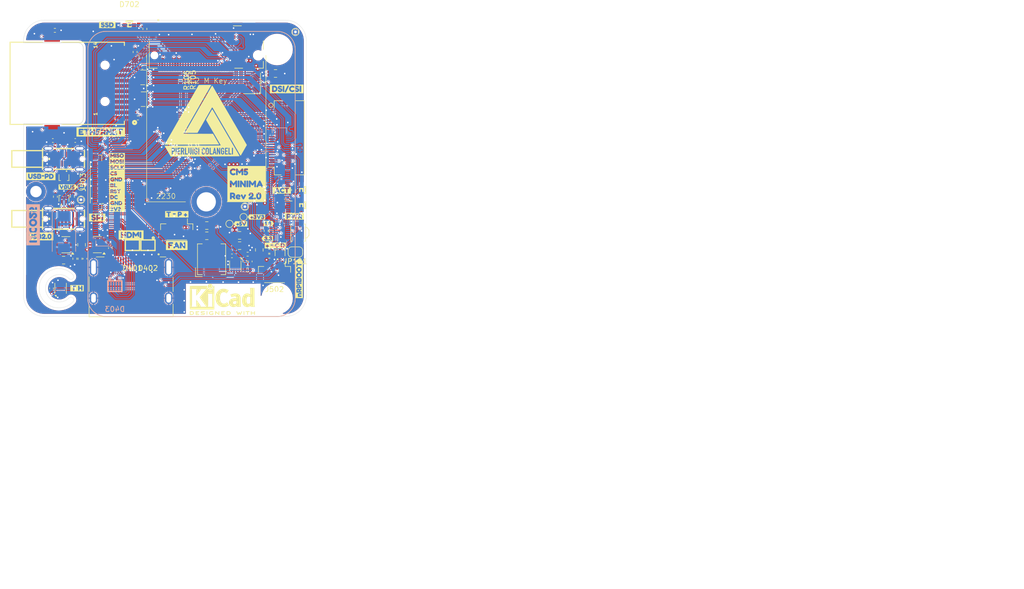
<source format=kicad_pcb>
(kicad_pcb (version 20240108) (generator "pcbnew") (generator_version "8.0")
  (title_block (title "CM5 MINIMA") (date "2025-01-04") (rev "2") (comment 1 "Pierluigi Colangeli"))
  (layers (0 "F.Cu" signal) (1 "In1.Cu" signal) (2 "In2.Cu" signal) (3 "In3.Cu" signal) (4 "In4.Cu" signal) (31 "B.Cu" signal) (34 "B.Paste" user) (35 "F.Paste" user) (36 "B.SilkS" user "B.Silkscreen") (37 "F.SilkS" user "F.Silkscreen") (38 "B.Mask" user) (39 "F.Mask" user) (44 "Edge.Cuts" user))
  (net 0 "")
  (net 1 "GND")
  (net 2 "Net-(T401-VCC)")
  (net 3 "Net-(R401-Pad2)")
  (net 4 "Net-(R402-Pad2)")
  (net 5 "Net-(T401-SHIELD1)")
  (net 6 "HDMI_+5V")
  (net 7 "/CM5/BT_nDis")
  (net 8 "/CM5/WL_nDis")
  (net 9 "Net-(D605-K)")
  (net 10 "Net-(D606-K)")
  (net 11 "/CM5/ETH_PI.TRD3_P")
  (net 12 "/CM5/ETH_PI.TRD0_P")
  (net 13 "/CM5/ETH_PI.TRD1_P")
  (net 14 "/CM5/ETH_PI.TRD2_P")
  (net 16 "/CM5/GPIO6")
  (net 17 "/CM5/nLED_ACTIVITY")
  (net 18 "/CM5/nRPIBOOT")
  (net 19 "/CM5/GPIO10")
  (net 20 "/CM5/SYNC_OUT")
  (net 21 "/CM5/GPIO12")
  (net 22 "/CM5/SD_CLK")
  (net 23 "/CM5/GPIO8")
  (net 24 "/CM5/GPIO_VREF")
  (net 25 "/CM5/GPIO26")
  (net 26 "/CM5/EEPROM_nWP")
  (net 27 "/CM5/PI_nLED_PWR")
  (net 28 "/CM5/GLOBAL_EN")
  (net 29 "/CM5/SD_DAT2")
  (net 30 "/CM5/GPIO9")
  (net 31 "/CM5/GPIO7")
  (net 32 "/CM5/SD_CMD")
  (net 33 "/CM5/GPIO13")
  (net 34 "/CM5/SD_PWR_ON")
  (net 35 "/CM5/SD_DAT1")
  (net 36 "/CM5/SD_DAT0")
  (net 37 "/CM5/nLED_SPEED_100_1000")
  (net 38 "/SCL")
  (net 39 "/CM5/SD_DAT3")
  (net 40 "/CM5/GPIO22")
  (net 41 "/CM5/GPIO23")
  (net 42 "/CM5/GPIO15")
  (net 43 "/CM5/GPIO11")
  (net 44 "/SDA")
  (net 45 "/CM5/GPIO5")
  (net 46 "/CM5/HDMI1_D2_N")
  (net 47 "/CM5/HDMI1_D1_P")
  (net 48 "/CM5/USBOTG_ID")
  (net 49 "/CM5/HDMI1_D2_P")
  (net 50 "/PCIe-M2/FB")
  (net 51 "/CM5/HDMI1_SCL")
  (net 52 "/CM5/HDMI1_SDA")
  (net 53 "/CM5/HDMI1_D0_N")
  (net 54 "+3V3_PI")
  (net 55 "Net-(D702-K)")
  (net 56 "/CM5/HDMI1_CK_N")
  (net 57 "/CM5/HDMI1_D1_N")
  (net 58 "/CM5/HDMI1_HOTPLUG")
  (net 59 "/CM5/HDMI1_CEC")
  (net 60 "/CM5/HDMI1_CK_P")
  (net 62 "/CM5/HDMI1_D0_P")
  (net 64 "/CM5/USB3-0-TX_P")
  (net 65 "Net-(R605-Pad2)")
  (net 66 "/CM5/USB3-1-RX_P")
  (net 67 "/CM5/CAM_GPIO0")
  (net 69 "/CM5/USB3-0-TX_N")
  (net 70 "/CM5/USB3-0-RX_P")
  (net 71 "/CM5/USB3-1-D_P")
  (net 72 "/CM5/USB3-1-RX_N")
  (net 75 "/CM5/PWR_BUT")
  (net 77 "/CM5/VBUS_EN")
  (net 78 "/CM5/PWM")
  (net 79 "/CM5/VBAT")
  (net 80 "/CM5/TACHO")
  (net 81 "/CM5/USB3-1-TX_N")
  (net 82 "/CM5/USB3-0-RX_N")
  (net 83 "/CM5/ID_SC")
  (net 84 "/CM5/CAM_GPIO1")
  (net 85 "/CM5/USB3-1-TX_P")
  (net 86 "/CM5/USB3-1-D_N")
  (net 87 "/CM5/ID_SD")
  (net 94 "/USB_C.D_P")
  (net 95 "/CC2")
  (net 96 "/USB_C.D_N")
  (net 98 "/CC1")
  (net 99 "+5V")
  (net 100 "VBUS_USB2.0")
  (net 101 "+1V8")
  (net 102 "/CM5/ETH_nLED_ACTIVITY")
  (net 103 "/CM5/ETH_PI.TRD0_N")
  (net 104 "/CM5/ETH_PI.TRD2_N")
  (net 105 "/CM5/ETH_PI.TRD1_N")
  (net 106 "/CM5/ETH_PI.TRD3_N")
  (net 110 "Net-(J701-SUSCLK)")
  (net 113 "Net-(J701-DAS{slash}~{DSS}{slash}~{LED1})")
  (net 132 "M2_3V3")
  (net 133 "Net-(U701-ILIM)")
  (net 134 "/USB/CC2")
  (net 135 "/USB/CC1")
  (net 139 "/CM5/USB2P.D_P")
  (net 140 "/CM5/USB2P.D_N")
  (net 146 "Net-(U702-LX)")
  (net 147 "/CM5/GPIO2")
  (net 148 "/CM5/GPIO3")
  (net 149 "/CM5/PCIE_PI.TX_N")
  (net 150 "/CM5/PCIE_PI.nWAKE")
  (net 151 "/CM5/PCIE_PI.nCLKREQ")
  (net 152 "/CM5/PCIE_PI.PWR_EN")
  (net 153 "/CM5/PCIE_PI.RX_N")
  (net 154 "/CM5/PCIE_PI.CLK_P")
  (net 155 "/CM5/PCIE_PI.RX_P")
  (net 156 "/CM5/PCIE_PI.TX_P")
  (net 157 "/CM5/PCIE_PI.CLK_N")
  (net 160 "/CM5/PCIE_PI.nRST")
  (net 161 "/CM5/DPHY0_P.D0_P")
  (net 162 "/CM5/DPHY1_P.D3_N")
  (net 163 "/CM5/DPHY1_P.D3_P")
  (net 164 "/CM5/DPHY1_P.C_N")
  (net 165 "/CM5/DPHY1_P.D2_N")
  (net 166 "/CM5/DPHY1_P.D0_P")
  (net 167 "/CM5/DPHY1_P.D0_N")
  (net 168 "/CM5/DPHY0_P.C_P")
  (net 169 "/CM5/DPHY0_P.D1_P")
  (net 170 "/CM5/DPHY0_P.D2_P")
  (net 171 "/CM5/DPHY0_P.D3_N")
  (net 172 "/CM5/DPHY0_P.D3_P")
  (net 173 "/CM5/DPHY1_P.C_P")
  (net 174 "/CM5/DPHY0_P.D0_N")
  (net 175 "/CM5/DPHY0_P.D2_N")
  (net 176 "/CM5/DPHY1_P.D1_P")
  (net 177 "/CM5/DPHY1_P.D2_P")
  (net 178 "/CM5/DPHY0_P.C_N")
  (net 179 "/CM5/DPHY1_P.D1_N")
  (net 180 "/CM5/DPHY0_P.D1_N")
  (net 181 "/CM5/HDMI_PI.CK_P")
  (net 182 "/CM5/HDMI_PI.CK_N")
  (net 183 "/CM5/HDMI_PI.D0_N")
  (net 184 "/CM5/HDMI_PI.SCL")
  (net 185 "/CM5/HDMI_PI.D2_P")
  (net 186 "/CM5/HDMI_PI.D0_P")
  (net 187 "/CM5/HDMI_PI.D1_N")
  (net 188 "/CM5/HDMI_PI.HOTPLUG")
  (net 189 "/CM5/HDMI_PI.D1_P")
  (net 190 "/CM5/HDMI_PI.D2_N")
  (net 191 "/CM5/HDMI_PI.SDA")
  (net 192 "/CM5/HDMI_PI.CEC")
  (net 194 "unconnected-(J701-NC-Pad8)")
  (net 195 "/CM5/MOSI_GPIO20")
  (net 196 "/CM5/MISO_GPIO19")
  (net 199 "/CM5/SCLK_GPIO21")
  (net 200 "/CM5/GPIO14")
  (net 201 "/CM5/BL_GPIO18")
  (net 202 "/CM5/RST_GPIO27")
  (net 203 "/CM5/GPIO17")
  (net 204 "/CM5/DC_GPI25")
  (net 205 "/CM5/GPIO4")
  (net 206 "/CM5/CS_GPIO24")
  (net 207 "/CM5/GPIO16")
  (net 208 "/PCIe-M2/TX")
  (net 209 "/PCIe-M2/RX")
  (footprint "Package_TO_SOT_SMD:SOT-23-5" (layer "F.Cu") (at 92.59 67.24 180)
    (property "Reference" "U405" (hide yes))
    (property "Value" "STMPS2151STR")
  )
  (footprint "Resistor_SMD:R_0402_1005Metric" (layer "F.Cu") (at 121.55 72.11 180)
    (property "Reference" "R704" (hide yes))
    (property "Value" "100K 1%")
  )
  (footprint "Connector_JST:JST_SH_BM04B-SRSS-TB_1x04-1MP_P1.00mm_Vertical" (layer "F.Cu") (at 126.76 72.55 180)
    (property "Reference" "J502")
    (property "Value" "I2C")
  )
  (footprint "kibuzzard-6773BA89" (layer "F.Cu") (at 128.16 56.77)
    (property "Reference" "kibuzzard-6773BA89" (hide yes))
    (property "Value" "G***" (hide yes))
  )
  (footprint "TestPoint:TestPoint_Pad_D1.0mm" (layer "F.Cu") (at 120.79 61.91)
    (property "Reference" "TP103" (hide yes))
    (property "Value" "+3V3_PI")
  )
  (footprint "kibuzzard-6772E014" (layer "F.Cu") (at 121.35 55.525)
    (property "Reference" "kibuzzard-6772E014" (hide yes))
    (property "Value" "G***" (hide yes))
  )
  (footprint "Capacitor_SMD:C_0805_2012Metric" (layer "F.Cu") (at 120.025 67.425)
    (property "Reference" "C705" (hide yes))
    (property "Value" "10u")
  )
  (footprint "Button_Switch_SMD:SW_SPST_B3U-3000P" (layer "F.Cu") (at 131.3 64.925 -90)
    (property "Reference" "SW602" (hide yes))
    (property "Value" "B3U-3000P")
  )
  (footprint "kibuzzard-6773C222" (layer "F.Cu") (at 92.56 62)
    (property "Reference" "kibuzzard-6773C222" (hide yes))
    (property "Value" "G***" (hide yes))
  )
  (footprint "Package_DFN_QFN:DFN-8-1EP_2x2mm_P0.5mm_EP1.05x1.75mm" (layer "F.Cu") (at 119.2 71.35 -90)
    (property "Reference" "U702" (hide yes))
    (property "Value" "AP3441SHE-7B")
  )
  (footprint "Resistor_SMD:R_0402_1005Metric" (layer "F.Cu") (at 130.44 56.7 -90)
    (property "Reference" "R606" (hide yes))
    (property "Value" "3k3")
  )
  (footprint "Resistor_SMD:R_0402_1005Metric" (layer "F.Cu") (at 126.09 64.57 -90)
    (property "Reference" "R103" (hide yes))
    (property "Value" "nf")
  )
  (footprint "Capacitor_SMD:C_0805_2012Metric" (layer "F.Cu") (at 113.7 63.55 180)
    (property "Reference" "C708" (hide yes))
    (property "Value" "10u")
  )
  (footprint "Capacitor_SMD:C_0402_1005Metric" (layer "F.Cu") (at 95.1 67.9 90)
    (property "Reference" "C502" (hide yes))
    (property "Value" "100n")
  )
  (footprint "EasyEDA:DFN2510A-10_L2.5-W1.0-P0.50-BL" (layer "F.Cu") (at 99.35 67.34 180)
    (property "Reference" "D401")
    (property "Value" "PUSB3F96X")
  )
  (footprint "kibuzzard-67758845" (layer "F.Cu") (at 88.67 75.63)
    (property "Reference" "kibuzzard-67758845" (hide yes))
    (property "Value" "G***" (hide yes))
  )
  (footprint "kibuzzard-675DA866" (layer "F.Cu") (at 107.9 67.37)
    (property "Reference" "kibuzzard-675DA866" (hide yes))
    (property "Value" "G***" (hide yes))
  )
  (footprint "Package_TO_SOT_SMD:SOT-23-6" (layer "F.Cu") (at 86.52 67.25 180)
    (property "Reference" "U701" (hide yes))
    (property "Value" "AP22653W6")
  )
  (footprint "Package_SON:USON-10_2.5x1.0mm_P0.5mm" (layer "F.Cu") (at 101.525 39.175 180)
    (property "Reference" "U401" (hide yes))
    (property "Value" "TPD4EUSB30")
  )
  (footprint "Resistor_SMD:R_0402_1005Metric" (layer "F.Cu") (at 89.25 69.95 -90)
    (property "Reference" "R101" (hide yes))
    (property "Value" "2.2K 1%")
  )
  (footprint "kibuzzard-6773C2D7" (layer "F.Cu") (at 86.91 56.12)
    (property "Reference" "kibuzzard-6773C2D7" (hide yes))
    (property "Value" "G***" (hide yes))
  )
  (footprint "TestPoint:TestPoint_Pad_D1.0mm" (layer "F.Cu") (at 118.07 63.22)
    (property "Reference" "TP102" (hide yes))
    (property "Value" "+5V_PI")
  )
  (footprint "kibuzzard-675EDCA4" (layer "F.Cu") (at 81.5 65.65)
    (property "Reference" "kibuzzard-675EDCA4" (hide yes))
    (property "Value" "G***" (hide yes))
  )
  (footprint "kibuzzard-6773B9B9" (layer "F.Cu") (at 120.18 63.22)
    (property "Reference" "kibuzzard-6773B9B9" (hide yes))
    (property "Value" "G***" (hide yes))
  )
  (footprint "Resistor_SMD:R_0402_1005Metric" (layer "F.Cu") (at 99.875 30.075 -90)
    (property "Reference" "R402" (hide yes))
    (property "Value" "470R")
  )
  (footprint "kibuzzard-6772DA33" (layer "F.Cu") (at 129.1 37.2)
    (property "Reference" "kibuzzard-6772DA33" (hide yes))
    (property "Value" "G***" (hide yes))
  )
  (footprint "Resistor_SMD:R_0402_1005Metric" (layer "F.Cu") (at 125.15 64.57 -90)
    (property "Reference" "R102" (hide yes))
    (property "Value" "0R")
  )
  (footprint "Resistor_SMD:R_0402_1005Metric" (layer "F.Cu") (at 100.4 42.8 180)
    (property "Reference" "R401" (hide yes))
    (property "Value" "470R")
  )
  (footprint "EasyEDA:LED-SMD_L1.7-W0.6-RD" (layer "F.Cu") (at 98.76 24.9)
    (property "Reference" "D702")
    (property "Value" "GREEN")
  )
  (footprint "Resistor_SMD:R_0402_1005Metric" (layer "F.Cu") (at 109.88 35.47 -90)
    (property "Reference" "R105")
    (property "Value" "0R")
  )
  (footprint "Resistor_SMD:R_0402_1005Metric" (layer "F.Cu") (at 108.63 35.54 -90)
    (property "Reference" "R106")
    (property "Value" "0R")
  )
  (footprint "kibuzzard-6773B9CA" (layer "F.Cu") (at 123.27 61.9)
    (property "Reference" "kibuzzard-6773B9CA" (hide yes))
    (property "Value" "G***" (hide yes))
  )
  (footprint "TestPoint:TestPoint_Pad_D1.0mm" (layer "F.Cu") (at 89.43 56.07)
    (property "Reference" "TP101" (hide yes))
    (property "Value" "VBUS")
  )
  (footprint "Resistor_SMD:R_0402_1005Metric" (layer "F.Cu") (at 84.4 25.9)
    (property "Reference" "R403" (hide yes))
    (property "Value" "0R")
  )
  (footprint "CM5IO:L_Bourns_SRP5030CC" (layer "F.Cu") (at 114.625 70.05 90)
    (property "Reference" "L701" (hide yes))
    (property "Value" "2.2uH")
  )
  (footprint "Crystal:Crystal_SMD_3225-4Pin_3.2x2.5mm" (layer "F.Cu") (at 122.4 36.125 90)
    (property "Reference" "U703" (hide yes))
    (property "Value" "ASEK-32.768KHZ-L-R-T")
  )
  (footprint "Capacitor_SMD:C_0805_2012Metric" (layer "F.Cu") (at 120.025 65.45)
    (property "Reference" "C704" (hide yes))
    (property "Value" "10u")
  )
  (footprint "Resistor_SMD:R_0402_1005Metric" (layer "F.Cu") (at 101.76 25.63 -90)
    (property "Reference" "R707" (hide yes))
    (property "Value" "1k")
  )
  (footprint "Capacitor_SMD:C_0805_2012Metric" (layer "F.Cu") (at 113.7 65.525 180)
    (property "Reference" "C709" (hide yes))
    (property "Value" "10u")
  )
  (footprint "Capacitor_SMD:C_0805_2012Metric" (layer "F.Cu") (at 89.55 67.25 90)
    (property "Reference" "C701" (hide yes))
    (property "Value" "10u")
  )
  (footprint "Resistor_SMD:R_0402_1005Metric" (layer "F.Cu") (at 121.575 69.075)
    (property "Reference" "R706" (hide yes))
    (property "Value" "2.2K 1%")
  )
  (footprint "MountingHole:MountingHole_2.2mm_M2_DIN965_Pad_TopBottom" (layer "F.Cu") (at 80.75 57)
    (property "Reference" "H101" (hide yes))
    (property "Value" "MountingHole_Pad")
  )
  (footprint "Connector_JST:JST_SH_BM04B-SRSS-TB_1x04-1MP_P1.00mm_Vertical" (layer "F.Cu") (at 107.9 64.325 180)
    (property "Reference" "J601" (hide yes))
    (property "Value" "JST_SHBM04B-SRSS-TB")
  )
  (footprint "Capacitor_SMD:C_0805_2012Metric" (layer "F.Cu") (at 86.08 70.22)
    (property "Reference" "C703" (hide yes))
    (property "Value" "10u")
  )
  (footprint "Jumper:SolderJumper-2_P1.3mm_Bridged_RoundedPad1.0x1.5mm" (layer "F.Cu") (at 130.78 68.66 180)
    (property "Reference" "JP101")
    (property "Value" "nRPIBOOT")
  )
  (footprint "Package_TO_SOT_SMD:SOT-353_SC-70-5" (layer "F.Cu") (at 129.46 59.98 180)
    (property "Reference" "U602" (hide yes))
    (property "Value" "SN74LVC1G14DBVR")
  )
  (footprint "Connector_JST:JST_SUR_BM10B-SURS-TF_1x10-1MP_P0.80mm_Vertical" (layer "F.Cu") (at 92.43 55.19 90)
    (property "Reference" "J503")
    (property "Value" "SPI")
  )
  (footprint "Capacitor_SMD:C_0402_1005Metric" (layer "F.Cu") (at 83.75 75.65 90)
    (property "Reference" "C602" (hide yes))
    (property "Value" "100n")
  )
  (footprint "Capacitor_SMD:C_0402_1005Metric" (layer "F.Cu") (at 101.275 33.025)
    (property "Reference" "C401" (hide yes))
    (property "Value" "100n")
  )
  (footprint "kibuzzard-675DA850" (layer "F.Cu") (at 99.099718 65.358528)
    (property "Reference" "kibuzzard-675DA850" (hide yes))
    (property "Value" "G***" (hide yes))
  )
  (footprint "Resistor_SMD:R_0402_1005Metric" (layer "F.Cu") (at 84.5 57.99 90)
    (property "Reference" "R702" (hide yes))
    (property "Value" "22k")
  )
  (footprint "Resistor_SMD:R_0402_1005Metric" (layer "F.Cu") (at 121.075 70.475 90)
    (property "Reference" "R705" (hide yes))
    (property "Value" "10K 1%")
  )
  (footprint "Sensor_Humidity:Sensirion_DFN-4-1EP_2x2mm_P1mm_EP0.7x1.6mm" (layer "F.Cu") (at 85.5 75.65 90)
    (property "Reference" "U601" (hide yes))
    (property "Value" "SHTC3")
  )
  (footprint "kibuzzard-67795592" (layer "F.Cu") (at 131.47 73.73 90)
    (property "Reference" "kibuzzard-67795592" (hide yes))
    (property "Value" "G***" (hide yes))
  )
  (footprint "EasyEDA:USB-C-SMD_TYPEC-305-ACP16H458" (layer "F.Cu") (at 86.15 50.7 180)
    (property "Reference" "J101" (hide yes))
    (property "Value" "USB_C_Receptacle_USB2.0")
  )
  (footprint "kibuzzard-6773C376" (layer "F.Cu") (at 94.51 24.84)
    (property "Reference" "kibuzzard-6773C376" (hide yes))
    (property "Value" "G***" (hide yes))
  )
  (footprint "Symbol:OSHW-Logo2_7.3x6mm_Copper" (layer "F.Cu") (at 81.64 69.83 -90)
    (property "Reference" "REF**" (hide yes))
    (property "Value" "OSHW-Logo2_7.3x6mm_Copper" (hide yes))
  )
  (footprint "Resistor_SMD:R_0402_1005Metric" (layer "F.Cu") (at 125.75 68.5)
    (property "Reference" "R501" (hide yes))
    (property "Value" "10k")
  )
  (footprint "CM5IO:M.2 M Key socket 2230" (layer "F.Cu") (at 113.6 30.725)
    (property "Reference" "J701" (hide yes))
    (property "Value" "Bus_M.2_Socket_M")
  )
  (footprint "Connector_Wuerth:7498111120AR" (layer "F.Cu") (at 94.07 36.12 90)
    (property "Reference" "T401" (hide yes))
    (property "Value" "7498111120AR")
    (fp_line (start -7.825 -15.7) (end -7.825 -5.199998) (stroke (width 0.1)) (layer "Edge.Cuts"))
    (fp_line (start 7.825 -5.2) (end 7.825 -15.7) (stroke (width 0.1)) (layer "Edge.Cuts"))
    (fp_line (start -6.825001 -4.2) (end 6.825 -4.2) (stroke (width 0.1)) (layer "Edge.Cuts"))
    (fp_arc (start 7.825 -5.2) (mid 7.532107 -4.492893) (end 6.825 -4.2) (stroke (width 0.1)) (layer "Edge.Cuts"))
    (fp_arc (start -6.825001 -4.2) (mid -7.532106 -4.492893) (end -7.825 -5.199998) (stroke (width 0.1)) (layer "Edge.Cuts"))
  )
  (footprint "Capacitor_SMD:C_0805_2012Metric" (layer "F.Cu") (at 101.35 30.85 90)
    (property "Reference" "C711" (hide yes))
    (property "Value" "10u")
  )
  (footprint "TestPoint:TestPoint_THTPad_D1.0mm_Drill0.5mm" (layer "F.Cu") (at 89.43 58.57)
    (property "Reference" "TP105" (hide yes))
    (property "Value" "GND")
  )
  (footprint "Package_SON:USON-10_2.5x1.0mm_P0.5mm" (layer "F.Cu") (at 101.435 34.9875 180)
    (property "Reference" "U402" (hide yes))
    (property "Value" "TPD4EUSB30")
  )
  (footprint "kibuzzard-675EDCB9" (layer "F.Cu") (at 81.7 54.05)
    (property "Reference" "kibuzzard-675EDCB9" (hide yes))
    (property "Value" "G***" (hide yes))
  )
  (footprint "Capacitor_SMD:C_0402_1005Metric" (layer "F.Cu") (at 124.6 35.88 90)
    (property "Reference" "C712" (hide yes))
    (property "Value" "100n")
  )
  (footprint "Capacitor_SMD:C_0402_1005Metric" (layer "F.Cu") (at 90.2 69.95 -90)
    (property "Reference" "C501" (hide yes))
    (property "Value" "100n")
  )
  (footprint "kibuzzard-6772D327" (layer "F.Cu") (at 107.91 61.38)
    (property "Reference" "kibuzzard-6772D327" (hide yes))
    (property "Value" "G***" (hide yes))
  )
  (footprint "CM5IO:EDAC 690-019-298-412" (layer "F.Cu") (at 99.1 71.6)
    (property "Reference" "J501" (hide yes))
    (property "Value" "690-019-298-412" (hide yes))
  )
  (footprint "kibuzzard-675DA838" (layer "F.Cu") (at 93.25 45.5)
    (property "Reference" "kibuzzard-675DA838" (hide yes))
    (property "Value" "G***" (hide yes))
  )
  (footprint "Capacitor_SMD:C_0805_2012Metric" (layer "F.Cu") (at 126.95 34.225)
    (property "Reference" "C710" (hide yes))
    (property "Value" "10u")
  )
  (footprint "EasyEDA:DFN2510A-10_L2.5-W1.0-P0.50-BL" (layer "F.Cu") (at 102.35 67.34 180)
    (property "Reference" "D402")
    (property "Value" "PUSB3F96X")
  )
  (footprint "Resistor_SMD:R_0402_1005Metric" (layer "F.Cu") (at 88.25 69.95 -90)
    (property "Reference" "R701" (hide yes))
    (property "Value" "15K 1%")
  )
  (footprint "Capacitor_SMD:C_0402_1005Metric" (layer "F.Cu") (at 118.55 69.4 180)
    (property "Reference" "C706" (hide yes))
    (property "Value" "100n")
  )
  (footprint "Package_TO_SOT_SMD:SOT-416" (layer "F.Cu") (at 86.15 54.36 -90)
    (property "Reference" "D101" (hide yes))
    (property "Value" "RCLAMP0502BA")
  )
  (footprint "Capacitor_SMD:C_0402_1005Metric" (layer "F.Cu") (at 88.33 47.15)
    (property "Reference" "C102" (hide yes))
    (property "Value" "100n")
  )
  (footprint "kibuzzard-6773CC39" (layer "F.Cu") (at 125.65 63.16)
    (property "Reference" "kibuzzard-6773CC39" (hide yes))
    (property "Value" "G***" (hide yes))
  )
  (footprint "Capacitor_SMD:C_0402_1005Metric" (layer "F.Cu") (at 84 47.15 180)
    (property "Reference" "C101" (hide yes))
    (property "Value" "100n")
  )
  (footprint "kibuzzard-6775AD68" (layer "F.Cu") (at 96.39 55.22)
    (property "Reference" "kibuzzard-6775AD68" (hide yes))
    (property "Value" "G***" (hide yes))
  )
  (footprint "EasyEDA:USB-C-SMD_TYPEC-305-ACP16H458" (layer "F.Cu") (at 86.15 62.25 180)
    (property "Reference" "USB701" (hide yes))
    (property "Value" "TYPEC-305-ACP16H458")
  )
  (footprint "Package_TO_SOT_SMD:SOT-416" (layer "F.Cu") (at 86.15 58.25 90)
    (property "Reference" "D701" (hide yes))
    (property "Value" "RCLAMP0502BA")
  )
  (footprint "Capacitor_SMD:C_0805_2012Metric" (layer "F.Cu") (at 123.825 68.25 90)
    (property "Reference" "C601" (hide yes))
    (property "Value" "4u7")
  )
  (footprint "Resistor_SMD:R_0402_1005Metric" (layer "F.Cu") (at 87.78 57.98 90)
    (property "Reference" "R703" (hide yes))
    (property "Value" "22k")
  )
  (footprint "TestPoint:TestPoint_THTPad_D1.0mm_Drill0.5mm" (layer "F.Cu") (at 130.79 26.21)
    (property "Reference" "TP104" (hide yes))
    (property "Value" "GND")
  )
  (footprint "Capacitor_SMD:C_0402_1005Metric" (layer "F.Cu") (at 122.075 70.475 90)
    (property "Reference" "C707" (hide yes))
    (property "Value" "4.7nF")
  )
  (footprint "kibuzzard-6773CC4D" (layer "F.Cu") (at 125.36 66.06)
    (property "Reference" "kibuzzard-6773CC4D" (hide yes))
    (property "Value" "G***" (hide yes))
  )
  (footprint "EasyEDA:LED-SMD_L1.7-W0.6-RD" (layer "F.Cu") (at 131.94 59.62 -90)
    (property "Reference" "D605" (hide yes))
    (property "Value" "GREEN")
  )
  (footprint "Package_TO_SOT_SMD:SOT-416" (layer "F.Cu") (at 127.825 68.75 90)
    (property "Reference" "D502" (hide yes))
    (property "Value" "RCLAMP0502BA")
  )
  (footprint "CM5IO:Hirose_FH12-22S-0.5SH_1x22-1MP_P0.50mm_Horizontal" (layer "F.Cu") (at 128 46.625 90)
    (property "Reference" "J802" (hide yes))
    (property "Value" "Conn_01x22_Female")
  )
  (footprint "kibuzzard-6773BA43" (layer "F.Cu") (at 126.91 67.4)
    (property "Reference" "kibuzzard-6773BA43" (hide yes))
    (property "Value" "G***" (hide yes))
  )
  (footprint "TestPoint:TestPoint_THTPad_D1.0mm_Drill0.5mm" (layer "F.Cu") (at 121.05 59.9)
    (property "Reference" "TP106" (hide yes))
    (property "Value" "GND")
  )
  (footprint "kibuzzard-6773B9F7" (layer "F.Cu") (at 130.58 61.78)
    (property "Reference" "kibuzzard-6773B9F7" (hide yes))
    (property "Value" "G***" (hide yes))
  )
  (footprint "Symbol:KiCad-Logo2_5mm_SilkScreen" (layer "F.Cu") (at 116.7 77.79)
    (property "Reference" "REF**" (hide yes))
    (property "Value" "KiCad-Logo2_5mm_SilkScreen" (hide yes))
  )
  (footprint "Resistor_SMD:R_0402_1005Metric" (layer "F.Cu") (at 125.75 69.45)
    (property "Reference" "R502" (hide yes))
    (property "Value" "10k")
  )
  (footprint "EasyEDA:LED-SMD_L1.7-W0.6-RD" (layer "F.Cu") (at 131.94 56.68 -90)
    (property "Reference" "D606" (hide yes))
    (property "Value" "GREEN")
  )
  (footprint "Resistor_SMD:R_0402_1005Metric" (layer "F.Cu") (at 128.79 58.09 180)
    (property "Reference" "R605" (hide yes))
    (property "Value" "3k3")
  )
  (footprint "CM5IO:Raspberry-Pi-5-Compute-Module_GPIO" (layer "B.Cu") (at 127.25 77.6 180)
    (property "Reference" "Module301" (hide yes))
    (property "Value" "ComputeModule5-CM5")
  )
  (footprint "EasyEDA:DFN2510A-10_L2.5-W1.0-P0.50-BL" (layer "B.Cu") (at 95.97 75.24)
    (property "Reference" "D403")
    (property "Value" "PUSB3F96X")
  )
  (footprint "Capacitor_Tantalum_SMD:CP_EIA-7343-31_Kemet-D" (layer "B.Cu") (at 86.15 64.9 -90)
    (property "Reference" "C702" (hide yes))
    (property "Value" "100uF")
  )
  (footprint "Resistor_SMD:R_0402_1005Metric" (layer "B.Cu") (at 131.69 48.54 90)
    (property "Reference" "R104" (hide yes))
    (property "Value" "10k")
  )
  (footprint "CM5IO:Raspberry-Pi-5-Compute-Module_HSS" (layer "B.Cu") (at 127.25 77.6 180)
    (property "Reference" "Module302" (hide yes))
    (property "Value" "ComputeModule5-CM5")
  )
  (footprint "kibuzzard-67758943" (layer "B.Cu") (at 80.2 63.4 90)
    (property "Reference" "kibuzzard-67758943" (hide yes))
    (property "Value" "G***" (hide yes))
  )
  (gr_poly (pts (xy 114.740627 36.554017) (xy 114.744054 36.55571) (xy 114.748161 36.558714) (xy 114.752892 36.562956) (xy 114.758193 36.568361) (xy 114.76401 36.574857) (xy 114.770289 36.58237) (xy 114.784013 36.600155) (xy 114.79893 36.621127) (xy 114.814604 36.644701) (xy 114.830601 36.670289) (xy 114.846485 36.697304) (xy 114.915577 36.817971) (xy 114.974923 36.920615) (xy 115.486063 37.800596) (xy 115.68546 38.146651) (xy 115.796672 38.342293) (xy 115.815412 38.375971) (xy 115.833788 38.408568) (xy 115.851332 38.439285) (xy 115.867579 38.467326) (xy 115.882061 38.491895) (xy 115.894313 38.512194) (xy 115.903868 38.527425) (xy 115.91026 38.536793) (xy 115.916015 38.544939) (xy 115.923743 38.556673) (xy 115.943771 38.588692) (xy 115.967645 38.628429) (xy 115.992663 38.671465) (xy 116.331501 39.255052) (xy 116.555202 39.641614) (xy 116.644034 39.796844) (xy 116.701352 39.898554) (xy 116.7201 39.932242) (xy 116.738516 39.964866) (xy 116.756129 39.995623) (xy 116.77247 40.023714) (xy 116.787071 40.048338) (xy 116.799461 40.068695) (xy 116.809171 40.083983) (xy 116.815731 40.093402) (xy 116.851189 40.150542) (xy 116.930427 40.283836) (xy 117.173277 40.699393) (xy 117.842873 41.851456) (xy 118.106569 42.306708) (xy 118.207582 42.482829) (xy 118.269385 42.59221) (xy 118.3065 42.658498) (xy 118.340291 42.717286) (xy 118.354773 42.741871) (xy 118.367025 42.762183) (xy 118.376581 42.777424) (xy 118.382973 42.786796) (xy 118.388727 42.794942) (xy 118.396455 42.806675) (xy 118.416484 42.838695) (xy 118.440357 42.878433) (xy 118.465377 42.921471) (xy 118.651312 43.24425) (xy 118.856339 43.596618) (xy 119.025486 43.884516) (xy 119.103782 44.013885) (xy 119.110303 44.023251) (xy 119.119976 44.038481) (xy 119.146907 44.083348) (xy 119.180826 44.142107) (xy 119.217988 44.208382) (xy 119.380803 44.493884) (xy 119.644498 44.949134) (xy 120.314179 46.101199) (xy 120.44574 46.327195) (xy 120.556986 46.5168) (xy 120.636194 46.650123) (xy 120.66012 46.689464) (xy 120.671641 46.707275) (xy 120.678184 46.716691) (xy 120.687848 46.731969) (xy 120.714672 46.776919) (xy 120.748378 46.835737) (xy 120.78523 46.902038) (xy 120.84213 47.003502) (xy 120.930429 47.158066) (xy 121.15297 47.542464) (xy 121.430577 48.018347) (xy 121.328669 48.186667) (xy 121.283183 48.262674) (xy 121.234674 48.345215) (xy 121.188953 48.424341) (xy 121.151829 48.490104) (xy 120.745904 49.203381) (xy 120.335789 49.914845) (xy 120.326716 49.929967) (xy 120.317601 49.944757) (xy 120.308503 49.959133) (xy 120.299482 49.973016) (xy 120.290598 49.986325) (xy 120.281911 49.998978) (xy 120.27348 50.010896) (xy 120.265366 50.021998) (xy 120.257629 50.032203) (xy 120.250328 50.04143) (xy 120.243523 50.049599) (xy 120.237275 50.056629) (xy 120.231642 50.06244) (xy 120.226685 50.066951) (xy 120.224479 50.068694) (xy 120.222464 50.070082) (xy 120.220648 50.071104) (xy 120.219039 50.071751) (xy 120.217201 50.071608) (xy 120.214711 50.070288) (xy 120.207847 50.064229) (xy 120.198594 50.053804) (xy 120.187102 50.039242) (xy 120.157995 49.99862) (xy 120.121716 49.944195) (xy 120.079456 49.877801) (xy 120.032405 49.80127) (xy 119.981754 49.716432) (xy 119.928693 49.625122) (xy 119.631387 49.110022) (xy 119.283349 48.511186) (xy 118.447808 47.074577) (xy 117.950364 46.217466) (xy 117.612002 45.637966) (xy 117.32615 45.148303) (xy 117.159225 44.859791) (xy 117.042208 44.657823) (xy 116.706882 44.081619) (xy 116.258146 43.310995) (xy 115.862471 42.630074) (xy 115.512345 42.027556) (xy 115.346616 41.744015) (xy 115.224781 41.533029) (xy 115.033167 41.198381) (xy 115.006963 41.152851) (xy 114.981392 41.109164) (xy 114.956555 41.06747) (xy 114.932555 41.027921) (xy 114.909494 40.990667) (xy 114.887473 40.955858) (xy 114.866596 40.923647) (xy 114.846963 40.894183) (xy 114.828676 40.867617) (xy 114.811839 40.8441) (xy 114.796552 40.823783) (xy 114.782918 40.806816) (xy 114.77104 40.793351) (xy 114.761018 40.783537) (xy 114.756735 40.780047) (xy 114.752954 40.777527) (xy 114.749689 40.775995) (xy 114.746952 40.77547) (xy 114.744604 40.775549) (xy 114.7422 40.775801) (xy 114.739747 40.776221) (xy 114.737248 40.776805) (xy 114.734709 40.777549) (xy 114.732135 40.778449) (xy 114.726902 40.780697) (xy 114.721588 40.783517) (xy 114.716232 40.786874) (xy 114.710876 40.790733) (xy 114.705559 40.795062) (xy 114.70032 40.799826) (xy 114.6952 40.804991) (xy 114.690239 40.810524) (xy 114.685476 40.816389) (xy 114.680951 40.822553) (xy 114.676704 40.828983) (xy 114.672776 40.835643) (xy 114.669205 40.842501) (xy 114.610988 40.949504) (xy 114.462624 41.21149) (xy 113.796239 42.374428) (xy 113.344691 43.16306) (xy 112.561508 44.530004) (xy 112.040735 45.43881) (xy 111.907819 45.67161) (xy 110.711653 45.675478) (xy 110.425564 45.675939) (xy 110.179888 45.675312) (xy 109.973927 45.67358) (xy 109.806979 45.670729) (xy 109.678344 45.666742) (xy 109.628175 45.664317) (xy 109.587321 45.661602) (xy 109.555696 45.658596) (xy 109.533211 45.655295) (xy 109.519779 45.651699) (xy 109.51643 45.64979) (xy 109.515312 45.647805) (xy 109.524141 45.621659) (xy 109.550555 45.566834) (xy 109.655247 45.372748) (xy 109.827612 45.068762) (xy 110.065868 44.658087) (xy 110.144619 44.522558) (xy 110.222728 44.386743) (xy 110.291171 44.266421) (xy 110.340926 44.177374) (xy 110.577869 43.758958) (xy 110.916607 43.170964) (xy 111.69856 41.804017) (xy 111.710909 41.782282) (xy 111.723307 41.760819) (xy 111.735422 41.740184) (xy 111.74692 41.72093) (xy 111.757469 41.703612) (xy 111.766734 41.688785) (xy 111.774384 41.677002) (xy 111.780084 41.668818) (xy 111.786412 41.659411) (xy 111.795858 41.644122) (xy 111.822268 41.599093) (xy 111.855631 41.540126) (xy 111.892268 41.473615) (xy 111.944222 41.379822) (xy 112.019295 41.24659) (xy 112.198601 40.932811) (xy 112.377949 40.619074) (xy 112.453053 40.485871) (xy 112.505022 40.392093) (xy 112.541658 40.325568) (xy 112.575022 40.266571) (xy 112.589327 40.2419) (xy 112.601432 40.221513) (xy 112.610879 40.206215) (xy 112.617207 40.196804) (xy 112.622908 40.18862) (xy 112.630559 40.176837) (xy 112.650379 40.14469) (xy 112.673994 40.1048) (xy 112.698732 40.061602) (xy 113.034143 39.475731) (xy 113.711043 38.296185) (xy 114.040199 37.718294) (xy 114.079223 37.649207) (xy 114.129946 37.561031) (xy 114.185805 37.465108) (xy 114.240234 37.37278) (xy 114.302366 37.266726) (xy 114.379204 37.133435) (xy 114.460987 36.989951) (xy 114.537957 36.853322) (xy 114.555722 36.821882) (xy 114.573292 36.791424) (xy 114.590564 36.762101) (xy 114.607433 36.734067) (xy 114.623796 36.707475) (xy 114.639549 36.682479) (xy 114.654587 36.659231) (xy 114.668806 36.637886) (xy 114.682104 36.618597) (xy 114.694375 36.601516) (xy 114.705516 36.586799) (xy 114.715422 36.574597) (xy 114.723991 36.565064) (xy 114.727741 36.561347) (xy 114.731117 36.558354) (xy 114.734107 36.556106) (xy 114.736697 36.554621) (xy 114.738875 36.553918)) (stroke (width -0.000001)) (fill solid) (layer "F.SilkS"))
  (gr_poly (pts (xy 115.289074 49.390036) (xy 115.105556 49.390036) (xy 115.195515 48.925926) (xy 115.199115 48.925924)) (stroke (width -0.000001)) (fill solid) (layer "F.SilkS"))
  (gr_poly (pts (xy 113.789393 48.729882) (xy 113.795521 48.730263) (xy 113.801537 48.730897) (xy 113.80744 48.731785) (xy 113.813231 48.732926) (xy 113.818909 48.73432) (xy 113.824474 48.735967) (xy 113.829928 48.737868) (xy 113.835269 48.740021) (xy 113.840497 48.742428) (xy 113.845613 48.745087) (xy 113.850616 48.747999) (xy 113.855508 48.751164) (xy 113.860286 48.754581) (xy 113.864953 48.758251) (xy 113.869507 48.762173) (xy 113.874082 48.766136) (xy 113.878361 48.770381) (xy 113.882346 48.774908) (xy 113.886035 48.779715) (xy 113.889429 48.784804) (xy 113.892528 48.790174) (xy 113.895332 48.795826) (xy 113.89784 48.801758) (xy 113.900054 48.807972) (xy 113.901972 48.814467) (xy 113.903595 48.821243) (xy 113.904922 48.828299) (xy 113.905955 48.835637) (xy 113.906692 48.843256) (xy 113.907134 48.851155) (xy 113.907282 48.859336) (xy 113.907283 49.53578) (xy 113.907135 49.543967) (xy 113.906693 49.551889) (xy 113.905955 49.559545) (xy 113.904923 49.566935) (xy 113.903595 49.574058) (xy 113.901972 49.580915) (xy 113.900054 49.587505) (xy 113.897841 49.593828) (xy 113.895332 49.599884) (xy 113.892529 49.605673) (xy 113.88943 49.611194) (xy 113.886036 49.616449) (xy 113.882346 49.621435) (xy 113.878362 49.626154) (xy 113.874082 49.630604) (xy 113.869507 49.634787) (xy 113.864952 49.63849) (xy 113.860286 49.641954) (xy 113.855507 49.645179) (xy 113.850616 49.648165) (xy 113.845612 49.650912) (xy 113.840496 49.653419) (xy 113.835267 49.655688) (xy 113.829927 49.657718) (xy 113.824473 49.659508) (xy 113.818907 49.66106) (xy 113.813229 49.662373) (xy 113.807439 49.663447) (xy 113.801535 49.664282) (xy 113.79552 49.664878) (xy 113.789392 49.665236) (xy 113.783151 49.665355) (xy 113.776903 49.665236) (xy 113.770752 49.664878) (xy 113.764699 49.664282) (xy 113.758743 49.663447) (xy 113.752886 49.662373) (xy 113.747126 49.66106) (xy 113.741465 49.659508) (xy 113.735902 49.657717) (xy 113.730437 49.655688) (xy 113.725071 49.653419) (xy 113.719803 49.650911) (xy 113.714634 49.648164) (xy 113.709564 49.645178) (xy 113.704593 49.641953) (xy 113.699721 49.638488) (xy 113.694949 49.634784) (xy 113.690592 49.630602) (xy 113.686518 49.626152) (xy 113.682725 49.621434) (xy 113.679215 49.616447) (xy 113.675986 49.611194) (xy 113.673039 49.605672) (xy 113.670373 49.599884) (xy 113.667989 49.593828) (xy 113.665885 49.587505) (xy 113.664063 49.580915) (xy 113.662521 49.574058) (xy 113.66126 49.566935) (xy 113.660279 49.559545) (xy 113.659579 49.551889) (xy 113.659158 49.543967) (xy 113.659018 49.53578) (xy 113.659018 48.859333) (xy 113.659158 48.851153) (xy 113.659578 48.843253) (xy 113.660278 48.835635) (xy 113.661259 48.828297) (xy 113.66252 48.821241) (xy 113.664062 48.814466) (xy 113.665884 48.807971) (xy 113.667988 48.801758) (xy 113.670372 48.795826) (xy 113.673038 48.790175) (xy 113.675986 48.784805) (xy 113.679215 48.779716) (xy 113.682726 48.774908) (xy 113.686518 48.770382) (xy 113.690593 48.766137) (xy 113.69495 48.762173) (xy 113.699723 48.758251) (xy 113.704595 48.754581) (xy 113.709565 48.751164) (xy 113.714635 48.747999) (xy 113.719804 48.745087) (xy 113.725071 48.742428) (xy 113.730437 48.740021) (xy 113.735902 48.737868) (xy 113.741465 48.735967) (xy 113.747126 48.73432) (xy 113.752886 48.732926) (xy 113.758744 48.731785) (xy 113.764699 48.730897) (xy 113.770753 48.730263) (xy 113.776904 48.729882) (xy 113.783152 48.729755)) (stroke (width -0.000001)) (fill solid) (layer "F.SilkS"))
  (gr_poly (pts (xy 109.010874 48.72995) (xy 109.022076 48.730542) (xy 109.032798 48.731529) (xy 109.043042 48.732909) (xy 109.052807 48.734684) (xy 109.062094 48.736853) (xy 109.070903 48.739416) (xy 109.075128 48.740845) (xy 109.079233 48.742373) (xy 109.083219 48.743999) (xy 109.087086 48.745723) (xy 109.090833 48.747546) (xy 109.094461 48.749467) (xy 109.097969 48.751486) (xy 109.101358 48.753603) (xy 109.104628 48.755819) (xy 109.107778 48.758134) (xy 109.110809 48.760546) (xy 109.113721 48.763057) (xy 109.116513 48.765666) (xy 109.119186 48.768373) (xy 109.12174 48.771178) (xy 109.124174 48.774081) (xy 109.126489 48.777083) (xy 109.128685 48.780183) (xy 109.130668 48.783598) (xy 109.132566 48.787097) (xy 109.13438 48.790679) (xy 109.136111 48.794346) (xy 109.137757 48.798097) (xy 109.139319 48.801932) (xy 109.140796 48.805852) (xy 109.14219 48.809855) (xy 109.143499 48.813944) (xy 109.144724 48.818116) (xy 109.145864 48.822373) (xy 109.14692 48.826715) (xy 109.147891 48.831141) (xy 109.148777 48.835652) (xy 109.149579 48.840248) (xy 109.150296 48.844929) (xy 109.151563 48.854122) (xy 109.152665 48.863712) (xy 109.153601 48.873698) (xy 109.154369 48.884078) (xy 109.154969 48.894852) (xy 109.155398 48.906019) (xy 109.155657 48.917577) (xy 109.155743 48.929527) (xy 109.155657 48.941502) (xy 109.155398 48.95314) (xy 109.154969 48.96444) (xy 109.154369 48.975403) (xy 109.153601 48.986029) (xy 109.152666 48.996317) (xy 109.151564 49.006268) (xy 109.150297 49.015881) (xy 109.149587 49.020337) (xy 109.148808 49.024708) (xy 109.147959 49.028994) (xy 109.14704 49.033195) (xy 109.14605 49.037312) (xy 109.144991 49.041344) (xy 109.143862 49.045291) (xy 109.142662 49.049154) (xy 109.141393 49.052933) (xy 109.140052 49.056627) (xy 109.138642 49.060238) (xy 109.137161 49.063764) (xy 109.135609 49.067206) (xy 109.133987 49.070564) (xy 109.132293 49.073838) (xy 109.13053 49.077029) (xy 109.128457 49.080134) (xy 109.126285 49.083154) (xy 109.124015 49.086089) (xy 109.121647 49.088938) (xy 109.11918 49.091703) (xy 109.116615 49.094383) (xy 109.113952 49.096979) (xy 109.11119 49.09949) (xy 109.108329 49.101917) (xy 109.10537 49.10426) (xy 109.102313 49.106518) (xy 109.099158 49.108693) (xy 109.095904 49.110784) (xy 109.092551 49.112792) (xy 109.0891 49.114716) (xy 109.085551 49.116556) (xy 109.081875 49.118083) (xy 109.078044 49.119511) (xy 109.074058 49.120843) (xy 109.069916 49.122077) (xy 109.06562 49.123212) (xy 109.061168 49.12425) (xy 109.056562 49.12519) (xy 109.051801 49.126032) (xy 109.046885 49.126775) (xy 109.041815 49.12742) (xy 109.031212 49.128413) (xy 109.019992 49.12901) (xy 109.008155 49.12921) (xy 108.90379 49.129207) (xy 108.903789 48.729758) (xy 108.999194 48.729753)) (stroke (width -0.000001)) (fill solid) (layer "F.SilkS"))
  (gr_poly (pts (xy 113.990913 36.430523) (xy 114.103615 36.431153) (xy 114.200528 36.432171) (xy 114.282749 36.433614) (xy 114.35137 36.435522) (xy 114.407488 36.437931) (xy 114.4312 36.439336) (xy 114.452197 36.440881) (xy 114.470615 36.44257) (xy 114.486592 36.444409) (xy 114.500264 36.446401) (xy 114.511768 36.448553) (xy 114.521241 36.450868) (xy 114.528819 36.453351) (xy 114.53464 36.456008) (xy 114.538841 36.458842) (xy 114.540376 36.460327) (xy 114.541558 36.461859) (xy 114.542402 36.463438) (xy 114.542928 36.465064) (xy 114.543088 36.46846) (xy 114.542175 36.472054) (xy 114.535285 36.487057) (xy 114.522169 36.512617) (xy 114.480319 36.589857) (xy 114.422749 36.692687) (xy 114.355582 36.810015) (xy 113.353564 38.56016) (xy 113.341207 38.581895) (xy 113.328796 38.603357) (xy 113.316667 38.623993) (xy 113.305154 38.643247) (xy 113.294592 38.660566) (xy 113.285314 38.675394) (xy 113.277656 38.687178) (xy 113.271953 38.695364) (xy 113.265624 38.704774) (xy 113.256174 38.720072) (xy 113.229747 38.765129) (xy 113.196355 38.824125) (xy 113.159678 38.89065) (xy 113 39.175) (xy 112.742391 39.626657) (xy 111.448012 41.887297) (xy 110.795991 43.021443) (xy 110.348834 43.802516) (xy 109.898076 44.591144) (xy 109.786242 44.786436) (xy 109.471125 45.334707) (xy 109.369962 45.512047) (xy 109.286316 45.661776) (xy 109.253778 45.721359) (xy 109.228879 45.768127) (xy 109.212706 45.800109) (xy 109.208231 45.809939) (xy 109.206346 45.815333) (xy 109.250617 45.822384) (xy 109.385469 45.828722) (xy 109.923466 45.839209) (xy 112.048466 45.851089) (xy 114.895857 45.856798) (xy 115.164677 46.320646) (xy 115.490163 46.881833) (xy 115.546624 46.979294) (xy 115.602787 47.077036) (xy 115.874244 47.542378) (xy 115.957886 47.686109) (xy 116.026372 47.805861) (xy 116.052727 47.852835) (xy 116.072646 47.889122) (xy 116.085248 47.913159) (xy 116.088529 47.920095) (xy 116.08965 47.923381) (xy 114.543819 47.938004) (xy 110.827176 47.954131) (xy 107.110536 47.959634) (xy 105.979933 47.956157) (xy 105.564702 47.948771) (xy 105.583993 47.908416) (xy 105.63695 47.809615) (xy 105.814465 47.489182) (xy 106.038449 47.092496) (xy 106.250107 46.72458) (xy 106.637876 46.048665) (xy 107.02547 45.37266) (xy 107.447201 44.637004) (xy 107.822708 43.975758) (xy 107.858085 43.912598) (xy 107.89944 43.84056) (xy 107.941632 43.768521) (xy 107.97952 43.705355) (xy 108.141007 43.428932) (xy 108.413412 42.954238) (xy 109.091349 41.767561) (xy 109.586119 40.903909) (xy 110.029148 40.130302) (xy 111.143787 38.185042) (xy 111.255884 37.989748) (xy 112.041438 36.615339) (xy 112.053951 36.593449) (xy 112.066818 36.571542) (xy 112.079674 36.550206) (xy 112.092152 36.530025) (xy 112.103886 36.511586) (xy 112.114509 36.495475) (xy 112.123655 36.482278) (xy 112.130957 36.472581) (xy 112.138472 36.46738) (xy 112.152632 36.462616) (xy 112.20311 36.45432) (xy 112.286847 36.447542) (xy 112.408298 36.442129) (xy 112.782158 36.434798) (xy 113.360329 36.431116) (xy 113.713766 36.430273) (xy 113.861329 36.430242)) (stroke (width -0.000001)) (fill solid) (layer "F.SilkS"))
  (gr_poly (pts (xy 107.240849 48.72982) (xy 107.247301 48.730012) (xy 107.253556 48.730331) (xy 107.259614 48.730778) (xy 107.265475 48.731352) (xy 107.271139 48.732053) (xy 107.276606 48.73288) (xy 107.281876 48.733835) (xy 107.28695 48.734915) (xy 107.291827 48.736122) (xy 107.296507 48.737455) (xy 107.30099 48.738914) (xy 107.305277 48.740499) (xy 107.309367 48.74221) (xy 107.31326 48.744046) (xy 107.316957 48.746007) (xy 107.320499 48.748087) (xy 107.32393 48.750278) (xy 107.327249 48.752582) (xy 107.330457 48.754997) (xy 107.333552 48.757524) (xy 107.336536 48.760163) (xy 107.339407 48.762914) (xy 107.342166 48.765778) (xy 107.344812 48.768754) (xy 107.347346 48.771843) (xy 107.349767 48.775044) (xy 107.352076 48.778358) (xy 107.354271 48.781785) (xy 107.356354 48.785325) (xy 107.358323 48.788979) (xy 107.360179 48.792745) (xy 107.361929 48.796611) (xy 107.363579 48.80056) (xy 107.365131 48.804593) (xy 107.366584 48.80871) (xy 107.367938 48.812912) (xy 107.369194 48.817197) (xy 107.370351 48.821567) (xy 107.371409 48.826021) (xy 107.372369 48.830559) (xy 107.373231 48.835182) (xy 107.373995 48.839889) (xy 107.374661 48.844681) (xy 107.375228 48.849557) (xy 107.375698 48.854519) (xy 107.376344 48.864695) (xy 107.377124 48.884829) (xy 107.377671 48.905645) (xy 107.377994 48.927136) (xy 107.3781 48.949293) (xy 107.378043 48.961295) (xy 107.377874 48.973013) (xy 107.377592 48.984447) (xy 107.377198 48.995599) (xy 107.376691 49.00647) (xy 107.376072 49.017061) (xy 107.375341 49.027373) (xy 107.374498 49.037408) (xy 107.374224 49.042307) (xy 107.373853 49.047107) (xy 107.373383 49.05181) (xy 107.372815 49.056414) (xy 107.37215 49.06092) (xy 107.371386 49.065329) (xy 107.370524 49.069638) (xy 107.369564 49.07385) (xy 107.368505 49.077963) (xy 107.367348 49.081977) (xy 107.366093 49.085894) (xy 107.364738 49.089711) (xy 107.363286 49.09343) (xy 107.361734 49.09705) (xy 107.360083 49.100571) (xy 107.358334 49.103994) (xy 107.356471 49.107543) (xy 107.354482 49.110994) (xy 107.352366 49.114347) (xy 107.350124 49.117601) (xy 107.347756 49.120757) (xy 107.345261 49.123814) (xy 107.34264 49.126773) (xy 107.339892 49.129634) (xy 107.337017 49.132396) (xy 107.334017 49.13506) (xy 107.330889 49.137625) (xy 107.327635 49.140092) (xy 107.324255 49.142461) (xy 107.320748 49.144731) (xy 107.317115 49.146903) (xy 107.313355 49.148976) (xy 107.309433 49.150936) (xy 107.305315 49.15277) (xy 107.301 49.154476) (xy 107.296488 49.156055) (xy 107.291779 49.157508) (xy 107.286874 49.158834) (xy 107.281772 49.160033) (xy 107.276473 49.161106) (xy 107.270977 49.162052) (xy 107.265285 49.162872) (xy 107.259396 49.163565) (xy 107.25331 49.164133) (xy 107.247027 49.164574) (xy 107.240547 49.164889) (xy 107.226997 49.165142) (xy 107.138796 49.165139) (xy 107.138796 48.729755) (xy 107.234201 48.729755)) (stroke (width -0.000001)) (fill solid) (layer "F.SilkS"))
  (gr_poly (pts (xy 114.752633 41.121723) (xy 114.7596 41.128547) (xy 114.780491 41.154787) (xy 114.809666 41.196285) (xy 114.845936 41.2512) (xy 114.888111 41.317693) (xy 114.935002 41.393922) (xy 114.98542 41.478048) (xy 115.038176 41.568231) (xy 115.237102 41.911699) (xy 115.350921 42.107014) (xy 115.795353 42.870164) (xy 116.639239 44.321797) (xy 117.553056 45.89308) (xy 118.34107 47.247376) (xy 119.003459 48.384682) (xy 119.395531 49.058049) (xy 119.508769 49.25264) (xy 119.79525 49.745299) (xy 119.841437 49.82536) (xy 119.884527 49.901276) (xy 119.923578 49.971299) (xy 119.957645 50.033679) (xy 119.985788 50.08667) (xy 120.007063 50.128521) (xy 120.014831 50.144723) (xy 120.020528 50.157484) (xy 120.024036 50.166587) (xy 120.025239 50.171811) (xy 119.630978 50.187032) (xy 118.420531 50.200706) (xy 113.385718 50.224698) (xy 106.746195 50.246399) (xy 106.510052 49.838068) (xy 106.955366 49.838068) (xy 107.692954 49.838068) (xy 107.876472 49.838065) (xy 107.876472 48.557045) (xy 108.054632 48.557045) (xy 108.054633 49.838065) (xy 108.601586 49.838068) (xy 108.601586 49.654551) (xy 108.23815 49.654551) (xy 108.23815 49.278554) (xy 108.554761 49.278554) (xy 108.554763 49.105838) (xy 108.23815 49.105841) (xy 108.238151 48.729753) (xy 108.601586 48.729755) (xy 108.601586 48.557045) (xy 108.720271 48.557045) (xy 108.720271 49.838071) (xy 108.90379 49.838068) (xy 108.903789 49.291117) (xy 109.013603 49.291117) (xy 109.18447 49.838071) (xy 109.378794 49.838068) (xy 109.180867 49.253343) (xy 109.191677 49.247151) (xy 109.202065 49.24072) (xy 109.212033 49.234051) (xy 109.221579 49.227143) (xy 109.230704 49.219996) (xy 109.239407 49.212609) (xy 109.247689 49.204984) (xy 109.255549 49.197121) (xy 109.262988 49.189018) (xy 109.270004 49.180676) (xy 109.276599 49.172095) (xy 109.282772 49.163276) (xy 109.288523 49.154217) (xy 109.293852 49.144919) (xy 109.298759 49.135383) (xy 109.303243 49.125607) (xy 109.3076 49.115578) (xy 109.311674 49.10528) (xy 109.315467 49.094715) (xy 109.318978 49.083882) (xy 109.322206 49.07278) (xy 109.325154 49.061411) (xy 109.32782 49.049775) (xy 109.330204 49.037871) (xy 109.332308 49.025701) (xy 109.33413 49.013263) (xy 109.335672 49.000558) (xy 109.336933 48.987587) (xy 109.337913 48.974349) (xy 109.338614 48.960845) (xy 109.339034 48.947075) (xy 109.339174 48.933039) (xy 109.338857 48.909905) (xy 109.337909 48.887505) (xy 109.336328 48.86584) (xy 109.334115 48.844909) (xy 109.331269 48.824713) (xy 109.327791 48.805252) (xy 109.323681 48.786525) (xy 109.318938 48.768533) (xy 109.313563 48.751275) (xy 109.307556 48.734752) (xy 109.300916 48.718963) (xy 109.293643 48.703908) (xy 109.285738 48.689588) (xy 109.277201 48.676003) (xy 109.268031 48.663152) (xy 109.258228 48.651035) (xy 109.247794 48.639653) (xy 109.236726 48.629005) (xy 109.225026 48.619092) (xy 109.212694 48.609913) (xy 109.199728 48.601468) (xy 109.186131 48.593758) (xy 109.1719 48.586782) (xy 109.157037 48.58054) (xy 109.141542 48.575033) (xy 109.125414 48.57026) (xy 109.108653 48.566221) (xy 109.091259 48.562917) (xy 109.073233 48.560347) (xy 109.054575 48.558511) (xy 109.035283 48.55741) (xy 109.015499 48.557045) (xy 109.486761 48.557045) (xy 109.486763 49.838068) (xy 110.033716 49.838068) (xy 110.033716 49.654551) (xy 109.67028 49.654553) (xy 109.67028 49.550187) (xy 110.152401 49.550187) (xy 110.152493 49.558022) (xy 110.152769 49.565787) (xy 110.153229 49.573482) (xy 110.153873 49.581106) (xy 110.1547 49.58866) (xy 110.155711 49.596143) (xy 110.156904 49.603556) (xy 110.158281 49.610899) (xy 110.15984 49.618171) (xy 110.161582 49.625374) (xy 110.163507 49.632505) (xy 110.165613 49.639567) (xy 110.167901 49.646559) (xy 110.170371 49.65348) (xy 110.173023 49.660332) (xy 110.175856 49.667113) (xy 110.17885 49.673594) (xy 110.181984 49.679989) (xy 110.185258 49.686301) (xy 110.188672 49.692528) (xy 110.192226 49.698671) (xy 110.195921 49.704729) (xy 110.199756 49.710703) (xy 110.203732 49.716593) (xy 110.207848 49.722398) (xy 110.212104 49.728119) (xy 110.216502 49.733756) (xy 110.22104 49.739308) (xy 110.225719 49.744776) (xy 110.230539 49.75016) (xy 110.2355 49.755459) (xy 110.240602 49.760674) (xy 110.245817 49.765777) (xy 110.251116 49.770741) (xy 110.2565 49.775566) (xy 110.261968 49.780251) (xy 110.26752 49.784796) (xy 110.273157 49.789201) (xy 110.278878 49.793465) (xy 110.284683 49.79759) (xy 110.290573 49.801573) (xy 110.296547 49.805416) (xy 110.302606 49.809118) (xy 110.308748 49.812679) (xy 110.314975 49.816099) (xy 110.321287 49.819377) (xy 110.327682 49.822513) (xy 110.334162 49.825508) (xy 110.340938 49.82834) (xy 110.34777 49.830989) (xy 110.354658 49.833454) (xy 110.361604 49.835737) (xy 110.368606 49.837837) (xy 110.375664 49.839753) (xy 110.382778 49.841487) (xy 110.389949 49.843038) (xy 110.397176 49.844406) (xy 110.40446 49.845592) (xy 110.411799 49.846595) (xy 110.419194 49.847415) (xy 110.426646 49.848053) (xy 110.434153 49.848508) (xy 110.441716 49.848781) (xy 110.449334 49.848872) (xy 110.456952 49.848781) (xy 110.464512 49.848508) (xy 110.472015 49.848053) (xy 110.47946 49.847415) (xy 110.486849 49.846595) (xy 110.494181 49.845592) (xy 110.501456 49.844406) (xy 110.508675 49.843038) (xy 110.515837 49.841487) (xy 110.522944 49.839753) (xy 110.529153 49.838065) (xy 110.924251 49.838065) (xy 111.107768 49.838068) (xy 111.107769 48.859336) (xy 111.275122 48.859336) (xy 111.275123 49.53578) (xy 111.275229 49.545808) (xy 111.275544 49.555654) (xy 111.27607 49.565318) (xy 111.276807 49.574798) (xy 111.277755 49.584096) (xy 111.278913 49.593212) (xy 111.280282 49.602145) (xy 111.281861 49.610895) (xy 111.283652 49.619462) (xy 111.285653 49.627847) (xy 111.287865 49.636049) (xy 111.290289 49.644069) (xy 111.292923 49.651905) (xy 111.295769 49.659559) (xy 111.298825 49.667031) (xy 111.302093 49.67432) (xy 111.305537 49.68144) (xy 111.30912 49.688406) (xy 111.312844 49.695219) (xy 111.316709 49.701877) (xy 111.320713 49.708382) (xy 111.324858 49.714732) (xy 111.329144 49.720928) (xy 111.33357 49.726969) (xy 111.338136 49.732856) (xy 111.342843 49.738588) (xy 111.347691 49.744165) (xy 111.35268 49.749588) (xy 111.357809 49.754855) (xy 111.363079 49.759967) (xy 111.36849 49.764923) (xy 111.374041 49.769724) (xy 111.379481 49.774593) (xy 111.385005 49.779307) (xy 111.390614 49.783864) (xy 111.396307 49.788265) (xy 111.402085 49.792512) (xy 111.407947 49.796602) (xy 111.413893 49.800538) (xy 111.419924 49.804319) (xy 111.426039 49.807946) (xy 111.432239 49.811417) (xy 111.438522 49.814735) (xy 111.44489 49.817899) (xy 111.451343 49.820909) (xy 111.457879 49.823765) (xy 111.4645 49.826468) (xy 111.471205 49.829018) (xy 111.485148 49.833659) (xy 111.499094 49.837687) (xy 111.506067 49.83947) (xy 111.513041 49.841099) (xy 111.520014 49.842573) (xy 111.526988 49.843893) (xy 111.533962 49.845059) (xy 111.540935 49.84607) (xy 111.547909 49.846926) (xy 111.554882 49.847626) (xy 111.561855 49.848172) (xy 111.568828 49.848562) (xy 111.5758 49.848796) (xy 111.582772 49.848875) (xy 111.589737 49.848797) (xy 111.596687 49.848563) (xy 111.603622 49.848173) (xy 111.610544 49.847628) (xy 111.61745 49.846927) (xy 111.624343 49.846071) (xy 111.631221 49.84506) (xy 111.638085 49.843895) (xy 111.644935 49.842575) (xy 111.651771 49.8411) (xy 111.658593 49.839471) (xy 111.663942 49.838071) (xy 112.057778 49.838071) (xy 112.241297 49.838068) (xy 112.241296 49.546586) (xy 112.74327 49.546586) (xy 112.743375 49.557486) (xy 112.743691 49.568147) (xy 112.744218 49.57857) (xy 112.744955 49.588754) (xy 112.745903 49.5987) (xy 112.747061 49.608406) (xy 112.74843 49.617874) (xy 112.75001 49.627102) (xy 112.751801 49.636092) (xy 112.753802 49.644843) (xy 112.756014 49.653355) (xy 112.758437 49.661628) (xy 112.761072 49.669661) (xy 112.763917 49.677456) (xy 112.766973 49.685011) (xy 112.770241 49.692327) (xy 112.773895 49.699221) (xy 112.777661 49.705959) (xy 112.78154 49.712543) (xy 112.785531 49.71897) (xy 112.789634 49.725243) (xy 112.793849 49.731361) (xy 112.798177 49.737324) (xy 112.802617 49.743132) (xy 112.80717 49.748786) (xy 112.811835 49.754285) (xy 112.816613 49.75963) (xy 112.821503 49.764821) (xy 112.826506 49.769857) (xy 112.831621 49.77474) (xy 112.836849 49.779468) (xy 112.84219 49.784043) (xy 112.84763 49.788457) (xy 112.853154 49.792703) (xy 112.858763 49.796782) (xy 112.864456 49.800693) (xy 112.870234 49.804435) (xy 112.876096 49.808009) (xy 112.882042 49.811415) (xy 112.888073 49.814652) (xy 112.894188 49.81772) (xy 112.900387 49.82062) (xy 112.906671 49.82335) (xy 112.913039 49.825912) (xy 112.919491 49.828304) (xy 112.926028 49.830527) (xy 112.932649 49.832581) (xy 112.939353 49.834465) (xy 112.952818 49.837839) (xy 112.966224 49.840764) (xy 112.979572 49.84324) (xy 112.992864 49.845267) (xy 113.006099 49.846844) (xy 113.019279 49.847971) (xy 113.032404 49.848648) (xy 113.045475 49.848875) (xy 113.053086 49.848783) (xy 113.060626 49.84851) (xy 113.068096 49.848054) (xy 113.075495 49.847416) (xy 113.082823 49.846596) (xy 113.090082 49.845592) (xy 113.097269 49.844407) (xy 113.104387 49.843038) (xy 113.111434 49.841487) (xy 113.118411 49.839753) (xy 113.125318 49.837836) (xy 113.132154 49.835736) (xy 113.138921 49.833453) (xy 113.145618 49.830987) (xy 113.152244 49.828338) (xy 113.158801 49.825505) (xy 113.165492 49.822294) (xy 113.172071 49.818955) (xy 113.178537 49.815489) (xy 113.18489 49.811897) (xy 113.191131 49.808178) (xy 113.19726 49.804332) (xy 113.203276 49.800359) (xy 113.20918 49.79626) (xy 113.214972 49.792034) (xy 113.22065 49.787682) (xy 113.226217 49.783204) (xy 113.231671 49.778599) (xy 113.237012 49.773868) (xy 113.242241 49.769011) (xy 113.247358 49.764027) (xy 113.252362 49.758917) (xy 113.25724 49.753702) (xy 113.261979 49.748403) (xy 113.266578 49.743019) (xy 113.271038 49.737551) (xy 113.275358 49.731999) (xy 113.279537 49.726362) (xy 113.283577 49.720641) (xy 113.287476 49.714836) (xy 113.291234 49.708946) (xy 113.294852 49.702972) (xy 113.298329 49.696914) (xy 113.301665 49.690771) (xy 113.30486 49.684544) (xy 113.307913 49.678233) (xy 113.310824 49.671837) (xy 113.313594 49.665357) (xy 113.316426 49.658589) (xy 113.319075 49.65178) (xy 113.32154 49.644929) (xy 113.323823 49.638036) (xy 113.325922 49.6311) (xy 113.327839 49.624123) (xy 113.329573 49.617104) (xy 113.331124 49.610043) (xy 113.332492 49.60294) (xy 113.333678 49.595794) (xy 113.334681 49.588607) (xy 113.335502 49.581376) (xy 113.33614 49.574104) (xy 113.336595 49.566789) (xy 113.336869 49.559431) (xy 113.33696 49.552031) (xy 113.336962 49.47279) (xy 113.153442 49.472792) (xy 113.153442 49.53578) (xy 113.1534 49.540453) (xy 113.153273 49.545029) (xy 113.153062 49.549506) (xy 113.152766 49.553886) (xy 113.152386 49.558167) (xy 113.151921 49.56235) (xy 113.151372 49.566435) (xy 113.150738 49.570421) (xy 113.150021 49.574309) (xy 113.149219 49.578099) (xy 113.148332 49.58179) (xy 113.147362 49.585382) (xy 113.146307 49.588876) (xy 113.145168 49.592272) (xy 113.143944 49.595569) (xy 113.142637 49.598767) (xy 113.141267 49.601873) (xy 113.139855 49.604897) (xy 113.138401 49.607836) (xy 113.136905 49.610692) (xy 113.135367 49.613464) (xy 113.133787 49.616152) (xy 113.132165 49.618756) (xy 113.130501 49.621275) (xy 113.128795 49.623711) (xy 113.127047 49.626061) (xy 113.125256 49.628328) (xy 113.123423 49.630509) (xy 113.121548 49.632606) (xy 113.11963 49.634617) (xy 113.11767 49.636544) (xy 113.115667 49.638385) (xy 113.113403 49.640155) (xy 113.111111 49.641868) (xy 113.10879 49.643523) (xy 113.10644 49.645121) (xy 113.104061 49.646663) (xy 113.101655 49.648147) (xy 113.09922 49.649575) (xy 113.096756 49.650946) (xy 113.094265 49.652261) (xy 113.091745 49.65352) (xy 113.089198 49.654724) (xy 113.086623 49.655871) (xy 113.08402 49.656964) (xy 113.08139 49.658001) (xy 113.078732 49.658983) (xy 113.076047 49.65991) (xy 113.071127 49.661178) (xy 113.066265 49.66228) (xy 113.061459 49.663216) (xy 113.056709 49.663984) (xy 113.052016 49.664583) (xy 113.047379 49.665012) (xy 113.042798 49.665271) (xy 113.038273 49.665357) (xy 113.030549 49.66521) (xy 113.023122 49.664767) (xy 113.015991 49.66403) (xy 113.009155 49.662997) (xy 113.002616 49.66167) (xy 112.996371 49.660047) (xy 112.99336 49.659125) (xy 112.990423 49.658129) (xy 112.987559 49.657059) (xy 112.984769 49.655916) (xy 112.982053 49.654699) (xy 112.979411 49.653408) (xy 112.976843 49.652043) (xy 112.974348 49.650604) (xy 112.971927 49.649092) (xy 112.96958 49.647506) (xy 112.967306 49.645846) (xy 112.965106 49.644112) (xy 112.96298 49.642304) (xy 112.960927 49.640423) (xy 112.958948 49.638467) (xy 112.957043 49.636438) (xy 112.955211 49.634335) (xy 112.953453 49.632159) (xy 112.951768 49.629908) (xy 112.950157 49.627584) (xy 112.947325 49.62279) (xy 112.944677 49.617855) (xy 112.942211 49.61278) (xy 112.939928 49.607565) (xy 112.937829 49.602209) (xy 112.935912 49.596713) (xy 112.934178 49.591076) (xy 112.932627 49.585299) (xy 112.931258 49.579381) (xy 112.930072 49.573322) (xy 112.929069 49.567124) (xy 112.928249 49.560785) (xy 112.92761 49.554305) (xy 112.927154 49.547685) (xy 112.926881 49.540924) (xy 112.926789 49.534023) (xy 112.926791 48.879102) (xy 112.926874 48.871097) (xy 112.927125 48.863276) (xy 112.927543 48.855637) (xy 112.928129 48.848182) (xy 112.928883 48.84091) (xy 112.929805 48.833821) (xy 112.930895 48.826915) (xy 112.932154 48.820192) (xy 112.933582 48.813652) (xy 112.935178 48.807294) (xy 112.936943 48.801119) (xy 112.938878 48.795126) (xy 112.940982 48.789315) (xy 112.943256 48.783687) (xy 112.945699 48.778241) (xy 112.948313 48.772977) (xy 112.951413 48.767748) (xy 112.954865 48.762855) (xy 112.958669 48.758299) (xy 112.962826 48.754079) (xy 112.967334 48.750197) (xy 112.972194 48.746651) (xy 112.977406 48.743443) (xy 112.982969 48.740571) (xy 112.988884 48.738038) (xy 112.99515 48.735841) (xy 113.001767 48.733982) (xy 113.008736 48.732461) (xy 113.016055 48.731277) (xy 113.023725 48.730432) (xy 113.031745 48.729925) (xy 113.040116 48.729755) (xy 113.046554 48.729911) (xy 113.052823 48.730376) (xy 113.058923 48.731151) (xy 113.064854 48.732235) (xy 113.070617 48.73363) (xy 113.07621 48.735334) (xy 113.081635 48.737347) (xy 113.086892 48.73967) (xy 113.091979 48.742302) (xy 113.096898 48.745243) (xy 113.101649 48.748494) (xy 113.10623 48.752053) (xy 113.110644 48.755921) (xy 113.114888 48.760097) (xy 113.118964 48.764582) (xy 113.122872 48.769376) (xy 113.126575 48.77438) (xy 113.130039 48.779496) (xy 113.133264 48.784725) (xy 113.13625 48.790066) (xy 113.138997 48.79552) (xy 113.141505 48.801087) (xy 113.143773 48.806766) (xy 113.145803 48.812557) (xy 113.147594 48.818461) (xy 113.149146 48.824477) (xy 113.150459 48.830606) (xy 113.151533 48.836847) (xy 113.152368 48.843201) (xy 113.152965 48.849667) (xy 113.153323 48.856246) (xy 113.153442 48.862936) (xy 113.153442 48.924082) (xy 113.336961 48.924079) (xy 113.336962 48.859333) (xy 113.4755 48.859333) (xy 113.475501 49.53578) (xy 113.475606 49.545808) (xy 113.475921 49.555654) (xy 113.476448 49.565318) (xy 113.477184 49.574798) (xy 113.478132 49.584096) (xy 113.47929 49.593212) (xy 113.480658 49.602144) (xy 113.482238 49.610894) (xy 113.484029 49.619462) (xy 113.48603 49.627846) (xy 113.488242 49.636048) (xy 113.490666 49.644067) (xy 113.4933 49.651904) (xy 113.496145 49.659558) (xy 113.499202 49.667029) (xy 113.502469 49.674317) (xy 113.505913 49.681437) (xy 113.509497 49.688403) (xy 113.513221 49.695215) (xy 113.517086 49.701874) (xy 113.52109 49.708379) (xy 113.525236 49.71473) (xy 113.529521 49.720926) (xy 113.533947 49.726968) (xy 113.538514 49.732855) (xy 113.543221 49.738588) (xy 113.548069 49.744165) (xy 113.553057 49.749588) (xy 113.558186 49.754855) (xy 113.563456 49.759967) (xy 113.568867 49.764923) (xy 113.574419 49.769724) (xy 113.579859 49.774593) (xy 113.585383 49.779307) (xy 113.590992 49.783864) (xy 113.596685 49.788266) (xy 113.602462 49.792512) (xy 113.608324 49.796603) (xy 113.614271 49.800539) (xy 113.620302 49.80432) (xy 113.626417 49.807947) (xy 113.632616 49.811419) (xy 113.638899 49.814736) (xy 113.645267 49.8179) (xy 113.651719 49.82091) (xy 113.658256 49.823766) (xy 113.664876 49.826468) (xy 113.671581 49.829018) (xy 113.685526 49.83366) (xy 113.699472 49.837688) (xy 113.706445 49.839471) (xy 113.713419 49.8411) (xy 113.720393 49.842575) (xy 113.727367 49.843895) (xy 113.734341 49.845061) (xy 113.741314 49.846071) (xy 113.748288 49.846927) (xy 113.755262 49.847627) (xy 113.762235 49.848172) (xy 113.769208 49.848561) (xy 113.77618 49.848794) (xy 113.783152 49.848872) (xy 113.790117 49.848794) (xy 113.797067 49.848561) (xy 113.804002 49.848172) (xy 113.810923 49.847627) (xy 113.817829 49.846926) (xy 113.824722 49.846071) (xy 113.8316 49.84506) (xy 113.838463 49.843895) (xy 113.845313 49.842575) (xy 113.852149 49.8411) (xy 113.858971 49.839472) (xy 113.864333 49.838068) (xy 114.252708 49.838068) (xy 114.799664 49.838068) (xy 114.835681 49.838068) (xy 115.0192 49.838065) (xy 115.073141 49.562747) (xy 115.32325 49.562749) (xy 115.377188 49.838071) (xy 115.560708 49.838068) (xy 115.274667 48.557047) (xy 115.643461 48.557047) (xy 115.643461 49.838068) (xy 115.82698 49.838071) (xy 115.826979 49.067979) (xy 115.830582 49.067979) (xy 116.111262 49.838071) (xy 116.283974 49.838068) (xy 116.283975 49.535782) (xy 116.438679 49.535782) (xy 116.438785 49.54581) (xy 116.439103 49.555656) (xy 116.439634 49.565319) (xy 116.440376 49.5748) (xy 116.441331 49.584098) (xy 116.442496 49.593213) (xy 116.443873 49.602146) (xy 116.445461 49.610896) (xy 116.447259 49.619463) (xy 116.449269 49.627848) (xy 116.451489 49.63605) (xy 116.453919 49.644069) (xy 116.456559 49.651905) (xy 116.459408 49.659558) (xy 116.462468 49.667029) (xy 116.465737 49.674317) (xy 116.46918 49.681437) (xy 116.472763 49.688404) (xy 116.476487 49.695216) (xy 116.480351 49.701875) (xy 116.484356 49.70838) (xy 116.488501 49.714731) (xy 116.492786 49.720927) (xy 116.497212 49.726969) (xy 116.501779 49.732856) (xy 116.506486 49.738588) (xy 116.511334 49.744165) (xy 116.516322 49.749587) (xy 116.521451 49.754854) (xy 116.526721 49.759966) (xy 116.532132 49.764921) (xy 116.537684 49.769721) (xy 116.543124 49.774592) (xy 116.548648 49.779305) (xy 116.554257 49.783863) (xy 116.55995 49.788265) (xy 116.565728 49.792511) (xy 116.57159 49.796602) (xy 116.577536 49.800538) (xy 116.583567 49.804319) (xy 116.589682 49.807946) (xy 116.595881 49.811417) (xy 116.602165 49.814735) (xy 116.608533 49.817899) (xy 116.614985 49.820909) (xy 116.621521 49.823766) (xy 116.628142 49.82647) (xy 116.634847 49.82902) (xy 116.648788 49.833661) (xy 116.662724 49.837688) (xy 116.66969 49.83947) (xy 116.676657 49.8411) (xy 116.683622 49.842574) (xy 116.690588 49.843895) (xy 116.697554 49.845061) (xy 116.704519 49.846072) (xy 116.711486 49.846928) (xy 116.718452 49.847628) (xy 116.72542 49.848174) (xy 116.732388 49.848563) (xy 116.739358 49.848797) (xy 116.746329 49.848875) (xy 116.753294 49.848796) (xy 116.760247 49.848562) (xy 116.767187 49.848172) (xy 116.774114 49.847627) (xy 116.781027 49.846926) (xy 116.787927 49.846071) (xy 116.794813 49.84506) (xy 116.801686 49.843894) (xy 116.808544 49.842574) (xy 116.815388 49.8411) (xy 116.822218 49.839471) (xy 116.82757 49.838071) (xy 117.215974 49.838071) (xy 117.762928 49.838068) (xy 117.762928 49.838065) (xy 117.881614 49.838065) (xy 118.428568 49.838071) (xy 118.428568 49.838068) (xy 118.552698 49.838068) (xy 118.736218 49.838071) (xy 118.736218 48.557045) (xy 118.552701 48.557045) (xy 118.552698 49.838068) (xy 118.428568 49.838068) (xy 118.428568 49.654551) (xy 118.065131 49.654551) (xy 118.065134 48.557045) (xy 117.881614 48.557045) (xy 117.881614 49.838065) (xy 117.762928 49.838065) (xy 117.762928 49.654553) (xy 117.399494 49.654551) (xy 117.399492 49.278554) (xy 117.716104 49.278554) (xy 117.716104 49.105841) (xy 117.399492 49.105841) (xy 117.399494 48.729755) (xy 117.762928 48.729755) (xy 117.762928 48.557045) (xy 117.215974 48.557042) (xy 117.215974 49.838071) (xy 116.82757 49.838071) (xy 116.829033 49.837688) (xy 116.835833 49.835751) (xy 116.842618 49.83366) (xy 116.849388 49.831416) (xy 116.856143 49.829018) (xy 116.863073 49.826467) (xy 116.869918 49.823764) (xy 116.87668 49.820908) (xy 116.883357 49.817898) (xy 116.88995 49.814734) (xy 116.896459 49.811416) (xy 116.902883 49.807944) (xy 116.909223 49.804318) (xy 116.915479 49.800537) (xy 116.921651 49.796602) (xy 116.927738 49.792511) (xy 116.933741 49.788265) (xy 116.939659 49.783864) (xy 116.945493 49.779306) (xy 116.951242 49.774593) (xy 116.956907 49.769724) (xy 116.96224 49.764923) (xy 116.967446 49.759966) (xy 116.972524 49.754855) (xy 116.977474 49.749587) (xy 116.982298 49.744165) (xy 116.986994 49.738587) (xy 116.991563 49.732855) (xy 116.996006 49.726968) (xy 117.000322 49.720927) (xy 117.004512 49.714731) (xy 117.008576 49.70838) (xy 117.012514 49.701876) (xy 117.016326 49.695218) (xy 117.020012 49.688405) (xy 117.023574 49.681439) (xy 117.02701 49.67432) (xy 117.030278 49.667031) (xy 117.033338 49.65956) (xy 117.036187 49.651906) (xy 117.038827 49.644069) (xy 117.041257 49.63605) (xy 117.043477 49.627847) (xy 117.045486 49.619462) (xy 117.047284 49.610895) (xy 117.048872 49.602144) (xy 117.050248 49.593211) (xy 117.051414 49.584096) (xy 117.052368 49.574798) (xy 117.05311 49.565317) (xy 117.05364 49.555654) (xy 117.053959 49.545808) (xy 117.054065 49.53578) (xy 117.054068 49.132813) (xy 116.724807 49.13281) (xy 116.724804 49.29472) (xy 116.87055 49.29472) (xy 116.87055 49.53578) (xy 116.870401 49.543967) (xy 116.869956 49.551889) (xy 116.869213 49.559544) (xy 116.868175 49.566934) (xy 116.86684 49.574057) (xy 116.86521 49.580914) (xy 116.863284 49.587504) (xy 116.861062 49.593827) (xy 116.858546 49.599883) (xy 116.855734 49.605672) (xy 116.852628 49.611193) (xy 116.849228 49.616447) (xy 116.845533 49.621433) (xy 116.841544 49.626152) (xy 116.837262 49.630602) (xy 116.832686 49.634784) (xy 116.828132 49.638488) (xy 116.823465 49.641953) (xy 116.818686 49.645178) (xy 116.813795 49.648164) (xy 116.808791 49.650911) (xy 116.803675 49.653419) (xy 116.798447 49.655688) (xy 116.793106 49.657718) (xy 116.787652 49.659509) (xy 116.782086 49.661061) (xy 116.776408 49.662374) (xy 116.770617 49.663448) (xy 116.764714 49.664283) (xy 116.758698 49.66488) (xy 116.75257 49.665238) (xy 116.746329 49.665357) (xy 116.740082 49.665238) (xy 116.733934 49.664879) (xy 116.727885 49.664282) (xy 116.721935 49.663447) (xy 116.716084 49.662372) (xy 116.710332 49.661059) (xy 116.704678 49.659507) (xy 116.699124 49.657717) (xy 116.693667 49.655687) (xy 116.688309 49.653418) (xy 116.683048 49.650911) (xy 116.677886 49.648164) (xy 116.672822 49.645178) (xy 116.667855 49.641953) (xy 116.662985 49.638488) (xy 116.658214 49.634784) (xy 116.653856 49.630602) (xy 116.649779 49.626152) (xy 116.645983 49.621434) (xy 116.642467 49.616447) (xy 116.639231 49.611194) (xy 116.636277 49.605672) (xy 116.633603 49.599884) (xy 116.63121 49.593828) (xy 116.629099 49.587505) (xy 116.627268 49.580915) (xy 116.625719 49.574058) (xy 116.624452 49.566935) (xy 116.623466 49.559545) (xy 116.622762 49.551889) (xy 116.622339 49.543967) (xy 116.622199 49.53578) (xy 116.622196 48.859336) (xy 116.622337 48.851155) (xy 116.62276 48.843255) (xy 116.623464 48.835636) (xy 116.624451 48.828298) (xy 116.625719 48.821241) (xy 116.627268 48.814466) (xy 116.629098 48.807971) (xy 116.63121 48.801757) (xy 116.633603 48.795825) (xy 116.636277 48.790174) (xy 116.639232 48.784804) (xy 116.642468 48.779715) (xy 116.645984 48.774907) (xy 116.649781 48.770381) (xy 116.653858 48.766136) (xy 116.658216 48.762173) (xy 116.662988 48.758251) (xy 116.667856 48.754581) (xy 116.672823 48.751164) (xy 116.677887 48.747999) (xy 116.683049 48.745087) (xy 116.688309 48.742427) (xy 116.693667 48.740021) (xy 116.699124 48.737867) (xy 116.704678 48.735966) (xy 116.710331 48.734319) (xy 116.716083 48.732924) (xy 116.721934 48.731784) (xy 116.727883 48.730896) (xy 116.733932 48.730262) (xy 116.74008 48.729882) (xy 116.746326 48.729755) (xy 116.752568 48.729882) (xy 116.758696 48.730263) (xy 116.764713 48.730897) (xy 116.770616 48.731785) (xy 116.776407 48.732926) (xy 116.782086 48.73432) (xy 116.787652 48.735967) (xy 116.793105 48.737868) (xy 116.798446 48.740021) (xy 116.803675 48.742428) (xy 116.808791 48.745087) (xy 116.813795 48.747999) (xy 116.818686 48.751164) (xy 116.823465 48.754581) (xy 116.828132 48.758251) (xy 116.832686 48.762173) (xy 116.837262 48.766137) (xy 116.841544 48.770382) (xy 116.845533 48.774908) (xy 116.849228 48.779716) (xy 116.852629 48.784805) (xy 116.855735 48.790175) (xy 116.858547 48.795826) (xy 116.861063 48.801758) (xy 116.863285 48.807971) (xy 116.865211 48.814466) (xy 116.866841 48.821241) (xy 116.868176 48.828297) (xy 116.869214 48.835635) (xy 116.869956 48.843253) (xy 116.870402 48.851153) (xy 116.87055 48.859333) (xy 116.870548 48.924082) (xy 117.054068 48.924079) (xy 117.054068 48.859333) (xy 117.053961 48.849733) (xy 117.053643 48.840272) (xy 117.053112 48.830951) (xy 117.05237 48.821769) (xy 117.051416 48.812728) (xy 117.05025 48.803826) (xy 117.048873 48.795065) (xy 117.047286 48.786445) (xy 117.045487 48.777965) (xy 117.043478 48.769625) (xy 117.041258 48.761427) (xy 117.038828 48.753369) (xy 117.036188 48.745453) (xy 117.033338 48.737678) (xy 117.030278 48.730044) (xy 117.02701 48.722552) (xy 117.023574 48.715208) (xy 117.020012 48.70802) (xy 117.016326 48.700986) (xy 117.012514 48.694108) (xy 117.008576 48.687385) (xy 117.004513 48.680817) (xy 117.000323 48.674404) (xy 116.996006 48.668145) (xy 116.991564 48.662041) (xy 116.986994 48.656091) (xy 116.982298 48.650296) (xy 116.977474 48.644655) (xy 116.972523 48.639169) (xy 116.967445 48.633836) (xy 116.962239 48.628657) (xy 116.956904 48.623633) (xy 116.95124 48.61898) (xy 116.94549 48.614469) (xy 116.939656 48.610099) (xy 116.933738 48.60587) (xy 116.927735 48.601782) (xy 116.921648 48.597835) (xy 116.915477 48.594028) (xy 116.909221 48.590363) (xy 116.902881 48.586838) (xy 116.896457 48.583453) (xy 116.889948 48.580209) (xy 116.883355 48.577106) (xy 116.876679 48.574142) (xy 116.869918 48.571319) (xy 116.863072 48.568636) (xy 116.856143 48.566093) (xy 116.849388 48.563696) (xy 116.842618 48.561452) (xy 116.835833 48.559361) (xy 116.829033 48.557425) (xy 116.822218 48.555642) (xy 116.815388 48.554013) (xy 116.808544 48.552539) (xy 116.801686 48.551219) (xy 116.794813 48.550053) (xy 116.787927 48.549042) (xy 116.781027 48.548186) (xy 116.774114 48.547485) (xy 116.767187 48.546939) (xy 116.760247 48.546549) (xy 116.753294 48.546315) (xy 116.746329 48.546236) (xy 116.739358 48.546314) (xy 116.732389 48.546548) (xy 116.72542 48.546938) (xy 116.718453 48.547484) (xy 116.711486 48.548184) (xy 116.70452 48.54904) (xy 116.697554 48.550051) (xy 116.690589 48.551217) (xy 116.683623 48.552537) (xy 116.676658 48.554012) (xy 116.669691 48.55564) (xy 116.662725 48.557423) (xy 116.648788 48.561451) (xy 116.634847 48.566093) (xy 116.628143 48.568636) (xy 116.621522 48.571319) (xy 116.614986 48.574142) (xy 116.608534 48.577106) (xy 116.602166 48.580209) (xy 116.595882 48.583453) (xy 116.589683 48.586837) (xy 116.583568 48.590362) (xy 116.577537 48.594028) (xy 116.571591 48.597834) (xy 116.565728 48.601781) (xy 116.559951 48.605869) (xy 116.554257 48.610097) (xy 116.548648 48.614467) (xy 116.543124 48.618978) (xy 116.537684 48.62363) (xy 116.532132 48.628655) (xy 116.526722 48.633833) (xy 116.521452 48.639166) (xy 116.516323 48.644653) (xy 116.511334 48.650294) (xy 116.506487 48.656089) (xy 116.50178 48.662038) (xy 116.497213 48.668143) (xy 116.492787 48.674401) (xy 116.488502 48.680815) (xy 116.484357 48.687383) (xy 116.480352 48.694107) (xy 116.476488 48.700985) (xy 116.472764 48.708019) (xy 116.46918 48.715208) (xy 116.465737 48.722552) (xy 116.462468 48.730044) (xy 116.459408 48.737678) (xy 116.456559 48.745454) (xy 116.453919 48.75337) (xy 116.451489 48.761428) (xy 116.449269 48.769626) (xy 116.44726 48.777966) (xy 116.445461 48.786446) (xy 116.443873 48.795066) (xy 116.442496 48.803827) (xy 116.441331 48.812728) (xy 116.440377 48.82177) (xy 116.439635 48.830951) (xy 116.439104 48.840272) (xy 116.438786 48.849733) (xy 116.43868 48.859333) (xy 116.438679 49.535782) (xy 116.283975 49.535782) (xy 116.283976 48.557045) (xy 116.100456 48.557042) (xy 116.100457 49.328893) (xy 116.096854 49.328893) (xy 115.819776 48.557045) (xy 115.643461 48.557047) (xy 115.274667 48.557047) (xy 115.274667 48.557045) (xy 115.12172 48.557045) (xy 114.835681 49.838068) (xy 114.799664 49.838068) (xy 114.799664 49.654551) (xy 114.436227 49.654551) (xy 114.436227 48.557045) (xy 114.252708 48.557045) (xy 114.252708 49.838068) (xy 113.864333 49.838068) (xy 113.865779 49.837689) (xy 113.872573 49.835753) (xy 113.879354 49.833663) (xy 113.886121 49.831419) (xy 113.892875 49.829023) (xy 113.899805 49.826472) (xy 113.90665 49.823768) (xy 113.913412 49.820911) (xy 113.92009 49.817901) (xy 113.926683 49.814737) (xy 113.933192 49.811419) (xy 113.939616 49.807946) (xy 113.945956 49.80432) (xy 113.952212 49.800539) (xy 113.958384 49.796603) (xy 113.964471 49.792512) (xy 113.970474 49.788265) (xy 113.976392 49.783864) (xy 113.982226 49.779307) (xy 113.987975 49.774593) (xy 113.99364 49.769724) (xy 113.998974 49.764923) (xy 114.004183 49.759967) (xy 114.009265 49.754855) (xy 114.014221 49.749588) (xy 114.019051 49.744166) (xy 114.023755 49.738588) (xy 114.028333 49.732856) (xy 114.032784 49.726969) (xy 114.037108 49.720927) (xy 114.041306 49.714731) (xy 114.045377 49.70838) (xy 114.049321 49.701875) (xy 114.053139 49.695216) (xy 114.05683 49.688404) (xy 114.060394 49.681437) (xy 114.06383 49.674317) (xy 114.067099 49.667029) (xy 114.070155 49.659558) (xy 114.073001 49.651904) (xy 114.075636 49.644068) (xy 114.078059 49.636048) (xy 114.080271 49.627847) (xy 114.082273 49.619462) (xy 114.084064 49.610895) (xy 114.085643 49.602145) (xy 114.087012 49.593212) (xy 114.088171 49.584097) (xy 114.089118 49.574799) (xy 114.089855 49.565319) (xy 114.090381 49.555656) (xy 114.090697 49.54581) (xy 114.090803 49.535782) (xy 114.090801 48.859333) (xy 114.090696 48.849733) (xy 114.090381 48.840272) (xy 114.089854 48.830951) (xy 114.089117 48.82177) (xy 114.08817 48.812728) (xy 114.087012 48.803827) (xy 114.085643 48.795066) (xy 114.084063 48.786446) (xy 114.082273 48.777966) (xy 114.080271 48.769626) (xy 114.078059 48.761428) (xy 114.075636 48.75337) (xy 114.073001 48.745454) (xy 114.070156 48.737678) (xy 114.067099 48.730044) (xy 114.063832 48.722552) (xy 114.060395 48.715208) (xy 114.056831 48.708019) (xy 114.05314 48.700986) (xy 114.049323 48.694108) (xy 114.045378 48.687385) (xy 114.041307 48.680816) (xy 114.037109 48.674403) (xy 114.032784 48.668144) (xy 114.028333 48.66204) (xy 114.023756 48.65609) (xy 114.019052 48.650295) (xy 114.014222 48.644654) (xy 114.009265 48.639168) (xy 114.004183 48.633835) (xy 113.998974 48.628657) (xy 113.99364 48.623633) (xy 113.987975 48.618981) (xy 113.982225 48.61447) (xy 113.976392 48.6101) (xy 113.970473 48.605871) (xy 113.96447 48.601783) (xy 113.958383 48.597836) (xy 113.952212 48.59403) (xy 113.945956 48.590365) (xy 113.939615 48.58684) (xy 113.933191 48.583455) (xy 113.926682 48.580211) (xy 113.920089 48.577107) (xy 113.913412 48.574143) (xy 113.906651 48.57132) (xy 113.899805 48.568636) (xy 113.892876 48.566093) (xy 113.886122 48.563696) (xy 113.879355 48.561452) (xy 113.872574 48.559361) (xy 113.865779 48.557425) (xy 113.858971 48.555642) (xy 113.852149 48.554013) (xy 113.845313 48.552538) (xy 113.838463 48.551218) (xy 113.831599 48.550052) (xy 113.824721 48.549042) (xy 113.817828 48.548186) (xy 113.810922 48.547485) (xy 113.804001 48.54694) (xy 113.797065 48.54655) (xy 113.790116 48.546316) (xy 113.783151 48.546238) (xy 113.776179 48.546316) (xy 113.769206 48.54655) (xy 113.762234 48.54694) (xy 113.75526 48.547485) (xy 113.748287 48.548185) (xy 113.741313 48.549041) (xy 113.73434 48.550052) (xy 113.727366 48.551217) (xy 113.720392 48.552537) (xy 113.713419 48.554012) (xy 113.706445 48.555641) (xy 113.699472 48.557423) (xy 113.685526 48.561451) (xy 113.671581 48.566093) (xy 113.664876 48.568637) (xy 113.658256 48.57132) (xy 113.651719 48.574144) (xy 113.645267 48.577108) (xy 113.6389 48.580212) (xy 113.632616 48.583456) (xy 113.626417 48.58684) (xy 113.620302 48.590365) (xy 113.614271 48.59403) (xy 113.608325 48.597836) (xy 113.602463 48.601783) (xy 113.596685 48.60587) (xy 113.590992 48.610099) (xy 113.585384 48.614469) (xy 113.57986 48.61898) (xy 113.57442 48.623633) (xy 113.568868 48.628657) (xy 113.563457 48.633836) (xy 113.558187 48.639169) (xy 113.553057 48.644655) (xy 113.548069 48.650296) (xy 113.543221 48.656091) (xy 113.538514 48.662041) (xy 113.533947 48.668145) (xy 113.529521 48.674404) (xy 113.525235 48.680817) (xy 113.52109 48.687385) (xy 113.517085 48.694108) (xy 113.513221 48.700986) (xy 113.509497 48.70802) (xy 113.505913 48.715208) (xy 113.502469 48.722552) (xy 113.499202 48.730044) (xy 113.496145 48.737678) (xy 113.4933 48.745453) (xy 113.490666 48.75337) (xy 113.488242 48.761427) (xy 113.48603 48.769626) (xy 113.484029 48.777965) (xy 113.482238 48.786445) (xy 113.480659 48.795065) (xy 113.47929 48.803826) (xy 113.478132 48.812727) (xy 113.477184 48.821769) (xy 113.476447 48.83095) (xy 113.475921 48.840271) (xy 113.475605 48.849733) (xy 113.4755 48.859333) (xy 113.336962 48.859333) (xy 113.336962 48.852132) (xy 113.336871 48.843853) (xy 113.336597 48.835657) (xy 113.336141 48.827545) (xy 113.335503 48.819517) (xy 113.334682 48.811572) (xy 113.333678 48.803712) (xy 113.332492 48.795936) (xy 113.331124 48.788245) (xy 113.329573 48.780637) (xy 113.327839 48.773114) (xy 113.325922 48.765676) (xy 113.323822 48.758322) (xy 113.32154 48.751053) (xy 113.319074 48.743869) (xy 113.316426 48.73677) (xy 113.313594 48.729755) (xy 113.310824 48.722622) (xy 113.307913 48.715616) (xy 113.304859 48.708738) (xy 113.301665 48.701986) (xy 113.298329 48.695361) (xy 113.294852 48.688863) (xy 113.291234 48.682492) (xy 113.287475 48.676247) (xy 113.283576 48.670129) (xy 113.279536 48.664137) (xy 113.275357 48.658272) (xy 113.271037 48.652533) (xy 113.266577 48.64692) (xy 113.261978 48.641433) (xy 113.257239 48.636072) (xy 113.25236 48.630836) (xy 113.242051 48.620596) (xy 113.231362 48.611016) (xy 113.220294 48.602096) (xy 113.208846 48.593835) (xy 113.197019 48.586235) (xy 113.184813 48.579296) (xy 113.172227 48.573016) (xy 113.159262 48.567397) (xy 113.145917 48.562439) (xy 113.132193 48.558142) (xy 113.118089 48.554505) (xy 113.103605 48.551529) (xy 113.088742 48.549215) (xy 113.073499 48.547561) (xy 113.057877 48.546569) (xy 113.041875 48.546238) (xy 113.033596 48.546331) (xy 113.025403 48.546607) (xy 113.017295 48.547068) (xy 113.009272 48.547711) (xy 113.001334 48.548539) (xy 112.993482 48.549549) (xy 112.985714 48.550743) (xy 112.97803 48.55212) (xy 112.970431 48.553679) (xy 112.962916 48.555421) (xy 112.955485 48.557345) (xy 112.948138 48.559452) (xy 112.940875 48.56174) (xy 112.933695 48.56421) (xy 112.926598 48.566862) (xy 112.919585 48.569696) (xy 112.912894 48.572464) (xy 112.906316 48.575372) (xy 112.89985 48.578421) (xy 112.893497 48.581609) (xy 112.887256 48.584938) (xy 112.881127 48.588407) (xy 112.875111 48.592017) (xy 112.869207 48.595767) (xy 112.863416 48.599658) (xy 112.857737 48.603689) (xy 112.852171 48.607861) (xy 112.846717 48.612174) (xy 112.841376 48.616628) (xy 112.836147 48.621223) (xy 112.831031 48.625959) (xy 112.826027 48.630836) (xy 112.821149 48.63584) (xy 112.81641 48.640956) (xy 112.81181 48.646185) (xy 112.807351 48.651526) (xy 112.803031 48.65698) (xy 112.798851 48.662547) (xy 112.794811 48.668226) (xy 112.790912 48.674017) (xy 112.787154 48.679921) (xy 112.783536 48.685937) (xy 112.780059 48.692066) (xy 112.776723 48.698307) (xy 112.773529 48.704661) (xy 112.770476 48.711127) (xy 112.767564 48.717706) (xy 112.764794 48.724396) (xy 112.762181 48.731178) (xy 112.759737 48.738029) (xy 112.757463 48.744951) (xy 112.755359 48.751943) (xy 112.753424 48.759005) (xy 112.751658 48.766137) (xy 112.750062 48.773339) (xy 112.748634 48.780612) (xy 112.747376 48.787955) (xy 112.746285 48.795368) (xy 112.745363 48.802852) (xy 112.744609 48.810406) (xy 112.744023 48.81803) (xy 112.743605 48.825725) (xy 112.743354 48.83349) (xy 112.743271 48.841326) (xy 112.74327 49.546586) (xy 112.241296 49.546586) (xy 112.241295 48.557042) (xy 112.057779 48.557042) (xy 112.057778 49.838071) (xy 111.663942 49.838071) (xy 111.665402 49.837688) (xy 111.672196 49.835752) (xy 111.678977 49.833661) (xy 111.685745 49.831417) (xy 111.692498 49.82902) (xy 111.699428 49.82647) (xy 111.706273 49.823767) (xy 111.713035 49.82091) (xy 111.719712 49.8179) (xy 111.726305 49.814736) (xy 111.732814 49.811418) (xy 111.739238 49.807946) (xy 111.745579 49.804319) (xy 111.751834 49.800538) (xy 111.758006 49.796602) (xy 111.764093 49.792511) (xy 111.770096 49.788264) (xy 111.776014 49.783862) (xy 111.781848 49.779305) (xy 111.787597 49.774591) (xy 111.793262 49.769721) (xy 111.798597 49.764921) (xy 111.803805 49.759966) (xy 111.808888 49.754854) (xy 111.813844 49.749587) (xy 111.818674 49.744165) (xy 111.823378 49.738588) (xy 111.827955 49.732856) (xy 111.832406 49.726969) (xy 111.83673 49.720927) (xy 111.840928 49.714731) (xy 111.844999 49.70838) (xy 111.848944 49.701875) (xy 111.852762 49.695216) (xy 111.856452 49.688404) (xy 111.860016 49.681437) (xy 111.863453 49.674317) (xy 111.866721 49.667029) (xy 111.869778 49.659558) (xy 111.872623 49.651905) (xy 111.875258 49.644069) (xy 111.877681 49.636049) (xy 111.879893 49.627848) (xy 111.881895 49.619463) (xy 111.883685 49.610895) (xy 111.885265 49.602145) (xy 111.886634 49.593212) (xy 111.887792 49.584097) (xy 111.888739 49.574799) (xy 111.889476 49.565318) (xy 111.890003 49.555654) (xy 111.890318 49.545808) (xy 111.890424 49.53578) (xy 111.890424 49.13281) (xy 111.561163 49.13281) (xy 111.561162 49.294717) (xy 111.706905 49.294717) (xy 111.706905 49.535782) (xy 111.706758 49.54397) (xy 111.706316 49.551891) (xy 111.705578 49.559547) (xy 111.704546 49.566936) (xy 111.703218 49.574059) (xy 111.701595 49.580915) (xy 111.699677 49.587505) (xy 111.697464 49.593828) (xy 111.694955 49.599884) (xy 111.692152 49.605672) (xy 111.689053 49.611194) (xy 111.685659 49.616447) (xy 111.68197 49.621434) (xy 111.677985 49.626152) (xy 111.673705 49.630602) (xy 111.66913 49.634784) (xy 111.664576 49.638488) (xy 111.65991 49.641952) (xy 111.655131 49.645177) (xy 111.650239 49.648163) (xy 111.645236 49.650909) (xy 111.64012 49.653417) (xy 111.634891 49.655686) (xy 111.62955 49.657716) (xy 111.624097 49.659507) (xy 111.618531 49.661059) (xy 111.612853 49.662372) (xy 111.607062 49.663446) (xy 111.601158 49.664282) (xy 111.595143 49.664879) (xy 111.589014 49.665238) (xy 111.582774 49.665357) (xy 111.576525 49.665238) (xy 111.570374 49.66488) (xy 111.564321 49.664283) (xy 111.558366 49.663448) (xy 111.552508 49.662374) (xy 111.546749 49.661061) (xy 111.541087 49.659509) (xy 111.535524 49.657718) (xy 111.530059 49.655688) (xy 111.524693 49.65342) (xy 111.519426 49.650912) (xy 111.514257 49.648165) (xy 111.509187 49.645179) (xy 111.504216 49.641954) (xy 111.499344 49.63849) (xy 111.494571 49.634787) (xy 111.490215 49.630604) (xy 111.48614 49.626154) (xy 111.482348 49.621435) (xy 111.478837 49.616449) (xy 111.475609 49.611194) (xy 111.472661 49.605673) (xy 111.469996 49.599884) (xy 111.467611 49.593828) (xy 111.465508 49.587505) (xy 111.463685 49.580915) (xy 111.462144 49.574058) (xy 111.460883 49.566935) (xy 111.459902 49.559545) (xy 111.459202 49.551889) (xy 111.458782 49.543967) (xy 111.458642 49.53578) (xy 111.458642 48.859336) (xy 111.458782 48.851155) (xy 111.459201 48.843254) (xy 111.459902 48.835635) (xy 111.460882 48.828297) (xy 111.462143 48.82124) (xy 111.463685 48.814464) (xy 111.465507 48.80797) (xy 111.467611 48.801756) (xy 111.469995 48.795824) (xy 111.472661 48.790173) (xy 111.475609 48.784803) (xy 111.478838 48.779715) (xy 111.482348 48.774907) (xy 111.486141 48.770381) (xy 111.490216 48.766136) (xy 111.494573 48.762173) (xy 111.499345 48.75825) (xy 111.504217 48.75458) (xy 111.509187 48.751163) (xy 111.514257 48.747998) (xy 111.519426 48.745086) (xy 111.524693 48.742427) (xy 111.53006 48.74002) (xy 111.535524 48.737867) (xy 111.541087 48.735966) (xy 111.546748 48.734319) (xy 111.552508 48.732925) (xy 111.558365 48.731784) (xy 111.564321 48.730897) (xy 111.570374 48.730263) (xy 111.576524 48.729882) (xy 111.582772 48.729755) (xy 111.589013 48.729882) (xy 111.595142 48.730263) (xy 111.601158 48.730897) (xy 111.607061 48.731784) (xy 111.612852 48.732925) (xy 111.61853 48.734319) (xy 111.624096 48.735966) (xy 111.62955 48.737867) (xy 111.634891 48.74002) (xy 111.640119 48.742427) (xy 111.645235 48.745086) (xy 111.650239 48.747998) (xy 111.65513 48.751163) (xy 111.659909 48.75458) (xy 111.664575 48.75825) (xy 111.669129 48.762173) (xy 111.673704 48.766137) (xy 111.677984 48.770382) (xy 111.681969 48.774908) (xy 111.685658 48.779716) (xy 111.689052 48.784805) (xy 111.692151 48.790175) (xy 111.694955 48.795826) (xy 111.697463 48.801758) (xy 111.699676 48.807971) (xy 111.701594 48.814466) (xy 111.703217 48.821241) (xy 111.704545 48.828297) (xy 111.705578 48.835635) (xy 111.706315 48.843253) (xy 111.706758 48.851153) (xy 111.706905 48.859333) (xy 111.706905 48.924079) (xy 111.890425 48.924079) (xy 111.890424 48.859336) (xy 111.890319 48.849735) (xy 111.890003 48.840274) (xy 111.889477 48.830952) (xy 111.88874 48.821771) (xy 111.887792 48.812729) (xy 111.886634 48.803828) (xy 111.885265 48.795067) (xy 111.883685 48.786446) (xy 111.881895 48.777966) (xy 111.879893 48.769626) (xy 111.877681 48.761428) (xy 111.875257 48.75337) (xy 111.872623 48.745454) (xy 111.869777 48.737678) (xy 111.866721 48.730044) (xy 111.863453 48.722552) (xy 111.860016 48.715208) (xy 111.856452 48.708019) (xy 111.852761 48.700985) (xy 111.848944 48.694107) (xy 111.844999 48.687383) (xy 111.840928 48.680815) (xy 111.83673 48.674402) (xy 111.832405 48.668143) (xy 111.827954 48.662039) (xy 111.823377 48.656089) (xy 111.818673 48.650294) (xy 111.813843 48.644654) (xy 111.808887 48.639167) (xy 111.803805 48.633835) (xy 111.798596 48.628657) (xy 111.793262 48.623633) (xy 111.787597 48.61898) (xy 111.781848 48.614469) (xy 111.776015 48.610099) (xy 111.770096 48.60587) (xy 111.764094 48.601782) (xy 111.758007 48.597835) (xy 111.751835 48.594029) (xy 111.745579 48.590364) (xy 111.739239 48.586839) (xy 111.732814 48.583454) (xy 111.726305 48.58021) (xy 111.719712 48.577107) (xy 111.713035 48.574143) (xy 111.706273 48.57132) (xy 111.699428 48.568636) (xy 111.692498 48.566093) (xy 111.685745 48.563695) (xy 111.678978 48.561451) (xy 111.672197 48.55936) (xy 111.665403 48.557423) (xy 111.658594 48.55564) (xy 111.651772 48.554011) (xy 111.644936 48.552536) (xy 111.638086 48.551216) (xy 111.631222 48.550051) (xy 111.624344 48.54904) (xy 111.617452 48.548184) (xy 111.610545 48.547484) (xy 111.603624 48.546939) (xy 111.596688 48.546549) (xy 111.589738 48.546316) (xy 111.582774 48.546238) (xy 111.575801 48.546316) (xy 111.568829 48.54655) (xy 111.561856 48.54694) (xy 111.554883 48.547485) (xy 111.547909 48.548186) (xy 111.540936 48.549042) (xy 111.533962 48.550053) (xy 111.526989 48.551218) (xy 111.520015 48.552539) (xy 111.513041 48.554013) (xy 111.506068 48.555643) (xy 111.499095 48.557426) (xy 111.485149 48.561453) (xy 111.471205 48.566095) (xy 111.4645 48.568639) (xy 111.457879 48.571322) (xy 111.451343 48.574146) (xy 111.44489 48.577109) (xy 111.438522 48.580213) (xy 111.432239 48.583457) (xy 111.426039 48.586841) (xy 111.419924 48.590366) (xy 111.413893 48.594031) (xy 111.407947 48.597837) (xy 111.402085 48.601784) (xy 111.396307 48.605872) (xy 111.390614 48.6101) (xy 111.385005 48.61447) (xy 111.379481 48.618981) (xy 111.374041 48.623633) (xy 111.36849 48.628657) (xy 111.363079 48.633835) (xy 111.357809 48.639168) (xy 111.35268 48.644654) (xy 111.347691 48.650295) (xy 111.342843 48.65609) (xy 111.338136 48.66204) (xy 111.33357 48.668144) (xy 111.329144 48.674403) (xy 111.324858 48.680816) (xy 111.320713 48.687385) (xy 111.316709 48.694108) (xy 111.312844 48.700986) (xy 111.30912 48.708019) (xy 111.305537 48.715208) (xy 111.302093 48.722552) (xy 111.298825 48.730044) (xy 111.295769 48.737678) (xy 111.292923 48.745453) (xy 111.290289 48.75337) (xy 111.287865 48.761427) (xy 111.285653 48.769626) (xy 111.283652 48.777965) (xy 111.281861 48.786445) (xy 111.280281 48.795066) (xy 111.278912 48.803827) (xy 111.277754 48.812728) (xy 111.276807 48.82177) (xy 111.27607 48.830951) (xy 111.275543 48.840273) (xy 111.275227 48.849735) (xy 111.275122 48.859336) (xy 111.107769 48.859336) (xy 111.107769 48.557045) (xy 110.924251 48.557045) (xy 110.924251 49.838065) (xy 110.529153 49.838065) (xy 110.529995 49.837837) (xy 110.53699 49.835737) (xy 110.543929 49.833454) (xy 110.550814 49.830989) (xy 110.557643 49.82834) (xy 110.564417 49.825508) (xy 110.571115 49.822514) (xy 110.577716 49.819378) (xy 110.584219 49.8161) (xy 110.590625 49.81268) (xy 110.596933 49.80912) (xy 110.603143 49.805418) (xy 110.609254 49.801575) (xy 110.615268 49.797591) (xy 110.621183 49.793467) (xy 110.627 49.789202) (xy 110.632718 49.784797) (xy 110.638337 49.780252) (xy 110.643857 49.775567) (xy 110.649279 49.770743) (xy 110.6546 49.765779) (xy 110.659823 49.760676) (xy 110.664918 49.755461) (xy 110.669859 49.750161) (xy 110.674646 49.744777) (xy 110.679278 49.739309) (xy 110.683756 49.733756) (xy 110.68808 49.728119) (xy 110.692249 49.722398) (xy 110.696264 49.716592) (xy 110.700124 49.710702) (xy 110.703829 49.704728) (xy 110.70738 49.69867) (xy 110.710776 49.692527) (xy 110.714017 49.6863) (xy 110.717103 49.679989) (xy 110.720034 49.673593) (xy 110.72281 49.667113) (xy 110.725642 49.660332) (xy 110.728291 49.65348) (xy 110.730757 49.646558) (xy 110.73304 49.639566) (xy 110.73514 49.632504) (xy 110.737057 49.625373) (xy 110.738791 49.618171) (xy 110.740342 49.610898) (xy 110.741711 49.603556) (xy 110.742896 49.596143) (xy 110.7439 49.58866) (xy 110.74472 49.581107) (xy 110.745358 49.573483) (xy 110.745814 49.565789) (xy 110.746087 49.558024) (xy 110.746178 49.550189) (xy 110.746178 48.557045) (xy 110.562659 48.557045) (xy 110.562659 49.532179) (xy 110.562533 49.540584) (xy 110.562152 49.548708) (xy 110.561519 49.556551) (xy 110.560631 49.564113) (xy 110.55949 49.571395) (xy 110.558096 49.578395) (xy 110.556449 49.585115) (xy 110.554548 49.591554) (xy 110.552395 49.597711) (xy 110.549988 49.603588) (xy 110.547329 49.609183) (xy 110.544417 49.614497) (xy 110.541252 49.61953) (xy 110.537835 49.624281) (xy 110.534166 49.628751) (xy 110.530244 49.63294) (xy 110.526133 49.636862) (xy 110.521897 49.640532) (xy 110.517535 49.643949) (xy 110.513047 49.647113) (xy 110.508434 49.650025) (xy 110.503695 49.652684) (xy 110.498829 49.655091) (xy 110.493837 49.657244) (xy 110.488719 49.659144) (xy 110.483473 49.660792) (xy 110.478102 49.662186) (xy 110.472603 49.663327) (xy 110.466977 49.664215) (xy 110.461223 49.664849) (xy 110.455343 49.66523) (xy 110.449334 49.665357) (xy 110.443325 49.66523) (xy 110.437441 49.66485) (xy 110.431684 49.664216) (xy 110.426052 49.663328) (xy 110.420546 49.662187) (xy 110.415167 49.660793) (xy 110.409914 49.659145) (xy 110.404787 49.657245) (xy 110.399787 49.655091) (xy 110.394913 49.652685) (xy 110.390166 49.650026) (xy 110.385546 49.647114) (xy 110.381053 49.643949) (xy 110.376686 49.640532) (xy 110.372447 49.636862) (xy 110.368336 49.63294) (xy 110.364414 49.628751) (xy 110.360744 49.624281) (xy 110.357327 49.61953) (xy 110.354162 49.614497) (xy 110.35125 49.609183) (xy 110.348591 49.603588) (xy 110.346185 49.597712) (xy 110.344031 49.591554) (xy 110.342131 49.585116) (xy 110.340484 49.578396) (xy 110.33909 49.571395) (xy 110.337949 49.564113) (xy 110.337061 49.556551) (xy 110.336427 49.548707) (xy 110.336047 49.540582) (xy 110.33592 49.532176) (xy 110.33592 48.557042) (xy 110.152401 48.557042) (xy 110.152401 49.550187) (xy 109.67028 49.550187) (xy 109.67028 48.557042) (xy 109.486761 48.557045) (xy 109.015499 48.557045) (xy 109.015359 48.557042) (xy 108.720271 48.557045) (xy 108.601586 48.557045) (xy 108.601586 48.557042) (xy 108.054632 48.557045) (xy 107.876472 48.557045) (xy 107.692955 48.557045) (xy 107.692954 49.838068) (xy 106.955366 49.838068) (xy 107.138797 49.838065) (xy 107.138797 49.337853) (xy 107.232356 49.337853) (xy 107.245022 49.33772) (xy 107.257379 49.33732) (xy 107.269429 49.336653) (xy 107.28117 49.335719) (xy 107.292603 49.334518) (xy 107.303728 49.33305) (xy 107.314544 49.331315) (xy 107.32505 49.329313) (xy 107.335248 49.327043) (xy 107.345136 49.324507) (xy 107.354714 49.321704) (xy 107.363983 49.318633) (xy 107.372941 49.315295) (xy 107.38159 49.31169) (xy 107.389927 49.307818) (xy 107.397954 49.303679) (xy 107.405726 49.299076) (xy 107.4133 49.294263) (xy 107.420675 49.28924) (xy 107.427853 49.284006) (xy 107.434833 49.278562) (xy 107.441615 49.272908) (xy 107.448201 49.267043) (xy 107.454589 49.260967) (xy 107.460781 49.25468) (xy 107.466775 49.248182) (xy 107.472574 49.241473) (xy 107.478177 49.234553) (xy 107.483583 49.227422) (xy 107.488794 49.22008) (xy 107.493809 49.212526) (xy 107.49863 49.20476) (xy 107.502587 49.19821) (xy 107.506364 49.191603) (xy 107.509959 49.184939) (xy 107.513373 49.178219) (xy 107.516606 49.171443) (xy 107.519656 49.16461) (xy 107.522524 49.15772) (xy 107.52521 49.150775) (xy 107.527712 49.143773) (xy 107.530032 49.136715) (xy 107.532169 49.129601) (xy 107.534122 49.122431) (xy 107.535892 49.115205) (xy 107.537477 49.107923) (xy 107.538879 49.100585) (xy 107.540096 49.093192) (xy 107.542622 49.077927) (xy 107.544806 49.061818) (xy 107.546649 49.044864) (xy 107.548153 49.027067) (xy 107.549319 49.008427) (xy 107.55015 48.988944) (xy 107.550648 48.968618) (xy 107.550813 48.947449) (xy 107.550535 48.919423) (xy 107.5497 48.892918) (xy 107.548305 48.867933) (xy 107.54635 48.844467) (xy 107.543833 48.822519) (xy 107.540752 48.802088) (xy 107.538999 48.792441) (xy 107.537105 48.783173) (xy 107.535069 48.774284) (xy 107.532891 48.765773) (xy 107.530529 48.757297) (xy 107.527941 48.748961) (xy 107.525127 48.740765) (xy 107.522087 48.732709) (xy 107.518821 48.724793) (xy 107.51533 48.717018) (xy 107.511613 48.709383) (xy 107.507672 48.701888) (xy 107.503505 48.694534) (xy 107.499114 48.687321) (xy 107.494498 48.680248) (xy 107.489658 48.673317) (xy 107.484594 48.666526) (xy 107.479306 48.659876) (xy 107.473794 48.653367) (xy 107.468058 48.646999) (xy 107.462168 48.640821) (xy 107.456194 48.634882) (xy 107.450135 48.629181) (xy 107.443992 48.623719) (xy 107.437764 48.618496) (xy 107.431451 48.613511) (xy 107.425054 48.608765) (xy 107.418573 48.604258) (xy 107.412008 48.59999) (xy 107.405358 48.595961) (xy 107.398624 48.592172) (xy 107.391806 48.588621) (xy 107.384904 48.585309) (xy 107.377918 48.582237) (xy 107.370847 48.579404) (xy 107.363693 48.576811) (xy 107.356426 48.574414) (xy 107.34902 48.572173) (xy 107.333789 48.568155) (xy 107.317997 48.564757) (xy 107.301644 48.561979) (xy 107.284729 48.559818) (xy 107.267251 48.558277) (xy 107.249208 48.557352) (xy 107.2306 48.557045) (xy 106.955367 48.557045) (xy 106.955366 49.838068) (xy 106.510052 49.838068) (xy 106.378368 49.610365) (xy 106.096235 49.121613) (xy 105.934375 48.839655) (xy 105.89322 48.768213) (xy 105.837524 48.673256) (xy 105.711762 48.462341) (xy 105.682371 48.412907) (xy 105.654952 48.365436) (xy 105.630105 48.321064) (xy 105.608428 48.280926) (xy 105.590521 48.246159) (xy 105.583168 48.231144) (xy 105.576982 48.217898) (xy 105.572037 48.206562) (xy 105.56841 48.197278) (xy 105.566173 48.190189) (xy 105.565404 48.185437) (xy 105.842859 48.168378) (xy 106.75664 48.154826) (xy 110.980914 48.133518) (xy 113.849515 48.122733) (xy 114.800266 48.117336) (xy 115.484007 48.111295) (xy 115.942254 48.104127) (xy 116.099792 48.099971) (xy 116.216525 48.095353) (xy 116.297644 48.090213) (xy 116.348337 48.084491) (xy 116.363895 48.081393) (xy 116.373794 48.078127) (xy 116.378681 48.074685) (xy 116.379205 48.07106) (xy 116.372236 48.056101) (xy 116.359004 48.030628) (xy 116.316833 47.953663) (xy 116.258847 47.851214) (xy 116.191207 47.734328) (xy 115.963881 47.344684) (xy 115.899807 47.233571) (xy 115.844022 47.135541) (xy 115.8308 47.112385) (xy 115.817575 47.089603) (xy 115.8047 47.067778) (xy 115.792528 47.047493) (xy 115.781412 47.029329) (xy 115.771705 47.013871) (xy 115.76376 47.0017) (xy 115.75793 46.993401) (xy 115.751541 46.984035) (xy 115.741994 46.968804) (xy 115.715284 46.923937) (xy 115.681522 46.865177) (xy 115.644429 46.7989) (xy 115.500759 46.546344) (xy 115.283101 46.170334) (xy 114.657522 45.092856) (xy 114.382062 44.619976) (xy 114.279206 44.445339) (xy 114.218798 44.344637) (xy 114.180506 44.281722) (xy 114.137863 44.209969) (xy 114.096067 44.138214) (xy 114.060318 44.075292) (xy 113.94414 43.87166) (xy 113.770325 43.571206) (xy 113.727162 43.496501) (xy 113.686888 43.425844) (xy 113.650388 43.36085) (xy 113.618542 43.303136) (xy 113.592233 43.254316) (xy 113.572344 43.216006) (xy 113.559757 43.18982) (xy 113.556478 43.18178) (xy 113.555354 43.177376) (xy 113.556452 43.172965) (xy 113.559689 43.164902) (xy 113.572144 43.138635) (xy 113.617921 43.051201) (xy 113.685695 42.928046) (xy 113.76848 42.782139) (xy 114.349696 41.765452) (xy 114.424238 41.635699) (xy 114.494983 41.514645) (xy 114.560298 41.404938) (xy 114.618547 41.309231) (xy 114.668095 41.230173) (xy 114.707307 41.170416) (xy 114.722526 41.148603) (xy 114.734547 41.132609) (xy 114.743168 41.122766) (xy 114.746138 41.120255) (xy 114.748182 41.119405)) (stroke (width -0.000001)) (fill solid) (layer "F.SilkS"))
  (gr_line (start 128.901573 81.07) (end 82.35 81.07) (stroke (width 0.05)) (layer "Edge.Cuts"))
  (gr_arc (start 78.35 27.93) (mid 79.521573 25.101573) (end 82.35 23.93) (stroke (width 0.05)) (layer "Edge.Cuts"))
  (gr_line (start 78.37 28.295) (end 78.35 27.93) (stroke (width 0.05)) (layer "Edge.Cuts"))
  (gr_line (start 132.901573 27.93) (end 132.901573 77.07) (stroke (width 0.05)) (layer "Edge.Cuts"))
  (gr_arc (start 87.1 77.546886) (mid 87.85156 77.498256) (end 87.897253 78.25) (stroke (width 0.05)) (layer "Edge.Cuts"))
  (gr_arc (start 132.901573 77.07) (mid 131.73 79.898427) (end 128.901573 81.07) (stroke (width 0.05)) (layer "Edge.Cuts"))
  (gr_arc (start 87.897253 78.25) (mid 81.365347 75.646886) (end 87.897253 73.043772) (stroke (width 0.05)) (layer "Edge.Cuts"))
  (gr_arc (start 82.35 81.07) (mid 79.521573 79.898427) (end 78.35 77.07) (stroke (width 0.05)) (layer "Edge.Cuts"))
  (gr_line (start 78.35 77.07) (end 78.37 43.945) (stroke (width 0.05)) (layer "Edge.Cuts"))
  (gr_line (start 82.35 23.93) (end 128.901573 23.93) (stroke (width 0.05)) (layer "Edge.Cuts"))
  (gr_arc (start 87.897253 73.043772) (mid 87.85156 73.795515) (end 87.1 73.746886) (stroke (width 0.05)) (layer "Edge.Cuts"))
  (gr_arc (start 128.901573 23.93) (mid 131.73 25.101573) (end 132.901573 27.93) (stroke (width 0.05)) (layer "Edge.Cuts"))
  (gr_arc (start 87.1 77.546886) (mid 82.598114 75.646886) (end 87.1 73.746886) (stroke (width 0.05)) (layer "Edge.Cuts"))
  (via (at 108.55 54.66) (size 0.45) (drill 0.3) (layers "F.Cu" "B.Cu") (net 1))
  (via (at 86.15 56.89) (size 0.45) (drill 0.3) (layers "F.Cu" "B.Cu") (net 1))
  (via (at 110.84 26.68) (size 0.45) (drill 0.3) (layers "F.Cu" "B.Cu") (net 1))
  (via (at 125.16 41.31) (size 0.45) (drill 0.3) (layers "F.Cu" "B.Cu") (net 1))
  (via (at 85.6 25.9) (size 0.45) (drill 0.3) (layers "F.Cu" "B.Cu") (net 1))
  (via (at 104.98 48.43) (size 0.45) (drill 0.3) (layers "F.Cu" "B.Cu") (net 1))
  (via (at 127.53 73.12) (size 0.45) (drill 0.3) (layers "F.Cu" "B.Cu") (net 1))
  (via (at 121.79 30.96) (size 0.45) (drill 0.3) (layers "F.Cu" "B.Cu") (net 1))
  (via (at 103.5 45.47) (size 0.45) (drill 0.3) (layers "F.Cu" "B.Cu") (net 1))
  (via (at 131.987379 64.584817) (size 0.45) (drill 0.3) (layers "F.Cu" "B.Cu") (net 1))
  (via (at 86.8605 47.92) (size 0.45) (drill 0.3) (layers "F.Cu" "B.Cu") (net 1))
  (via (at 118.24 31.7) (size 0.45) (drill 0.3) (layers "F.Cu" "B.Cu") (net 1))
  (via (at 86.12 55.73) (size 0.45) (drill 0.3) (layers "F.Cu" "B.Cu") (net 1))
  (via (at 104.807643 46.474489) (size 0.45) (drill 0.3) (layers "F.Cu" "B.Cu") (net 1))
  (via (at 91.38 55.91) (size 0.45) (drill 0.3) (layers "F.Cu" "B.Cu") (net 1))
  (via (at 88.47 67.28) (size 0.45) (drill 0.3) (layers "F.Cu" "B.Cu") (net 1))
  (via (at 89.4 63.2) (size 0.45) (drill 0.3) (layers "F.Cu" "B.Cu") (net 1))
  (via (at 127.86 66.81) (size 0.45) (drill 0.3) (layers "F.Cu" "B.Cu") (net 1))
  (via (at 117.215 51.74) (size 0.45) (drill 0.3) (layers "F.Cu" "B.Cu") (net 1))
  (via (at 103.26 40.66) (size 0.45) (drill 0.3) (layers "F.Cu" "B.Cu") (net 1))
  (via (at 109.21 65.63) (size 0.45) (drill 0.3) (layers "F.Cu" "B.Cu") (net 1))
  (via (at 82.95 61.3) (size 0.45) (drill 0.3) (layers "F.Cu" "B.Cu") (net 1))
  (via (at 103.44 34.98) (size 0.45) (drill 0.3) (layers "F.Cu" "B.Cu") (net 1))
  (via (at 109.35 75.95) (size 0.45) (drill 0.3) (layers "F.Cu" "B.Cu") (net 1))
  (via (at 103.1 69.16) (size 0.45) (drill 0.3) (layers "F.Cu" "B.Cu") (net 1))
  (via (at 111.86 63.73) (size 0.45) (drill 0.3) (layers "F.Cu" "B.Cu") (net 1))
  (via (at 99.77 39.18) (size 0.45) (drill 0.3) (layers "F.Cu" "B.Cu") (net 1))
  (via (at 106.34 26.74) (size 0.45) (drill 0.3) (layers "F.Cu" "B.Cu") (net 1))
  (via (at 103.44 36.55) (size 0.45) (drill 0.3) (layers "F.Cu" "B.Cu") (net 1))
  (via (at 97.83 73.05) (size 0.45) (drill 0.3) (layers "F.Cu" "B.Cu") (net 1))
  (via (at 127.79 63.31) (size 0.45) (drill 0.3) (layers "F.Cu" "B.Cu") (net 1))
  (via (at 130.42 55.030002) (size 0.45) (drill 0.3) (layers "F.Cu" "B.Cu") (net 1))
  (via (at 107.41 61.78) (size 0.45) (drill 0.3) (layers "F.Cu" "B.Cu") (net 1))
  (via (at 131.807714 61.706965) (size 0.45) (drill 0.3) (layers "F.Cu" "B.Cu") (net 1))
  (via (at 107.44 67.43) (size 0.45) (drill 0.3) (layers "F.Cu" "B.Cu") (net 1))
  (via (at 108.06 49.06) (size 0.45) (drill 0.3) (layers "F.Cu" "B.Cu") (net 1))
  (via (at 111.35 52.5) (size 0.45) (drill 0.3) (layers "F.Cu" "B.Cu") (net 1))
  (via (at 107.95 41.68) (size 0.45) (drill 0.3) (layers "F.Cu" "B.Cu") (net 1))
  (via (at 109.24 67.315) (size 0.45) (drill 0.3) (layers "F.Cu" "B.Cu") (net 1))
  (via (at 123.355 59.53) (size 0.45) (drill 0.3) (layers "F.Cu" "B.Cu") (net 1))
  (via (at 110.56 74.44) (size 0.45) (drill 0.3) (layers "F.Cu" "B.Cu") (net 1))
  (via (at 130.23 48.73) (size 0.45) (drill 0.3) (layers "F.Cu" "B.Cu") (net 1))
  (via (at 118.07 64.91) (size 0.45) (drill 0.3) (layers "F.Cu" "B.Cu") (net 1))
  (via (at 110.49 53.24) (size 0.45) (drill 0.3) (layers "F.Cu" "B.Cu") (net 1))
  (via (at 94.55 59.27) (size 0.45) (drill 0.3) (layers "F.Cu" "B.Cu") (net 1))
  (via (at 99.35 68.31) (size 0.45) (drill 0.3) (layers "F.Cu" "B.Cu") (net 1))
  (via (at 130.21 52.47) (size 0.45) (drill 0.3) (layers "F.Cu" "B.Cu") (net 1))
  (via (at 109.35 80.2) (size 0.45) (drill 0.3) (layers "F.Cu" "B.Cu") (net 1))
  (via (at 110.2 40.73) (size 0.45) (drill 0.3) (layers "F.Cu" "B.Cu") (net 1))
  (via (at 101.762232 59.431385) (size 0.45) (drill 0.3) (layers "F.Cu" "B.Cu") (net 1))
  (via (at 127.31 59.11) (size 0.45) (drill 0.3) (layers "F.Cu" "B.Cu") (net 1))
  (via (at 102.29 36.58) (size 0.45) (drill 0.3) (layers "F.Cu" "B.Cu") (net 1))
  (via (at 91.37 51.34) (size 0.45) (drill 0.3) (layers "F.Cu" "B.Cu") (net 1))
  (via (at 82.81 47.46) (size 0.45) (drill 0.3) (layers "F.Cu" "B.Cu") (net 1))
  (via (at 107.94 48.08) (size 0.45) (drill 0.3) (layers "F.Cu" "B.Cu") (net 1))
  (via (at 97.56 73.66) (size 0.45) (drill 0.3) (layers "F.Cu" "B.Cu") (net 1))
  (via (at 122.65 74.46) (size 0.45) (drill 0.3) (layers "F.Cu" "B.Cu") (net 1))
  (via (at 115.84 31.74) (size 0.45) (drill 0.3) (layers "F.Cu" "B.Cu") (net 1))
  (via (at 107.94 40.74) (size 0.45) (drill 0.3) (layers "F.Cu" "B.Cu") (net 1))
  (via (at 109.53 50.59) (size 0.45) (drill 0.3) (layers "F.Cu" "B.Cu") (net 1))
  (via (at 126.17 72.45) (size 0.45) (drill 0.3) (layers "F.Cu" "B.Cu") (net 1))
  (via (at 109.11 40.89) (size 0.45) (drill 0.3) (layers "F.Cu" "B.Cu") (net 1))
  (via (at 130.94 49.75) (size 0.45) (drill 0.3) (layers "F.Cu" "B.Cu") (net 1))
  (via (at 95.82 31.54) (size 0.45) (drill 0.3) (layers "F.Cu" "B.Cu") (net 1))
  (via (at 127.37 47.41) (size 0.45) (drill 0.3) (layers "F.Cu" "B.Cu") (net 1))
  (via (at 125.12 50.43) (size 0.45) (drill 0.3) (layers "F.Cu" "B.Cu") (net 1))
  (via (at 92.45 67.25) (size 0.45) (drill 0.3) (layers "F.Cu" "B.Cu") (net 1))
  (via (at 109.11 41.69) (size 0.45) (drill 0.3) (layers "F.Cu" "B.Cu") (net 1))
  (via (at 117.79 70.45) (size 0.45) (drill 0.3) (layers "F.Cu" "B.Cu") (net 1))
  (via (at 101.53 37.12) (size 0.45) (drill 0.3) (layers "F.Cu" "B.Cu") (net 1))
  (via (at 124.76 45.87) (size 0.45) (drill 0.3) (layers "F.Cu" "B.Cu") (net 1))
  (via (at 122.42 67.79) (size 0.45) (drill 0.3) (layers "F.Cu" "B.Cu") (net 1))
  (via (at 102.35 68.33) (size 0.45) (drill 0.3) (layers "F.Cu" "B.Cu") (net 1))
  (via (at 103.11 72.51) (size 0.45) (drill 0.3) (layers "F.Cu" "B.Cu") (net 1))
  (via (at 90.72 48.92) (size 0.45) (drill 0.3) (layers "F.Cu" "B.Cu") (net 1))
  (via (at 121.85 67.41) (size 0.45) (drill 0.3) (layers "F.Cu" "B.Cu") (net 1))
  (via (at 82.9 49.75) (size 0.45) (drill 0.3) (layers "F.Cu" "B.Cu") (net 1))
  (via (at 88.83 53.6) (size 0.45) (drill 0.3) (layers "F.Cu" "B.Cu") (net 1))
  (via (at 93.64 64.48) (size 0.45) (drill 0.3) (layers "F.Cu" "B.Cu") (net 1))
  (via (at 94.43 73.64) (size 0.45) (drill 0.3) (layers "F.Cu" "B.Cu") (net 1))
  (via (at 127.18 42.99) (size 0.45) (drill 0.3) (layers "F.Cu" "B.Cu") (net 1))
  (via (at 93.11 59.395) (size 0.45) (drill 0.3) (layers "F.Cu" "B.Cu") (net 1))
  (via (at 128 56.2) (size 0.45) (drill 0.3) (layers "F.Cu" "B.Cu") (net 1))
  (via (at 130.7 51.69) (size 0.45) (drill 0.3) (layers "F.Cu" "B.Cu") (net 1))
  (via (at 119.81 74.47) (size 0.45) (drill 0.3) (layers "F.Cu" "B.Cu") (net 1))
  (via (at 124.39 34.02) (size 0.45) (drill 0.3) (layers "F.Cu" "B.Cu") (net 1))
  (via (at 95.12 66.72) (size 0.45) (drill 0.3) (layers "F.Cu" "B.Cu") (net 1))
  (via (at 116.35 63.79) (size 0.45) (drill 0.3) (layers "F.Cu" "B.Cu") (net 1))
  (via (at 103.42 33.46) (size 0.45) (drill 0.3) (layers "F.Cu" "B.Cu") (net 1))
  (via (at 92.99 65.37) (size 0.45) (drill 0.3) (layers "F.Cu" "B.Cu") (net 1))
  (via (at 96.2 44.29) (size 0.45) (drill 0.3) (layers "F.Cu" "B.Cu") (net 1))
  (via (at 102.32 37.6) (size 0.45) (drill 0.3) (layers "F.Cu" "B.Cu") (net 1))
  (via (at 124.97 56.71) (size 0.45) (drill 0.3) (layers "F.Cu" "B.Cu") (net 1))
  (via (at 101.6 72.51) (size 0.45) (drill 0.3) (layers "F.Cu" "B.Cu") (net 1))
  (via (at 111.149147 51.425679) (size 0.45) (drill 0.3) (layers "F.Cu" "B.Cu") (net 1))
  (via (at 106.89 47.04) (size 0.45) (drill 0.3) (layers "F.Cu" "B.Cu") (net 1))
  (via (at 80.45 26.55) (size 0.45) (drill 0.3) (layers "F.Cu" "B.Cu") (net 1))
  (via (at 124.55 75.1) (size 0.45) (drill 0.3) (layers "F.Cu" "B.Cu") (net 1))
  (via (at 104.04 47.29) (size 0.45) (drill 0.3) (layers "F.Cu" "B.Cu") (net 1))
  (via (at 104.09 74.11) (size 0.45) (drill 0.3) (layers "F.Cu" "B.Cu") (net 1))
  (via (at 107.1 48.95) (size 0.45) (drill 0.3) (layers "F.Cu" "B.Cu") (net 1))
  (via (at 102.29 33.4) (size 0.45) (drill 0.3) (layers "F.Cu" "B.Cu") (net 1))
  (via (at 109.16 50.09) (size 0.45) (drill 0.3) (layers "F.Cu" "B.Cu") (net 1))
  (via (at 121.63 64.19) (size 0.45) (drill 0.3) (layers "F.Cu" "B.Cu") (net 1))
  (via (at 107.23 49.91) (size 0.45) (drill 0.3) (layers "F.Cu" "B.Cu") (net 1))
  (via (at 94.21 54.77) (size 0.45) (drill 0.3) (layers "F.Cu" "B.Cu") (net 1))
  (via (at 127.98 65.77) (size 0.45) (drill 0.3) (layers "F.Cu" "B.Cu") (net 1))
  (via (at 87.4 71.4) (size 0.45) (drill 0.3) (layers "F.Cu" "B.Cu") (net 1))
  (via (at 99.766457 34.989042) (size 0.45) (drill 0.3) (layers "F.Cu" "B.Cu") (net 1))
  (via (at 94.28 50.78) (size 0.45) (drill 0.3) (layers "F.Cu" "B.Cu") (net 1))
  (via (at 85.39 47.97) (size 0.45) (drill 0.3) (layers "F.Cu" "B.Cu") (net 1))
  (via (at 91.46 63.11) (size 0.45) (drill 0.3) (layers "F.Cu" "B.Cu") (net 1))
  (via (at 104.62 57.81) (size 0.45) (drill 0.3) (layers "F.Cu" "B.Cu") (net 1))
  (via (at 103.57 39.18) (size 0.45) (drill 0.3) (layers "F.Cu" "B.Cu") (net 1))
  (via (at 129.325 43.675) (size 0.45) (drill 0.3) (layers "F.Cu" "B.Cu") (net 1))
  (via (at 126.74 70.08) (size 0.45) (drill 0.3) (layers "F.Cu" "B.Cu") (net 1))
  (via (at 127.22 44.11) (size 0.45) (drill 0.3) (layers "F.Cu" "B.Cu") (net 1))
  (via (at 101.14 55.01) (size 0.45) (drill 0.3) (layers "F.Cu" "B.Cu") (net 1))
  (via (at 98.6 69.15) (size 0.45) (drill 0.3) (layers "F.Cu" "B.Cu") (net 1))
  (via (at 127.05 57.38) (size 0.45) (drill 0.3) (layers "F.Cu" "B.Cu") (net 1))
  (via (at 104.55 26.71) (size 0.45) (drill 0.3) (layers "F.Cu" "B.Cu") (net 1))
  (via (at 97.11 45.2) (size 0.45) (drill 0.3) (layers "F.Cu" "B.Cu") (net 1))
  (via (at 96.609997 24.9) (size 0.45) (drill 0.3) (layers "F.Cu" "B.Cu") (net 1))
  (via (at 103.05 58.24) (size 0.45) (drill 0.3) (layers "F.Cu" "B.Cu") (net 1))
  (via (at 86.17 45.67) (size 0.45) (drill 0.3) (layers "F.Cu" "B.Cu") (net 1))
  (via (at 122.08 68.29) (size 0.45) (drill 0.3) (layers "F.Cu" "B.Cu") (net 1))
  (via (at 100.12 72.47) (size 0.45) (drill 0.3) (layers "F.Cu" "B.Cu") (net 1))
  (via (at 105.89 47.54) (size 0.45) (drill 0.3) (layers "F.Cu" "B.Cu") (net 1))
  (via (at 88.2 71.1) (size 0.45) (drill 0.3) (layers "F.Cu" "B.Cu") (net 1))
  (via (at 82.9 51.65) (size 0.45) (drill 0.3) (layers "F.Cu" "B.Cu") (net 1))
  (via (at 128.23 50.99) (size 0.45) (drill 0.3) (layers "F.Cu" "B.Cu") (net 1))
  (via (at 100.61 25.49) (size 0.45) (drill 0.3) (layers "F.Cu" "B.Cu") (net 1))
  (via (at 82.95 63.2) (size 0.45) (drill 0.3) (layers "F.Cu" "B.Cu") (net 1))
  (via (at 106.72 56.35) (size 0.45) (drill 0.3) (layers "F.Cu" "B.Cu") (net 1))
  (via (at 95.3 28.9) (size 0.45) (drill 0.3) (layers "F.Cu" "B.Cu") (net 1))
  (via (at 91.43 64.3) (size 0.45) (drill 0.3) (layers "F.Cu" "B.Cu") (net 1))
  (via (at 94.52 64.41) (size 0.45) (drill 0.3) (layers "F.Cu" "B.Cu") (net 1))
  (via (at 109.35 78.05) (size 0.45) (drill 0.3) (layers "F.Cu" "B.Cu") (net 1))
  (via (at 93.059937 47.81664) (size 0.45) (drill 0.3) (layers "F.Cu" "B.Cu") (net 1))
  (via (at 99.41 54.95) (size 0.45) (drill 0.3) (layers "F.Cu" "B.Cu") (net 1))
  (via (at 91.36 52.2) (size 0.45) (drill 0.3) (layers "F.Cu" "B.Cu") (net 1))
  (via (at 91.5 58.3) (size 0.45) (drill 0.3) (layers "F.Cu" "B.Cu") (net 1))
  (via (at 95.61 69.27) (size 0.45) (drill 0.3) (layers "F.Cu" "B.Cu") (net 1))
  (via (at 122.09 65.07) (size 0.45) (drill 0.3) (layers "F.Cu" "B.Cu") (net 1))
  (via (at 111.88 64.33) (size 0.45) (drill 0.3) (layers "F.Cu" "B.Cu") (net 1))
  (via (at 97.83 54.95) (size 0.45) (drill 0.3) (layers "F.Cu" "B.Cu") (net 1))
  (via (at 118.86 25.47) (size 0.45) (drill 0.3) (layers "F.Cu" "B.Cu") (net 1))
  (via (at 94.57 65.52) (size 0.45) (drill 0.3) (layers "F.Cu" "B.Cu") (net 1))
  (via (at 113.62 74.405) (size 0.45) (drill 0.3) (layers "F.Cu" "B.Cu") (net 1))
  (via (at 127.23 52.2) (size 0.45) (drill 0.3) (layers "F.Cu" "B.Cu") (net 1))
  (via (at 87.782596 75.295) (size 0.45) (drill 0.3) (layers "F.Cu" "B.Cu") (net 1))
  (via (at 125.72 67.89) (size 0.45) (drill 0.3) (layers "F.Cu" "B.Cu") (net 1))
  (via (at 84.95 77.4) (size 0.45) (drill 0.3) (layers "F.Cu" "B.Cu") (net 1))
  (via (at 124.66 44.36) (size 0.45) (drill 0.3) (layers "F.Cu" "B.Cu") (net 1))
  (via (at 112.44587 52.004406) (size 0.45) (drill 0.3) (layers "F.Cu" "B.Cu") (net 1))
  (via (at 102.332256 40.701538) (size 0.45) (drill 0.3) (layers "F.Cu" "B.Cu") (net 1))
  (via (at 99.01 47.27) (size 0.45) (drill 0.3) (layers "F.Cu" "B.Cu") (net 1))
  (via (at 89.4 49.75) (size 0.45) (drill 0.3) (layers "F.Cu" "B.Cu") (net 1))
  (via (at 128.73 34.24) (size 0.45) (drill 0.3) (layers "F.Cu" "B.Cu") (net 1))
  (via (at 110.19 41.66) (size 0.45) (drill 0.3) (layers "F.Cu" "B.Cu") (net 1))
  (via (at 130.64 65.57) (size 0.45) (drill 0.3) (layers "F.Cu" "B.Cu") (net 1))
  (via (at 124.58 34.68) (size 0.45) (drill 0.3) (layers "F.Cu" "B.Cu") (net 1))
  (via (at 115.39 26.58) (size 0.45) (drill 0.3) (layers "F.Cu" "B.Cu") (net 1))
  (via (at 87.5 69.4) (size 0.45) (drill 0.3) (layers "F.Cu" "B.Cu") (net 1))
  (via (at 85 74.1) (size 0.45) (drill 0.3) (layers "F.Cu" "B.Cu") (net 1))
  (via (at 89.4 61.3) (size 0.45) (drill 0.3) (layers "F.Cu" "B.Cu") (net 1))
  (via (at 101.6 69.15) (size 0.45) (drill 0.3) (layers "F.Cu" "B.Cu") (net 1))
  (via (at 85.19 65.54) (size 0.45) (drill 0.3) (layers "F.Cu" "B.Cu") (net 1))
  (via (at 122.1 26.68) (size 0.45) (drill 0.3) (layers "F.Cu" "B.Cu") (net 1))
  (via (at 100.62 41.12) (size 0.45) (drill 0.3) (layers "F.Cu" "B.Cu") (net 1))
  (via (at 91.8 26.1) (size 0.45) (drill 0.3) (layers "F.Cu" "B.Cu") (net 1))
  (via (at 89.26 65.42) (size 0.45) (drill 0.3) (layers "F.Cu" "B.Cu") (net 1))
  (via (at 129.19 68) (size 0.45) (drill 0.3) (layers "F.Cu" "B.Cu") (net 1))
  (via (at 116.723324 30.211092) (size 0.45) (drill 0.3) (layers "F.Cu" "B.Cu") (net 1))
  (via (at 124.24 48.93) (size 0.45) (drill 0.3) (layers "F.Cu" "B.Cu") (net 1))
  (via (at 109.72 53.92) (size 0.45) (drill 0.3) (layers "F.Cu" "B.Cu") (net 1))
  (via (at 89.5 47.3) (size 0.45) (drill 0.3) (layers "F.Cu" "B.Cu") (net 1))
  (via (at 127.32 49.09) (size 0.45) (drill 0.3) (layers "F.Cu" "B.Cu") (net 1))
  (via (at 103.302189 37.730241) (size 0.45) (drill 0.3) (layers "F.Cu" "B.Cu") (net 1))
  (via (at 116.84 74.45) (size 0.45) (drill 0.3) (layers "F.Cu" "B.Cu") (net 1))
  (via (at 106.35 74.5) (size 0.45) (drill 0.3) (layers "F.Cu" "B.Cu") (net 1))
  (via (at 122.8 50.1) (size 0.45) (drill 0.3) (layers "F.Cu" "B.Cu") (net 1))
  (via (at 132.03 53.26) (size 0.45) (drill 0.3) (layers "F.Cu" "B.Cu") (net 1))
  (via (at 80.1 45.45) (size 0.45) (drill 0.3) (layers "F.Cu" "B.Cu") (net 1))
  (via (at 95.19 72.56) (size 0.45) (drill 0.3) (layers "F.Cu" "B.Cu") (net 1))
  (via (at 117.27 69.4) (size 0.45) (drill 0.3) (layers "F.Cu" "B.Cu") (net 1))
  (via (at 121.42 51.68) (size 0.45) (drill 0.3) (layers "F.Cu" "B.Cu") (net 1))
  (via (at 94.31 58.005) (size 0.45) (drill 0.3) (layers "F.Cu" "B.Cu") (net 1))
  (via (at 111.42 50.75) (size 0.45) (drill 0.3) (layers "F.Cu" "B.Cu") (net 1))
  (via (at 95.99 74.05) (size 0.45) (drill 0.3) (layers "F.Cu" "B.Cu") (net 1))
  (via (at 85.116801 59.415821) (size 0.45) (drill 0.3) (layers "F.Cu" "B.Cu") (net 1))
  (via (at 104.68 30.55) (size 0.45) (drill 0.3) (layers "F.Cu" "B.Cu") (net 1))
  (via (at 110.31 49.76) (size 0.45) (drill 0.3) (layers "F.Cu" "B.Cu") (net 1))
  (via (at 96.03 64.74) (size 0.45) (drill 0.3) (layers "F.Cu" "B.Cu") (net 1))
  (via (at 95.03 45.75) (size 0.45) (drill 0.3) (layers "F.Cu" "B.Cu") (net 1))
  (via (at 127.223266 61.176734) (size 0.45) (drill 0.3) (layers "F.Cu" "B.Cu") (net 1))
  (via (at 117.79 71.07) (size 0.45) (drill 0.3) (layers "F.Cu" "B.Cu") (net 1))
  (via (at 108.27 50.89) (size 0.45) (drill 0.3) (layers "F.Cu" "B.Cu") (net 1))
  (via (at 107.8 30.28) (size 0.45) (drill 0.3) (layers "F.Cu" "B.Cu") (net 1))
  (via (at 100.51 28.89) (size 0.45) (drill 0.3) (layers "F.Cu" "B.Cu") (net 1))
  (via (at 87.188938 59.408363) (size 0.45) (drill 0.3) (layers "F.Cu" "B.Cu") (net 1))
  (via (at 83.95 74.55) (size 0.45) (drill 0.3) (layers "F.Cu" "B.Cu") (net 1))
  (via (at 93.61 47.25) (size 0.45) (drill 0.3) (layers "F.Cu" "B.Cu") (net 1))
  (via (at 120.49 51.69) (size 0.45) (drill 0.3) (layers "F.Cu" "B.Cu") (net 1))
  (via (at 100.1 69.17) (size 0.45) (drill 0.3) (layers "F.Cu" "B.Cu") (net 1))
  (via (at 105.39 45.76) (size 0.45) (drill 0.3) (layers "F.Cu" "B.Cu") (net 1))
  (via (at 123.46 49) (size 0.45) (drill 0.3) (layers "F.Cu" "B.Cu") (net 1))
  (via (at 104.24 44.66) (size 0.45) (drill 0.3) (layers "F.Cu" "B.Cu") (net 1))
  (via (at 107.48 65.3) (size 0.45) (drill 0.3) (layers "F.Cu" "B.Cu") (net 1))
  (via (at 91.37 54.69) (size 0.45) (drill 0.3) (layers "F.Cu" "B.Cu") (net 1))
  (via (at 122.67 26.68) (size 0.45) (drill 0.3) (layers "F.Cu" "B.Cu") (net 1))
  (segment (start 95.97 74.81) (end 95.97 75.67) (width 0.2) (layer "B.Cu") (net 1))
  (segment (start 100.32 32.55) (end 100.795 33.025) (width 0.3) (layer "F.Cu") (net 2))
  (segment (start 97.57 32.55) (end 100.32 32.55) (width 0.3) (layer "F.Cu") (net 2))
  (segment (start 97.505 42.75) (end 99.84 42.75) (width 0.15) (layer "F.Cu") (net 3))
  (segment (start 99.84 42.75) (end 99.89 42.8) (width 0.15) (layer "F.Cu") (net 3))
  (segment (start 97.745 30.75) (end 97.505 30.51) (width 0.2) (layer "F.Cu") (net 4))
  (segment (start 99.875 30.585) (end 97.645 30.585) (width 0.3) (layer "F.Cu") (net 4))
  (segment (start 97.645 30.585) (end 97.57 30.51) (width 0.3) (layer "F.Cu") (net 4))
  (segment (start 84 45.04) (end 83.805 44.845) (width 0.3) (layer "F.Cu") (net 5))
  (segment (start 82.18 44.845) (end 81.975 45.05) (width 0.2) (layer "F.Cu") (net 5))
  (segment (start 83.87 44.845) (end 82.18 44.845) (width 0.2) (layer "F.Cu") (net 5))
  (segment (start 83.87 27.395) (end 83.55 27.075) (width 0.2) (layer "F.Cu") (net 5))
  (segment (start 83.55 27.075) (end 81.875 27.075) (width 0.2) (layer "F.Cu") (net 5))
  (segment (start 83.89 25.9) (end 83.89 27.31) (width 0.15) (layer "F.Cu") (net 5))
  (segment (start 83.89 27.31) (end 83.805 27.395) (width 0.15) (layer "F.Cu") (net 5))
  (via (at 81.975 45.05) (size 0.45) (drill 0.3) (layers "F.Cu" "B.Cu") (net 5))
  (via (at 81.875 27.075) (size 0.45) (drill 0.3) (layers "F.Cu" "B.Cu") (net 5))
  (segment (start 95.125 68.325) (end 95.1 68.3) (width 0.25) (layer "F.Cu") (net 6))
  (segment (start 95.125 70.845) (end 95.125 68.325) (width 0.25) (layer "F.Cu") (net 6))
  (segment (start 94.98 68.26) (end 95.1 68.38) (width 0.25) (layer "F.Cu") (net 6))
  (segment (start 95.1 70.87) (end 95.125 70.845) (width 0.25) (layer "F.Cu") (net 6))
  (segment (start 93.85 68.26) (end 94.98 68.26) (width 0.3) (layer "F.Cu") (net 6))
  (segment (start 129.3 58.09) (end 129.93 58.72) (width 0.2) (layer "F.Cu") (net 9))
  (segment (start 129.93 58.72) (end 131.94 58.72) (width 0.2) (layer "F.Cu") (net 9))
  (segment (start 130.44 56.19) (end 131.53 56.19) (width 0.25) (layer "F.Cu") (net 10))
  (segment (start 131.53 56.19) (end 131.94 55.78) (width 0.25) (layer "F.Cu") (net 10))
  (segment (start 101.320999 34.401) (end 101.407499 34.4875) (width 0.2) (layer "F.Cu") (net 11))
  (segment (start 102.232501 34.4875) (end 102.319001 34.401) (width 0.2) (layer "F.Cu") (net 11))
  (segment (start 97.57 34.59) (end 98.715 34.59) (width 0.2) (layer "F.Cu") (net 11))
  (segment (start 98.715 34.59) (end 99.0615 34.2435) (width 0.2) (layer "F.Cu") (net 11))
  (segment (start 99.956276 34.4875) (end 101.05 34.4875) (width 0.2) (layer "F.Cu") (net 11))
  (segment (start 99.0615 34.2435) (end 99.712276 34.2435) (width 0.2) (layer "F.Cu") (net 11))
  (segment (start 102.319001 34.401) (end 102.558749 34.401) (width 0.2) (layer "F.Cu") (net 11))
  (segment (start 101.175 34.4875) (end 101.2615 34.401) (width 0.2) (layer "F.Cu") (net 11))
  (segment (start 101.2615 34.401) (end 101.320999 34.401) (width 0.2) (layer "F.Cu") (net 11))
  (segment (start 101.05 34.4875) (end 101.175 34.4875) (width 0.2) (layer "F.Cu") (net 11))
  (segment (start 101.407499 34.4875) (end 101.82 34.4875) (width 0.2) (layer "F.Cu") (net 11))
  (segment (start 99.712276 34.2435) (end 99.956276 34.4875) (width 0.2) (layer "F.Cu") (net 11))
  (segment (start 102.558749 34.401) (end 102.683749 34.526) (width 0.2) (layer "F.Cu") (net 11))
  (segment (start 101.82 34.4875) (end 102.232501 34.4875) (width 0.2) (layer "F.Cu") (net 11))
  (via (at 102.683749 34.526) (size 0.45) (drill 0.3) (layers "F.Cu" "B.Cu") (net 11))
  (segment (start 129.613698 44.855) (end 129.613698 44.975) (width 0.2) (layer "B.Cu") (net 11))
  (segment (start 130.3615 45.455) (end 130.3615 45.575) (width 0.2) (layer "B.Cu") (net 11))
  (segment (start 129.853698 45.215) (end 130.1215 45.215) (width 0.2) (layer "B.Cu") (net 11))
  (segment (start 130.3615 46.432276) (end 130.057276 46.7365) (width 0.2) (layer "B.Cu") (net 11))
  (segment (start 130.057276 46.7365) (end 129.851501 46.7365) (width 0.2) (layer "B.Cu") (net 11))
  (segment (start 102.683749 34.526) (end 102.760749 34.449) (width 0.2) (layer "B.Cu") (net 11))
  (segment (start 102.890856 34.449) (end 102.938856 34.401) (width 0.2) (layer "B.Cu") (net 11))
  (segment (start 130.1215 44.615) (end 129.853698 44.615) (width 0.2) (layer "B.Cu") (net 11))
  (segment (start 102.760749 34.449) (end 102.890856 34.449) (width 0.2) (layer "B.Cu") (net 11))
  (segment (start 102.938856 34.401) (end 122.369776 34.401) (width 0.2) (layer "B.Cu") (net 11))
  (segment (start 130.3615 42.392724) (end 130.3615 44.375) (width 0.2) (layer "B.Cu") (net 11))
  (segment (start 129.851501 46.7365) (end 129.815001 46.7) (width 0.2) (layer "B.Cu") (net 11))
  (segment (start 130.3615 46) (end 130.3615 46.432276) (width 0.2) (layer "B.Cu") (net 11))
  (segment (start 122.369776 34.401) (end 130.3615 42.392724) (width 0.2) (layer "B.Cu") (net 11))
  (segment (start 130.3615 45.575) (end 130.3615 46) (width 0.2) (layer "B.Cu") (net 11))
  (segment (start 129.815001 46.7) (end 129.29 46.7) (width 0.2) (layer "B.Cu") (net 11))
  (arc (start 129.613698 44.975) (mid 129.683992 45.144706) (end 129.853698 45.215) (width 0.2) (layer "B.Cu") (net 11))
  (arc (start 130.3615 44.375) (mid 130.291206 44.544706) (end 130.1215 44.615) (width 0.2) (layer "B.Cu") (net 11))
  (arc (start 130.1215 45.215) (mid 130.291206 45.285294) (end 130.3615 45.455) (width 0.2) (layer "B.Cu") (net 11))
  (arc (start 129.853698 44.615) (mid 129.683992 44.685294) (end 129.613698 44.855) (width 0.2) (layer "B.Cu") (net 11))
  (segment (start 102.636583 40.0885) (end 102.761583 40.2135) (width 0.2) (layer "F.Cu") (net 12))
  (segment (start 100.242449 40.0885) (end 99.967449 40.3635) (width 0.2) (layer "F.Cu") (net 12))
  (segment (start 101.14 40.175) (end 101.265 40.175) (width 0.2) (layer "F.Cu") (net 12))
  (segment (start 101.91 40.175) (end 102.322501 40.175) (width 0.2) (layer "F.Cu") (net 12))
  (segment (start 99.967449 40.3635) (end 99.0615 40.3635) (width 0.2) (layer "F.Cu") (net 12))
  (segment (start 99.0615 40.3635) (end 98.715 40.71) (width 0.2) (layer "F.Cu") (net 12))
  (segment (start 101.497499 40.175) (end 101.91 40.175) (width 0.2) (layer "F.Cu") (net 12))
  (segment (start 101.265 40.175) (end 101.3515 40.0885) (width 0.2) (layer "F.Cu") (net 12))
  (segment (start 100.727499 40.175) (end 100.640999 40.0885) (width 0.2) (layer "F.Cu") (net 12))
  (segment (start 102.322501 40.175) (end 102.409001 40.0885) (width 0.2) (layer "F.Cu") (net 12))
  (segment (start 98.715 40.71) (end 97.57 40.71) (width 0.2) (layer "F.Cu") (net 12))
  (segment (start 100.640999 40.0885) (end 100.242449 40.0885) (width 0.2) (layer "F.Cu") (net 12))
  (segment (start 101.3515 40.0885) (end 101.410999 40.0885) (width 0.2) (layer "F.Cu") (net 12))
  (segment (start 102.409001 40.0885) (end 102.636583 40.0885) (width 0.2) (layer "F.Cu") (net 12))
  (segment (start 101.410999 40.0885) (end 101.497499 40.175) (width 0.2) (layer "F.Cu") (net 12))
  (segment (start 101.14 40.175) (end 100.727499 40.175) (width 0.2) (layer "F.Cu") (net 12))
  (via (at 102.761583 40.2135) (size 0.45) (drill 0.3) (layers "F.Cu" "B.Cu") (net 12))
  (segment (start 125.684999 48.3) (end 125.648499 48.2635) (width 0.2) (layer "B.Cu") (net 12))
  (segment (start 126.21 48.3) (end 125.684999 48.3) (width 0.2) (layer "B.Cu") (net 12))
  (segment (start 118.557276 40.0885) (end 103.01669 40.0885) (width 0.2) (layer "B.Cu") (net 12))
  (segment (start 103.01669 40.0885) (end 102.96869 40.1365) (width 0.2) (layer "B.Cu") (net 12))
  (segment (start 123.7865 45.317724) (end 118.557276 40.0885) (width 0.2) (layer "B.Cu") (net 12))
  (segment (start 102.96869 40.1365) (end 102.838583 40.1365) (width 0.2) (layer "B.Cu") (net 12))
  (segment (start 125.082276 48.2635) (end 123.7865 46.967724) (width 0.2) (layer "B.Cu") (net 12))
  (segment (start 125.648499 48.2635) (end 125.082276 48.2635) (width 0.2) (layer "B.Cu") (net 12))
  (segment (start 102.838583 40.1365) (end 102.761583 40.2135) (width 0.2) (layer "B.Cu") (net 12))
  (segment (start 123.7865 46.967724) (end 123.7865 45.317724) (width 0.2) (layer "B.Cu") (net 12))
  (segment (start 101.410999 38.5885) (end 101.497499 38.675) (width 0.2) (layer "F.Cu") (net 13))
  (segment (start 98.715 38.67) (end 99.0615 38.3235) (width 0.2) (layer "F.Cu") (net 13))
  (segment (start 102.669787 38.5885) (end 102.794787 38.7135) (width 0.2) (layer "F.Cu") (net 13))
  (segment (start 97.57 38.67) (end 98.715 38.67) (width 0.2) (layer "F.Cu") (net 13))
  (segment (start 101.265 38.675) (end 101.3515 38.5885) (width 0.2) (layer "F.Cu") (net 13))
  (segment (start 101.14 38.675) (end 101.265 38.675) (width 0.2) (layer "F.Cu") (net 13))
  (segment (start 101.91 38.675) (end 102.322501 38.675) (width 0.2) (layer "F.Cu") (net 13))
  (segment (start 99.0615 38.3235) (end 99.767276 38.3235) (width 0.2) (layer "F.Cu") (net 13))
  (segment (start 101.3515 38.5885) (end 101.410999 38.5885) (width 0.2) (layer "F.Cu") (net 13))
  (segment (start 99.767276 38.3235) (end 100.118776 38.675) (width 0.2) (layer "F.Cu") (net 13))
  (segment (start 102.409001 38.5885) (end 102.669787 38.5885) (width 0.2) (layer "F.Cu") (net 13))
  (segment (start 101.497499 38.675) (end 101.91 38.675) (width 0.2) (layer "F.Cu") (net 13))
  (segment (start 102.322501 38.675) (end 102.409001 38.5885) (width 0.2) (layer "F.Cu") (net 13))
  (segment (start 100.118776 38.675) (end 101.14 38.675) (width 0.2) (layer "F.Cu") (net 13))
  (via (at 102.794787 38.7135) (size 0.45) (drill 0.3) (layers "F.Cu" "B.Cu") (net 13))
  (segment (start 127.0365 45.267724) (end 127.0365 46.432276) (width 0.2) (layer "B.Cu") (net 13))
  (segment (start 127.0365 46.432276) (end 126.732276 46.7365) (width 0.2) (layer "B.Cu") (net 13))
  (segment (start 126.4965 46.7365) (end 126.46 46.7) (width 0.2) (layer "B.Cu") (net 13))
  (segment (start 102.871787 38.6365) (end 103.001894 38.6365) (width 0.2) (layer "B.Cu") (net 13))
  (segment (start 126.375466 44.60669) (end 126.58049 44.811714) (width 0.2) (layer "B.Cu") (net 13))
  (segment (start 120.357276 38.5885) (end 125.526938 43.758162) (width 0.2) (layer "B.Cu") (net 13))
  (segment (start 126.732276 46.7365) (end 126.4965 46.7365) (width 0.2) (layer "B.Cu") (net 13))
  (segment (start 103.001894 38.6365) (end 103.049894 38.5885) (width 0.2) (layer "B.Cu") (net 13))
  (segment (start 125.337566 44.626355) (end 125.422418 44.711207) (width 0.2) (layer "B.Cu") (net 13))
  (segment (start 126.58049 44.811714) (end 127.0365 45.267724) (width 0.2) (layer "B.Cu") (net 13))
  (segment (start 102.794787 38.7135) (end 102.871787 38.6365) (width 0.2) (layer "B.Cu") (net 13))
  (segment (start 126.46 46.7) (end 126.21 46.7) (width 0.2) (layer "B.Cu") (net 13))
  (segment (start 126.290612 44.521835) (end 126.375466 44.60669) (width 0.2) (layer "B.Cu") (net 13))
  (segment (start 103.049894 38.5885) (end 120.357276 38.5885) (width 0.2) (layer "B.Cu") (net 13))
  (segment (start 125.526938 44.097573) (end 125.337566 44.286944) (width 0.2) (layer "B.Cu") (net 13))
  (segment (start 125.76183 44.711207) (end 125.951201 44.521835) (width 0.2) (layer "B.Cu") (net 13))
  (arc (start 125.526938 43.758162) (mid 125.597232 43.927868) (end 125.526938 44.097573) (width 0.2) (layer "B.Cu") (net 13))
  (arc (start 125.337566 44.286944) (mid 125.267272 44.456649) (end 125.337566 44.626355) (width 0.2) (layer "B.Cu") (net 13))
  (arc (start 125.422418 44.711207) (mid 125.592124 44.781502) (end 125.76183 44.711207) (width 0.2) (layer "B.Cu") (net 13))
  (arc (start 125.951201 44.521835) (mid 126.120906 44.451541) (end 126.290612 44.521835) (width 0.2) (layer "B.Cu") (net 13))
  (segment (start 102.319001 35.901) (end 102.610825 35.901) (width 0.2) (layer "F.Cu") (net 14))
  (segment (start 99.597724 36.2835) (end 100.066724 35.8145) (width 0.2) (layer "F.Cu") (net 14))
  (segment (start 99.0615 36.2835) (end 99.597724 36.2835) (width 0.2) (layer "F.Cu") (net 14))
  (segment (start 98.715 36.63) (end 99.0615 36.2835) (width 0.2) (layer "F.Cu") (net 14))
  (segment (start 97.57 36.63) (end 98.715 36.63) (width 0.2) (layer "F.Cu") (net 14))
  (segment (start 100.066724 35.8145) (end 100.67283 35.8145) (width 0.2) (layer "F.Cu") (net 14))
  (segment (start 100.72283 35.8645) (end 100.927 35.8645) (width 0.2) (layer "F.Cu") (net 14))
  (segment (start 101.05 35.9875) (end 101.175 35.9875) (width 0.2) (layer "F.Cu") (net 14))
  (segment (start 102.232501 35.9875) (end 102.319001 35.901) (width 0.2) (layer "F.Cu") (net 14))
  (segment (start 100.67283 35.8145) (end 100.72283 35.8645) (width 0.2) (layer "F.Cu") (net 14))
  (segment (start 101.175 35.9875) (end 101.2615 35.901) (width 0.2) (layer "F.Cu") (net 14))
  (segment (start 101.407499 35.9875) (end 101.82 35.9875) (width 0.2) (layer "F.Cu") (net 14))
  (segment (start 102.610825 35.901) (end 102.735825 36.026) (width 0.2) (layer "F.Cu") (net 14))
  (segment (start 101.82 35.9875) (end 102.232501 35.9875) (width 0.2) (layer "F.Cu") (net 14))
  (segment (start 101.2615 35.901) (end 101.320999 35.901) (width 0.2) (layer "F.Cu") (net 14))
  (segment (start 101.320999 35.901) (end 101.407499 35.9875) (width 0.2) (layer "F.Cu") (net 14))
  (segment (start 100.927 35.8645) (end 101.05 35.9875) (width 0.2) (layer "F.Cu") (net 14))
  (via (at 102.735825 36.026) (size 0.45) (drill 0.3) (layers "F.Cu" "B.Cu") (net 14))
  (segment (start 102.735825 36.026) (end 102.812825 35.949) (width 0.2) (layer "B.Cu") (net 14))
  (segment (start 128.1615 42.992724) (end 128.1615 47.717724) (width 0.2) (layer "B.Cu") (net 14))
  (segment (start 128.1615 47.717724) (end 128.707276 48.2635) (width 0.2) (layer "B.Cu") (net 14))
  (segment (start 129.0035 48.2635) (end 129.04 48.3) (width 0.2) (layer "B.Cu") (net 14))
  (segment (start 102.990932 35.901) (end 121.069776 35.901) (width 0.2) (layer "B.Cu") (net 14))
  (segment (start 128.707276 48.2635) (end 129.0035 48.2635) (width 0.2) (layer "B.Cu") (net 14))
  (segment (start 121.069776 35.901) (end 128.1615 42.992724) (width 0.2) (layer "B.Cu") (net 14))
  (segment (start 129.04 48.3) (end 129.29 48.3) (width 0.2) (layer "B.Cu") (net 14))
  (segment (start 102.942932 35.949) (end 102.990932 35.901) (width 0.2) (layer "B.Cu") (net 14))
  (segment (start 102.812825 35.949) (end 102.942932 35.949) (width 0.2) (layer "B.Cu") (net 14))
  (segment (start 130.43 57.22) (end 130.44 57.21) (width 0.2) (layer "F.Cu") (net 17))
  (segment (start 130.43 57.77) (end 130.43 57.22) (width 0.25) (layer "F.Cu") (net 17))
  (via (at 130.43 57.77) (size 0.45) (drill 0.3) (layers "F.Cu" "B.Cu") (net 17))
  (segment (start 130.43 57.77) (end 131.4 56.8) (width 0.2) (layer "B.Cu") (net 17))
  (segment (start 130.87 50.3) (end 129.29 50.3) (width 0.2) (layer "B.Cu") (net 17))
  (segment (start 131.4 56.8) (end 131.4 50.83) (width 0.2) (layer "B.Cu") (net 17))
  (segment (start 131.4 50.83) (end 130.87 50.3) (width 0.2) (layer "B.Cu") (net 17))
  (segment (start 130.13 64.66) (end 130.13 68.66) (width 0.2) (layer "F.Cu") (net 18))
  (segment (start 130.2 64.59) (end 130.13 64.66) (width 0.2) (layer "F.Cu") (net 18))
  (via (at 130.2 64.59) (size 0.45) (drill 0.3) (layers "F.Cu" "B.Cu") (net 18))
  (segment (start 130.09 64.7) (end 130.2 64.59) (width 0.2) (layer "B.Cu") (net 18))
  (segment (start 129.29 64.7) (end 130.09 64.7) (width 0.2) (layer "B.Cu") (net 18))
  (segment (start 124.34 64.03) (end 124.34 64.79) (width 0.25) (layer "F.Cu") (net 24))
  (segment (start 124.34 64.79) (end 124.63 65.08) (width 0.25) (layer "F.Cu") (net 24))
  (segment (start 124.63 65.08) (end 125.15 65.08) (width 0.25) (layer "F.Cu") (net 24))
  (segment (start 125.15 65.08) (end 126.09 65.08) (width 0.25) (layer "F.Cu") (net 24))
  (via (at 124.34 64.03) (size 0.45) (drill 0.3) (layers "F.Cu" "B.Cu") (net 24))
  (segment (start 125.525161 61.5) (end 126.21 61.5) (width 0.2) (layer "B.Cu") (net 24))
  (segment (start 124.34 62.685161) (end 125.525161 61.5) (width 0.2) (layer "B.Cu") (net 24))
  (segment (start 124.34 64.03) (end 124.34 62.685161) (width 0.2) (layer "B.Cu") (net 24))
  (via (at 127.22 49.81) (size 0.45) (drill 0.3) (layers "F.Cu" "B.Cu") (net 26))
  (via (at 130.25 48.08) (size 0.45) (drill 0.3) (layers "F.Cu" "B.Cu") (net 26))
  (segment (start 127.22 49.81) (end 127.13 49.9) (width 0.15) (layer "B.Cu") (net 26))
  (segment (start 131.64 48.08) (end 131.69 48.03) (width 0.25) (layer "B.Cu") (net 26))
  (segment (start 127.13 49.9) (end 126.21 49.9) (width 0.2) (layer "B.Cu") (net 26))
  (segment (start 130.25 48.08) (end 131.64 48.08) (width 0.25) (layer "B.Cu") (net 26))
  (segment (start 130.84 59.98) (end 130.41 59.98) (width 0.25) (layer "F.Cu") (net 27))
  (segment (start 131.13 61.66) (end 131.13 60.27) (width 0.25) (layer "F.Cu") (net 27))
  (segment (start 131.13 60.27) (end 130.84 59.98) (width 0.25) (layer "F.Cu") (net 27))
  (via (at 131.13 61.66) (size 0.45) (drill 0.3) (layers "F.Cu" "B.Cu") (net 27))
  (segment (start 131.13 61.95) (end 131.09 61.99) (width 0.2) (layer "B.Cu") (net 27))
  (segment (start 130.48 65.1) (end 129.29 65.1) (width 0.2) (layer "B.Cu") (net 27))
  (segment (start 131.13 61.66) (end 131.13 61.95) (width 0.2) (layer "B.Cu") (net 27))
  (segment (start 131.09 61.99) (end 131.09 64.49) (width 0.2) (layer "B.Cu") (net 27))
  (segment (start 131.09 64.49) (end 130.48 65.1) (width 0.2) (layer "B.Cu") (net 27))
  (segment (start 99.9 29.15) (end 99.875 29.175) (width 0.2) (layer "F.Cu") (net 37))
  (segment (start 99.875 29.175) (end 99.875 29.565) (width 0.2) (layer "F.Cu") (net 37))
  (segment (start 99.9 29.02) (end 99.9 29.15) (width 0.2) (layer "F.Cu") (net 37))
  (via (at 130.28 49.5) (size 0.45) (drill 0.3) (layers "F.Cu" "B.Cu") (net 37))
  (via (at 99.9 29.02) (size 0.45) (drill 0.3) (layers "F.Cu" "B.Cu") (net 37))
  (segment (start 130.28 49.5) (end 129.29 49.5) (width 0.2) (layer "B.Cu") (net 37))
  (segment (start 90.85 75.75) (end 90.025 76.575) (width 0.2) (layer "F.Cu") (net 38))
  (segment (start 127.275 69.45) (end 127.325 69.4) (width 0.25) (layer "F.Cu") (net 38))
  (segment (start 123.65 52.65) (end 125.425 50.875) (width 0.2) (layer "F.Cu") (net 38))
  (segment (start 127.225 61.925) (end 126.615 61.925) (width 0.2) (layer "F.Cu") (net 38))
  (segment (start 127.275 71.225) (end 127.275 69.45) (width 0.2) (layer "F.Cu") (net 38))
  (segment (start 125.425 50.875) (end 126.15 50.875) (width 0.2) (layer "F.Cu") (net 38))
  (segment (start 123.65 58.96) (end 123.65 52.65) (width 0.2) (layer "F.Cu") (net 38))
  (segment (start 126.615 61.925) (end 123.65 58.96) (width 0.2) (layer "F.Cu") (net 38))
  (segment (start 127.25 72.23) (end 127.25 71.25) (width 0.3) (layer "F.Cu") (net 38))
  (segment (start 90.025 76.575) (end 86 76.575) (width 0.2) (layer "F.Cu") (net 38))
  (segment (start 127.25 71.25) (end 127.275 71.225) (width 0.2) (layer "F.Cu") (net 38))
  (segment (start 105.04 75.75) (end 90.85 75.75) (width 0.2) (layer "F.Cu") (net 38))
  (segment (start 127.225 69.3) (end 127.325 69.4) (width 0.2) (layer "F.Cu") (net 38))
  (segment (start 126.26 69.45) (end 127.275 69.45) (width 0.25) (layer "F.Cu") (net 38))
  (segment (start 127.225 61.925) (end 127.225 69.3) (width 0.2) (layer "F.Cu") (net 38))
  (segment (start 105.74 75.05) (end 105.04 75.75) (width 0.2) (layer "F.Cu") (net 38))
  (via (at 127.25 72.23) (size 0.45) (drill 0.3) (layers "F.Cu" "B.Cu") (net 38))
  (via (at 105.74 75.05) (size 0.45) (drill 0.3) (layers "F.Cu" "B.Cu") (net 38))
  (via (at 127.225 61.925) (size 0.45) (drill 0.3) (layers "F.Cu" "B.Cu") (net 38))
  (segment (start 127.25 72.23) (end 125.76 73.72) (width 0.2) (layer "B.Cu") (net 38))
  (segment (start 108.68 73.72) (end 107.35 75.05) (width 0.2) (layer "B.Cu") (net 38))
  (segment (start 127.2 61.9) (end 126.21 61.9) (width 0.2) (layer "B.Cu") (net 38))
  (segment (start 127.225 61.925) (end 127.2 61.9) (width 0.2) (layer "B.Cu") (net 38))
  (segment (start 125.76 73.72) (end 108.68 73.72) (width 0.2) (layer "B.Cu") (net 38))
  (segment (start 107.35 75.05) (end 105.74 75.05) (width 0.2) (layer "B.Cu") (net 38))
  (segment (start 128.525 68) (end 128.525 63.3) (width 0.2) (layer "F.Cu") (net 44))
  (segment (start 126.43 67.99) (end 126.26 68.16) (width 0.25) (layer "F.Cu") (net 44))
  (segment (start 126.525 59.835) (end 126.525 55.971532) (width 0.2) (layer "F.Cu") (net 44))
  (segment (start 128.275 69.45) (end 128.325 69.4) (width 0.2) (layer "F.Cu") (net 44))
  (segment (start 127.875 62.65) (end 127.875 61.185) (width 0.2) (layer "F.Cu") (net 44))
  (segment (start 128.275 71.225) (end 128.275 69.45) (width 0.2) (layer "F.Cu") (net 44))
  (segment (start 127.77 54.726532) (end 127.77 51.933468) (width 0.2) (layer "F.Cu") (net 44))
  (segment (start 127.211532 51.375) (end 126.15 51.375) (width 0.2) (layer "F.Cu") (net 44))
  (segment (start 128.275 70.15) (end 128.275 71.225) (width 0.3) (layer "F.Cu") (net 44))
  (segment (start 104.83 74.1) (end 104.13 74.8) (width 0.2) (layer "F.Cu") (net 44))
  (segment (start 127.77 51.933468) (end 127.211532 51.375) (width 0.2) (layer "F.Cu") (net 44))
  (segment (start 128.525 68) (end 128.525 69.2) (width 0.2) (layer "F.Cu") (net 44))
  (segment (start 86.075 74.8) (end 86 74.725) (width 0.2) (layer "F.Cu") (net 44))
  (segment (start 127.875 61.185) (end 126.525 59.835) (width 0.2) (layer "F.Cu") (net 44))
  (segment (start 126.525 55.971532) (end 127.77 54.726532) (width 0.2) (layer "F.Cu") (net 44))
  (segment (start 128.525 69.2) (end 128.325 69.4) (width 0.2) (layer "F.Cu") (net 44))
  (segment (start 104.13 74.8) (end 86.075 74.8) (width 0.2) (layer "F.Cu") (net 44))
  (segment (start 128.525 63.3) (end 127.875 62.65) (width 0.2) (layer "F.Cu") (net 44))
  (segment (start 126.26 68.16) (end 126.26 68.5) (width 0.25) (layer "F.Cu") (net 44))
  (via (at 128.525 68) (size 0.45) (drill 0.3) (layers "F.Cu" "B.Cu") (net 44))
  (via (at 104.83 74.1) (size 0.45) (drill 0.3) (layers "F.Cu" "B.Cu") (net 44))
  (via (at 127.875 62.65) (size 0.45) (drill 0.3) (layers "F.Cu" "B.Cu") (net 44))
  (via (at 126.43 67.99) (size 0.45) (drill 0.3) (layers "F.Cu" "B.Cu") (net 44))
  (via (at 128.275 70.15) (size 0.45) (drill 0.3) (layers "F.Cu" "B.Cu") (net 44))
  (segment (start 127.875 62.65) (end 127 62.65) (width 0.2) (layer "B.Cu") (net 44))
  (segment (start 107.04 74) (end 104.93 74) (width 0.2) (layer "B.Cu") (net 44))
  (segment (start 128.525 68) (end 128.515 67.99) (width 0.25) (layer "B.Cu") (net 44))
  (segment (start 128.515 67.99) (end 126.43 67.99) (width 0.25) (layer "B.Cu") (net 44))
  (segment (start 127 62.65) (end 126.65 62.3) (width 0.2) (layer "B.Cu") (net 44))
  (segment (start 127.62 70.15) (end 124.88 72.89) (width 0.2) (layer "B.Cu") (net 44))
  (segment (start 104.93 74) (end 104.83 74.1) (width 0.2) (layer "B.Cu") (net 44))
  (segment (start 124.88 72.89) (end 108.15 72.89) (width 0.2) (layer "B.Cu") (net 44))
  (segment (start 128.275 70.15) (end 127.62 70.15) (width 0.2) (layer "B.Cu") (net 44))
  (segment (start 126.65 62.3) (end 126.21 62.3) (width 0.2) (layer "B.Cu") (net 44))
  (segment (start 108.15 72.89) (end 107.04 74) (width 0.2) (layer "B.Cu") (net 44))
  (segment (start 109.745 36.115) (end 109.88 35.98) (width 0.2) (layer "F.Cu") (net 45))
  (segment (start 109.64 41.3) (end 109.745 41.195) (width 0.2) (layer "F.Cu") (net 45))
  (segment (start 109.745 41.195) (end 109.745 36.115) (width 0.2) (layer "F.Cu") (net 45))
  (via (at 109.64 41.3) (size 0.45) (drill 0.3) (layers "F.Cu" "B.Cu") (net 45))
  (segment (start 109.64 45.79) (end 116.55 52.7) (width 0.2) (layer "B.Cu") (net 45))
  (segment (start 116.55 52.7) (end 126.21 52.7) (width 0.2) (layer "B.Cu") (net 45))
  (segment (start 109.64 41.3) (end 109.64 45.79) (width 0.2) (layer "B.Cu") (net 45))
  (segment (start 121.075 69.965) (end 120.115 69.965) (width 0.3) (layer "F.Cu") (net 50))
  (segment (start 120.115 69.965) (end 119.95 70.13) (width 0.3) (layer "F.Cu") (net 50))
  (segment (start 119.95 70.13) (end 119.95 70.45) (width 0.3) (layer "F.Cu") (net 50))
  (segment (start 121.065 69.075) (end 121.065 69.955) (width 0.3) (layer "F.Cu") (net 50))
  (segment (start 122.075 69.995) (end 121.105 69.995) (width 0.3) (layer "F.Cu") (net 50))
  (segment (start 121.065 69.955) (end 121.075 69.965) (width 0.3) (layer "F.Cu") (net 50))
  (segment (start 121.105 69.995) (end 121.075 69.965) (width 0.3) (layer "F.Cu") (net 50))
  (segment (start 125.15 62.893629) (end 125.268629 62.775) (width 0.2) (layer "F.Cu") (net 54))
  (segment (start 94.1744 58.79) (end 93.28 58.79) (width 0.5) (layer "F.Cu") (net 54))
  (segment (start 125.64 57.93) (end 124.9 58.67) (width 0.8) (layer "F.Cu") (net 54))
  (segment (start 95.175 58.665) (end 94.2994 58.665) (width 0.5) (layer "F.Cu") (net 54))
  (segment (start 125.15 64.06) (end 125.15 62.893629) (width 0.2) (layer "F.Cu") (net 54))
  (segment (start 100.22 41.73) (end 97.505 41.73) (width 0.25) (layer "F.Cu") (net 54))
  (segment (start 83.782109 76.689097) (end 84.560903 76.689097) (width 0.25) (layer "F.Cu") (net 54))
  (segment (start 84.675 76.575) (end 85 76.575) (width 0.25) (layer "F.Cu") (net 54))
  (segment (start 125.225 69.465) (end 125.24 69.45) (width 0.8) (layer "F.Cu") (net 54))
  (segment (start 124.826815 62.841815) (end 125.508185 62.841815) (width 0.4) (layer "F.Cu") (net 54))
  (segment (start 102.14 58.69) (end 95.2 58.69) (width 0.6) (layer "F.Cu") (net 54))
  (segment (start 102.18 58.65) (end 102.14 58.69) (width 0.6) (layer "F.Cu") (net 54))
  (segment (start 125.225 70.15) (end 125.225 69.465) (width 0.8) (layer "F.Cu") (net 54))
  (segment (start 95.71 29.49) (end 97.505 29.49) (width 0.25) (layer "F.Cu") (net 54))
  (segment (start 100.275 41.675) (end 96.03 41.675) (width 0.25) (layer "F.Cu") (net 54))
  (segment (start 125.64 52.85) (end 125.64 57.93) (width 0.6) (layer "F.Cu") (net 54))
  (segment (start 84.560903 76.689097) (end 84.675 76.575) (width 0.25) (layer "F.Cu") (net 54))
  (segment (start 120.81 62.853629) (end 120.8 62.843629) (width 0.6) (layer "F.Cu") (net 54))
  (segment (start 125.508185 62.841815) (end 125.575 62.775) (width 0.4) (layer "F.Cu") (net 54))
  (segment (start 126.15 51.875) (end 126.15 52.34) (width 0.3) (layer "F.Cu") (net 54))
  (segment (start 120.8 62.843629) (end 120.8 61.92) (width 0.8) (layer "F.Cu") (net 54))
  (segment (start 125.225 71.175) (end 125.275 71.225) (width 0.6) (layer "F.Cu") (net 54))
  (segment (start 96.03 41.675) (end 95.33 40.975) (width 0.25) (layer "F.Cu") (net 54))
  (segment (start 100.275 41.675) (end 100.22 41.73) (width 0.25) (layer "F.Cu") (net 54))
  (segment (start 125.268629 62.775) (end 125.575 62.775) (width 0.2) (layer "F.Cu") (net 54))
  (segment (start 124.9 58.67) (end 124.9 59.26) (width 0.8) (layer "F.Cu") (net 54))
  (segment (start 94.2994 58.665) (end 94.1744 58.79) (width 0.5) (layer "F.Cu") (net 54))
  (segment (start 95.2 58.69) (end 95.175 58.665) (width 0.5) (layer "F.Cu") (net 54))
  (segment (start 125.24 69.45) (end 125.24 68.5) (width 0.5) (layer "F.Cu") (net 54))
  (segment (start 125.225 70.15) (end 125.225 71.175) (width 0.6) (layer "F.Cu") (net 54))
  (segment (start 123.825 69.2) (end 124.99 69.2) (width 0.7) (layer "F.Cu") (net 54))
  (segment (start 124.99 69.2) (end 125.24 69.45) (width 0.25) (layer "F.Cu") (net 54))
  (segment (start 83.75 76.656988) (end 83.782109 76.689097) (width 0.5) (layer "F.Cu") (net 54))
  (segment (start 95.33 29.87) (end 95.71 29.49) (width 0.25) (layer "F.Cu") (net 54))
  (segment (start 95.33 40.975) (end 95.33 29.87) (width 0.25) (layer "F.Cu") (net 54))
  (segment (start 126.15 52.34) (end 125.64 52.85) (width 0.5) (layer "F.Cu") (net 54))
  (segment (start 83.75 76.13) (end 83.75 76.656988) (width 0.5) (layer "F.Cu") (net 54))
  (via (at 125.225 70.15) (size 0.45) (drill 0.3) (layers "F.Cu" "B.Cu") (net 54))
  (via (at 88.29 75.71) (size 0.45) (drill 0.3) (layers "F.Cu" "B.Cu") (net 54))
  (via (at 124.826815 62.841815) (size 0.45) (drill 0.3) (layers "F.Cu" "B.Cu") (net 54))
  (via (at 120.8 62.843629) (size 0.45) (drill 0.3) (layers "F.Cu" "B.Cu") (net 54))
  (via (at 125.575 62.775) (size 0.45) (drill 0.3) (layers "F.Cu" "B.Cu") (net 54))
  (via (at 100.275 41.675) (size 0.45) (drill 0.3) (layers "F.Cu" "B.Cu") (net 54))
  (via (at 83.782109 76.689097) (size 0.45) (drill 0.3) (layers "F.Cu" "B.Cu") (net 54))
  (via (at 124.9 58.67) (size 0.45) (drill 0.3) (layers "F.Cu" "B.Cu") (net 54))
  (via (at 102.18 58.65) (size 0.45) (drill 0.3) (layers "F.Cu" "B.Cu") (net 54))
  (via (at 124.9 59.26) (size 0.45) (drill 0.3) (layers "F.Cu" "B.Cu") (net 54))
  (segment (start 88.29 75.71) (end 88.2 75.8) (width 0.3) (layer "B.Cu") (net 54))
  (segment (start 84.671206 75.8) (end 83.782109 76.689097) (width 0.3) (layer "B.Cu") (net 54))
  (segment (start 88.2 75.8) (end 84.671206 75.8) (width 0.3) (layer "B.Cu") (net 54))
  (segment (start 100.99 25.01) (end 101.1 25.12) (width 0.25) (layer "F.Cu") (net 55))
  (segment (start 97.86 24.9) (end 97.19 24.9) (width 0.3) (layer "F.Cu") (net 55))
  (segment (start 101.1 25.12) (end 101.76 25.12) (width 0.25) (layer "F.Cu") (net 55))
  (via (at 97.19 24.9) (size 0.45) (drill 0.3) (layers "F.Cu" "B.Cu") (net 55))
  (via (at 100.99 25.01) (size 0.45) (drill 0.3) (layers "F.Cu" "B.Cu") (net 55))
  (segment (start 97.19 24.9) (end 97.16 24.9) (width 0.3) (layer "B.Cu") (net 55))
  (segment (start 97.13 24.87) (end 100.85 24.87) (width 0.3) (layer "B.Cu") (net 55))
  (segment (start 100.85 24.87) (end 100.99 25.01) (width 0.3) (layer "B.Cu") (net 55))
  (segment (start 97.13 24.87) (end 97.15 24.87) (width 0.3) (layer "B.Cu") (net 55))
  (segment (start 97.16 24.9) (end 97.13 24.87) (width 0.3) (layer "B.Cu") (net 55))
  (segment (start 128.51 59.33) (end 128.28 59.1) (width 0.2) (layer "F.Cu") (net 65))
  (segment (start 128.28 59.1) (end 128.28 58.09) (width 0.2) (layer "F.Cu") (net 65))
  (segment (start 122.06 51.753468) (end 124.438468 49.375) (width 0.2) (layer "F.Cu") (net 67))
  (segment (start 122.05 59.26) (end 122.05 59.11) (width 0.2) (layer "F.Cu") (net 67))
  (segment (start 124.438468 49.375) (end 126.15 49.375) (width 0.2) (layer "F.Cu") (net 67))
  (segment (start 122.06 59.1) (end 122.06 51.753468) (width 0.2) (layer "F.Cu") (net 67))
  (segment (start 122.05 59.11) (end 122.06 59.1) (width 0.2) (layer "F.Cu") (net 67))
  (via (at 122.05 59.26) (size 0.45) (drill 0.3) (layers "F.Cu" "B.Cu") (net 67))
  (segment (start 122.085 64.155) (end 125.24 67.31) (width 0.2) (layer "B.Cu") (net 67))
  (segment (start 125.24 67.31) (end 129.11 67.31) (width 0.2) (layer "B.Cu") (net 67))
  (segment (start 129.79 65.5) (end 129.29 65.5) (width 0.2) (layer "B.Cu") (net 67))
  (segment (start 130.08 66.34) (end 130.08 65.79) (width 0.2) (layer "B.Cu") (net 67))
  (segment (start 122.05 59.26) (end 122.05 59.626532) (width 0.2) (layer "B.Cu") (net 67))
  (segment (start 130.08 65.79) (end 129.79 65.5) (width 0.2) (layer "B.Cu") (net 67))
  (segment (start 122.085 59.661532) (end 122.085 64.155) (width 0.2) (layer "B.Cu") (net 67))
  (segment (start 122.05 59.626532) (end 122.085 59.661532) (width 0.2) (layer "B.Cu") (net 67))
  (segment (start 129.11 67.31) (end 130.08 66.34) (width 0.2) (layer "B.Cu") (net 67))
  (segment (start 131.67 63.595) (end 131.3 63.225) (width 0.25) (layer "F.Cu") (net 75))
  (segment (start 131.67 64.075) (end 131.67 63.595) (width 0.25) (layer "F.Cu") (net 75))
  (via (at 127.75 63.95) (size 0.45) (drill 0.3) (layers "F.Cu" "B.Cu") (net 75))
  (via (at 131.67 64.075) (size 0.45) (drill 0.3) (layers "F.Cu" "B.Cu") (net 75))
  (segment (start 126.95 64.3) (end 126.21 64.3) (width 0.2) (layer "B.Cu") (net 75))
  (segment (start 127.3 63.95) (end 126.95 64.3) (width 0.2) (layer "B.Cu") (net 75))
  (segment (start 127.75 63.95) (end 127.3 63.95) (width 0.2) (layer "B.Cu") (net 75))
  (segment (start 126.185 64.325) (end 126.21 64.3) (width 0.13) (layer "B.Cu") (net 75))
  (segment (start 87.3875 66.3) (end 87.6575 66.3) (width 0.2) (layer "F.Cu") (net 77))
  (segment (start 87.3125 66.375) (end 87.3875 66.3) (width 0.2) (layer "F.Cu") (net 77))
  (segment (start 86.45 66.375) (end 87.3125 66.375) (width 0.4) (layer "F.Cu") (net 77))
  (via (at 98.519615 47.579717) (size 0.45) (drill 0.3) (layers "F.Cu" "B.Cu") (net 77))
  (via (at 86.45 66.375) (size 0.45) (drill 0.3) (layers "F.Cu" "B.Cu") (net 77))
  (segment (start 98.519615 47.579717) (end 97.799332 48.3) (width 0.2) (layer "B.Cu") (net 77))
  (segment (start 97.799332 48.3) (end 95.29 48.3) (width 0.2) (layer "B.Cu") (net 77))
  (segment (start 121.6 50.98) (end 116.42 50.98) (width 0.2) (layer "F.Cu") (net 78))
  (segment (start 116.42 50.98) (end 108.4 59) (width 0.2) (layer "F.Cu") (net 78))
  (segment (start 108.4 59) (end 108.4 63) (width 0.2) (layer "F.Cu") (net 78))
  (via (at 121.6 50.98) (size 0.45) (drill 0.3) (layers "F.Cu" "B.Cu") (net 78))
  (via (at 128.57 49.94) (size 0.45) (drill 0.3) (layers "F.Cu" "B.Cu") (net 78))
  (segment (start 128.61 49.9) (end 129.29 49.9) (width 0.2) (layer "B.Cu") (net 78))
  (segment (start 128.57 49.94) (end 128.61 49.9) (width 0.2) (layer "B.Cu") (net 78))
  (segment (start 122.985 49.455) (end 122.795 49.455) (width 0.2) (layer "F.Cu") (net 80))
  (segment (start 122.795 49.455) (end 121.92 50.33) (width 0.2) (layer "F.Cu") (net 80))
  (segment (start 121.92 50.33) (end 115.845 50.33) (width 0.2) (layer "F.Cu") (net 80))
  (segment (start 115.845 50.33) (end 106.4 59.775) (width 0.2) (layer "F.Cu") (net 80))
  (segment (start 106.4 59.775) (end 106.4 63) (width 0.2) (layer "F.Cu") (net 80))
  (via (at 122.985 49.455) (size 0.45) (drill 0.3) (layers "F.Cu" "B.Cu") (net 80))
  (segment (start 122.985 49.455) (end 124.745 49.455) (width 0.2) (layer "B.Cu") (net 80))
  (segment (start 125.1 49.1) (end 126.21 49.1) (width 0.2) (layer "B.Cu") (net 80))
  (segment (start 124.745 49.455) (end 125.1 49.1) (width 0.2) (layer "B.Cu") (net 80))
  (segment (start 125.025 49.875) (end 126.15 49.875) (width 0.2) (layer "F.Cu") (net 84))
  (segment (start 122.89 58.82) (end 122.89 52.01) (width 0.2) (layer "F.Cu") (net 84))
  (segment (start 122.89 52.01) (end 125.025 49.875) (width 0.2) (layer "F.Cu") (net 84))
  (via (at 122.89 58.82) (size 0.45) (drill 0.3) (layers "F.Cu" "B.Cu") (net 84))
  (segment (start 122.89 58.82) (end 122.9 58.83) (width 0.2) (layer "B.Cu") (net 84))
  (segment (start 122.9 63.64) (end 125.16 65.9) (width 0.2) (layer "B.Cu") (net 84))
  (segment (start 122.9 58.83) (end 122.9 63.64) (width 0.2) (layer "B.Cu") (net 84))
  (segment (start 125.16 65.9) (end 126.21 65.9) (width 0.2) (layer "B.Cu") (net 84))
  (segment (start 85.8 50.304) (end 86.5 51.004) (width 0.242) (layer "F.Cu") (net 94))
  (segment (start 85.9655 48.859499) (end 85.9655 48.595128) (width 0.242) (layer "F.Cu") (net 94))
  (segment (start 86.63 53.7) (end 86.63 52.25) (width 0.2) (layer "F.Cu") (net 94))
  (segment (start 85.8 49.85) (end 85.8 50.304) (width 0.242) (layer "F.Cu") (net 94))
  (segment (start 86.5 52.12) (end 86.5 51.55) (width 0.2) (layer "F.Cu") (net 94))
  (segment (start 95.975735 44.8455) (end 88.223576 44.8455) (width 0.242) (layer "F.Cu") (net 94))
  (segment (start 88.223576 44.8455) (end 85.9655 47.103576) (width 0.242) (layer "F.Cu") (net 94))
  (segment (start 85.8 49.024999) (end 85.9655 48.859499) (width 0.242) (layer "F.Cu") (net 94))
  (segment (start 85.9655 48.595128) (end 85.8615 48.491128) (width 0.242) (layer "F.Cu") (net 94))
  (segment (start 86.63 52.25) (end 86.5 52.12) (width 0.2) (layer "F.Cu") (net 94))
  (segment (start 96.350932 45.073618) (end 96.203853 45.073618) (width 0.242) (layer "F.Cu") (net 94))
  (segment (start 96.203853 45.073618) (end 95.975735 44.8455) (width 0.242) (layer "F.Cu") (net 94))
  (segment (start 85.9655 48.387128) (end 85.8615 48.491128) (width 0.242) (layer "F.Cu") (net 94))
  (segment (start 85.9655 47.103576) (end 85.9655 48.387128) (width 0.242) (layer "F.Cu") (net 94))
  (segment (start 85.8 49.85) (end 85.8 49.024999) (width 0.242) (layer "F.Cu") (net 94))
  (segment (start 86.5 51.004) (end 86.5 51.55) (width 0.242) (layer "F.Cu") (net 94))
  (via (at 85.8615 48.491128) (size 0.45) (drill 0.3) (layers "F.Cu" "B.Cu") (net 94))
  (via (at 96.350932 45.073618) (size 0.45) (drill 0.3) (layers "F.Cu" "B.Cu") (net 94))
  (segment (start 96.7245 46.476424) (end 96.7245 45.594265) (width 0.242) (layer "B.Cu") (net 94))
  (segment (start 96.350932 45.220697) (end 96.350932 45.073618) (width 0.242) (layer "B.Cu") (net 94))
  (segment (start 95.815001 47.1) (end 95.830501 47.0845) (width 0.242) (layer "B.Cu") (net 94))
  (segment (start 96.7245 45.594265) (end 96.350932 45.220697) (width 0.242) (layer "B.Cu") (net 94))
  (segment (start 95.830501 47.0845) (end 96.116424 47.0845) (width 0.242) (layer "B.Cu") (net 94))
  (segment (start 95.29 47.1) (end 95.815001 47.1) (width 0.242) (layer "B.Cu") (net 94))
  (segment (start 96.116424 47.0845) (end 96.7245 46.476424) (width 0.242) (layer "B.Cu") (net 94))
  (segment (start 85.064066 48.97844) (end 85.1 49.014374) (width 0.15) (layer "F.Cu") (net 95))
  (segment (start 85.1 49.014374) (end 85.1 49.85) (width 0.15) (layer "F.Cu") (net 95))
  (via (at 85.064066 48.97844) (size 0.45) (drill 0.3) (layers "F.Cu" "B.Cu") (net 95))
  (via (at 126.06 66.8) (size 0.45) (drill 0.3) (layers "F.Cu" "B.Cu") (net 95))
  (segment (start 127.22 65.32) (end 127 65.1) (width 0.2) (layer "B.Cu") (net 95))
  (segment (start 126.06 66.8) (end 126.86 66.8) (width 0.2) (layer "B.Cu") (net 95))
  (segment (start 127 65.1) (end 126.21 65.1) (width 0.2) (layer "B.Cu") (net 95))
  (segment (start 127.22 66.44) (end 127.22 65.32) (width 0.2) (layer "B.Cu") (net 95))
  (segment (start 126.86 66.8) (end 127.22 66.44) (width 0.2) (layer "B.Cu") (net 95))
  (segment (start 90.396529 45.731343) (end 90.396529 45.4545) (width 0.242) (layer "F.Cu") (net 96))
  (segment (start 92.436529 45.971348) (end 92.556529 45.971348) (width 0.242) (layer "F.Cu") (net 96))
  (segment (start 91.236529 45.971343) (end 91.356529 45.971343) (width 0.242) (layer "F.Cu") (net 96))
  (segment (start 86.3345 47.256424) (end 88.376424 45.2145) (width 0.242) (layer "F.Cu") (net 96))
  (segment (start 93.036529 45.2145) (end 93.156529 45.2145) (width 0.242) (layer "F.Cu") (net 96))
  (segment (start 90.636529 45.2145) (end 90.756529 45.2145) (width 0.242) (layer "F.Cu") (net 96))
  (segment (start 89.796529 45.4545) (end 89.796529 45.731343) (width 0.242) (layer "F.Cu") (net 96))
  (segment (start 88.376424 45.2145) (end 89.556529 45.2145) (width 0.242) (layer "F.Cu") (net 96))
  (segment (start 86.3345 48.387128) (end 86.3345 47.256424) (width 0.242) (layer "F.Cu") (net 96))
  (segment (start 85.8 51.55) (end 85.8 52.4) (width 0.2) (layer "F.Cu") (net 96))
  (segment (start 93.708571 45.2145) (end 95.822889 45.2145) (width 0.242) (layer "F.Cu") (net 96))
  (segment (start 86.3345 48.859499) (end 86.3345 48.595128) (width 0.242) (layer "F.Cu") (net 96))
  (segment (start 90.996529 45.4545) (end 90.996529 45.731343) (width 0.242) (layer "F.Cu") (net 96))
  (segment (start 91.836529 45.2145) (end 91.956529 45.2145) (width 0.242) (layer "F.Cu") (net 96))
  (segment (start 86.5 49.024999) (end 86.3345 48.859499) (width 0.242) (layer "F.Cu") (net 96))
  (segment (start 92.796529 45.731348) (end 92.796529 45.4545) (width 0.242) (layer "F.Cu") (net 96))
  (segment (start 95.94293 45.334541) (end 95.94293 45.48162) (width 0.242) (layer "F.Cu") (net 96))
  (segment (start 86.5 49.85) (end 86.5 49.024999) (width 0.242) (layer "F.Cu") (net 96))
  (segment (start 85.63 53.7) (end 85.63 52.57) (width 0.2) (layer "F.Cu") (net 96))
  (segment (start 85.63 52.57) (end 85.8 52.4) (width 0.2) (layer "F.Cu") (net 96))
  (segment (start 86.4385 48.491128) (end 86.3345 48.387128) (width 0.242) (layer "F.Cu") (net 96))
  (segment (start 92.196529 45.4545) (end 92.196529 45.731348) (width 0.242) (layer "F.Cu") (net 96))
  (segment (start 95.822889 45.2145) (end 95.94293 45.334541) (width 0.242) (layer "F.Cu") (net 96))
  (segment (start 91.596529 45.731343) (end 91.596529 45.4545) (width 0.242) (layer "F.Cu") (net 96))
  (segment (start 90.036529 45.971343) (end 90.156529 45.971343) (width 0.242) (layer "F.Cu") (net 96))
  (segment (start 86.3345 48.595128) (end 86.4385 48.491128) (width 0.242) (layer "F.Cu") (net 96))
  (segment (start 93.156529 45.2145) (end 93.708571 45.2145) (width 0.242) (layer "F.Cu") (net 96))
  (via (at 86.4385 48.491128) (size 0.45) (drill 0.3) (layers "F.Cu" "B.Cu") (net 96))
  (via (at 85.8 52.4) (size 0.45) (drill 0.3) (layers "F.Cu" "B.Cu") (net 96))
  (via (at 95.94293 45.48162) (size 0.45) (drill 0.3) (layers "F.Cu" "B.Cu") (net 96))
  (arc (start 89.796529 45.731343) (mid 89.866823 45.901049) (end 90.036529 45.971343) (width 0.242) (layer "F.Cu") (net 96))
  (arc (start 91.596529 45.4545) (mid 91.666823 45.284794) (end 91.836529 45.2145) (width 0.242) (layer "F.Cu") (net 96))
  (arc (start 89.556529 45.2145) (mid 89.726235 45.284794) (end 89.796529 45.4545) (width 0.242) (layer "F.Cu") (net 96))
  (arc (start 91.956529 45.2145) (mid 92.126235 45.284794) (end 92.196529 45.4545) (width 0.242) (layer "F.Cu") (net 96))
  (arc (start 90.756529 45.2145) (mid 90.926235 45.284794) (end 90.996529 45.4545) (width 0.242) (layer "F.Cu") (net 96))
  (arc (start 90.156529 45.971343) (mid 90.326235 45.901049) (end 90.396529 45.731343) (width 0.242) (layer "F.Cu") (net 96))
  (arc (start 92.196529 45.731348) (mid 92.266823 45.901054) (end 92.436529 45.971348) (width 0.242) (layer "F.Cu") (net 96))
  (arc (start 90.396529 45.4545) (mid 90.466823 45.284794) (end 90.636529 45.2145) (width 0.242) (layer "F.Cu") (net 96))
  (arc (start 92.796529 45.4545) (mid 92.866823 45.284794) (end 93.036529 45.2145) (width 0.242) (layer "F.Cu") (net 96))
  (arc (start 92.556529 45.971348) (mid 92.726235 45.901054) (end 92.796529 45.731348) (width 0.242) (layer "F.Cu") (net 96))
  (arc (start 91.356529 45.971343) (mid 91.526235 45.901049) (end 91.596529 45.731343) (width 0.242) (layer "F.Cu") (net 96))
  (arc (start 90.996529 45.731343) (mid 91.066823 45.901049) (end 91.236529 45.971343) (width 0.242) (layer "F.Cu") (net 96))
  (segment (start 85.8 51) (end 86.4385 50.3615) (width 0.242) (layer "B.Cu") (net 96))
  (segment (start 95.830501 46.7155) (end 95.963576 46.7155) (width 0.242) (layer "B.Cu") (net 96))
  (segment (start 96.3555 46.323576) (end 96.3555 45.747111) (width 0.242) (layer "B.Cu") (net 96))
  (segment (start 95.29 46.7) (end 95.815001 46.7) (width 0.242) (layer "B.Cu") (net 96))
  (segment (start 95.963576 46.7155) (end 96.3555 46.323576) (width 0.242) (layer "B.Cu") (net 96))
  (segment (start 95.815001 46.7) (end 95.830501 46.7155) (width 0.242) (layer "B.Cu") (net 96))
  (segment (start 96.3555 45.747111) (end 96.090009 45.48162) (width 0.242) (layer "B.Cu") (net 96))
  (segment (start 85.8 52.4) (end 85.8 51) (width 0.242) (layer "B.Cu") (net 96))
  (segment (start 86.4385 50.3615) (end 86.4385 48.491128) (width 0.242) (layer "B.Cu") (net 96))
  (segment (start 96.090009 45.48162) (end 95.94293 45.48162) (width 0.242) (layer "B.Cu") (net 96))
  (segment (start 87.2 51.55) (end 87.2 52.35) (width 0.15) (layer "F.Cu") (net 98))
  (via (at 87.2 52.35) (size 0.45) (drill 0.3) (layers "F.Cu" "B.Cu") (net 98))
  (via (at 127.94 65.02) (size 0.45) (drill 0.3) (layers "F.Cu" "B.Cu") (net 98))
  (segment (start 127.62 64.7) (end 126.21 64.7) (width 0.2) (layer "B.Cu") (net 98))
  (segment (start 127.94 65.02) (end 127.62 64.7) (width 0.2) (layer "B.Cu") (net 98))
  (segment (start 88.359999 57.470001) (end 88.36 57.47) (width 0.2) (layer "F.Cu") (net 99))
  (segment (start 87.825 48.825) (end 87.825 47.175) (width 0.4) (layer "F.Cu") (net 99))
  (segment (start 131.69 57.83) (end 131.94 57.58) (width 0.25) (layer "F.Cu") (net 99))
  (segment (start 118.64 63.79) (end 118.07 63.22) (width 0.3) (layer "F.Cu") (net 99))
  (segment (start 90.17 69.44) (end 90.2 69.47) (width 0.3) (layer "F.Cu") (net 99))
  (segment (start 84.559999 53.090001) (end 84.575 53.075) (width 0.4) (layer "F.Cu") (net 99))
  (segment (start 128.6 60.72) (end 128.51 60.63) (width 0.3) (layer "F.Cu") (net 99))
  (segment (start 91.1725 67.55) (end 91.1725 67.91) (width 0.6) (layer "F.Cu") (net 99))
  (segment (start 90.58 68.19) (end 90.58 69.09) (width 0.3) (layer "F.Cu") (net 99))
  (segment (start 84.4 49.85) (end 84.4 51.55) (width 0.3) (layer "F.Cu") (net 99))
  (segment (start 91.1725 66.57) (end 91.4525 66.29) (width 0.6) (layer "F.Cu") (net 99))
  (segment (start 87.9 48.9) (end 87.825 48.825) (width 0.4) (layer "F.Cu") (net 99))
  (segment (start 91.1725 67) (end 91.1725 67.55) (width 0.6) (layer "F.Cu") (net 99))
  (segment (start 91.1725 67) (end 91.1725 66.57) (width 0.6) (layer "F.Cu") (net 99))
  (segment (start 90.57 68.2) (end 89.55 68.2) (width 0.5) (layer "F.Cu") (net 99))
  (segment (start 90.58 68.19) (end 90.57 68.2) (width 0.5) (layer "F.Cu") (net 99))
  (segment (start 89.72 56.07) (end 89.43 56.07) (width 0.3) (layer "F.Cu") (net 99))
  (segment (start 90.17 55.62) (end 89.72 56.07) (width 0.3) (layer "F.Cu") (net 99))
  (segment (start 128.6 61.425) (end 128.6 60.72) (width 0.3) (layer "F.Cu") (net 99))
  (segment (start 84.5 57.480001) (end 84.51 57.470001) (width 0.2) (layer "F.Cu") (net 99))
  (segment (start 131.93 61.14) (end 131.94 61.13) (width 0.25) (layer "F.Cu") (net 99))
  (segment (start 84.4 52.9) (end 84.575 53.075) (width 0.4) (layer "F.Cu") (net 99))
  (segment (start 84.51 57.470001) (end 84.51 56.97) (width 0.2) (layer "F.Cu") (net 99))
  (segment (start 118.95 70.45) (end 118.95 69.95) (width 0.3) (layer "F.Cu") (net 99))
  (segment (start 109.4 63.9) (end 109.4 63) (width 0.6) (layer "F.Cu") (net 99))
  (segment (start 87.6575 68.2) (end 89.55 68.2) (width 0.5) (layer "F.Cu") (net 99))
  (segment (start 87.9 52.75) (end 87.8 52.85) (width 0.4) (layer "F.Cu") (net 99))
  (segment (start 90.58 68.19) (end 91.4525 68.19) (width 0.6) (layer "F.Cu") (net 99))
  (segment (start 84.4 48.13) (end 84.4 49.85) (width 0.4) (layer "F.Cu") (net 99))
  (segment (start 87.78 57.470001) (end 88.359999 57.470001) (width 0.2) (layer "F.Cu") (net 99))
  (segment (start 87.9 51.55) (end 87.9 52.75) (width 0.4) (layer "F.Cu") (net 99))
  (segment (start 89.25 69.44) (end 90.17 69.44) (width 0.3) (layer "F.Cu") (net 99))
  (segment (start 91.1725 67.91) (end 91.4525 68.19) (width 0.6) (layer "F.Cu") (net 99))
  (segment (start 119.075 63.815) (end 119.075 65.45) (width 0.8) (layer "F.Cu") (net 99))
  (segment (start 87.9 49.85) (end 87.9 48.9) (width 0.4) (layer "F.Cu") (net 99))
  (segment (start 87.825 47.175) (end 87.85 47.15) (width 0.4) (layer "F.Cu") (net 99))
  (segment (start 119.05 63.79) (end 119.075 63.815) (width 0.3) (layer "F.Cu") (net 99))
  (segment (start 119.05 63.79) (end 118.64 63.79) (width 0.3) (layer "F.Cu") (net 99))
  (segment (start 119.03 69.87) (end 118.95 69.95) (width 0.4) (layer "F.Cu") (net 99))
  (segment (start 87.9 49.85) (end 87.9 51.55) (width 0.3) (layer "F.Cu") (net 99))
  (segment (start 109.99 63.9) (end 109.4 63.9) (width 0.6) (layer "F.Cu") (net 99))
  (segment (start 84.4 51.55) (end 84.4 52.9) (width 0.4) (layer "F.Cu") (net 99))
  (segment (start 84.48 48.05) (end 84.4 48.13) (width 0.4) (layer "F.Cu") (net 99))
  (segment (start 84.48 48.05) (end 84.48 47.15) (width 0.4) (layer "F.Cu") (net 99))
  (segment (start 90.58 69.09) (end 90.2 69.47) (width 0.3) (layer "F.Cu") (net 99))
  (segment (start 119.03 68.02) (end 119.03 69.87) (width 0.5) (layer "F.Cu") (net 99))
  (segment (start 119.05 68) (end 119.05 65.475) (width 0.8) (layer "F.Cu") (net 99))
  (segment (start 131.37 57.83) (end 131.69 57.83) (width 0.25) (layer "F.Cu") (net 99))
  (segment (start 131.94 61.13) (end 131.94 60.52) (width 0.25) (layer "F.Cu") (net 99))
  (segment (start 119.05 65.475) (end 119.075 65.45) (width 0.8) (layer "F.Cu") (net 99))
  (segment (start 119.05 68) (end 119.03 68.02) (width 0.4) (layer "F.Cu") (net 99))
  (via (at 109.99 63.9) (size 0.45) (drill 0.3) (layers "F.Cu" "B.Cu") (net 99))
  (via (at 90.58 68.19) (size 0.45) (drill 0.3) (layers "F.Cu" "B.Cu") (net 99))
  (via (at 128.6 62) (size 0.45) (drill 0.3) (layers "F.Cu" "B.Cu") (net 99))
  (via (at 91.1725 67) (size 0.45) (drill 0.3) (layers "F.Cu" "B.Cu") (net 99))
  (via (at 131.37 57.83) (size 0.45) (drill 0.3) (layers "F.Cu" "B.Cu") (net 99))
  (via (at 84.475 52.525) (size 0.45) (drill 0.3) (layers "F.Cu" "B.Cu") (net 99))
  (via (at 130 61.65) (size 0.45) (drill 0.3) (layers "F.Cu" "B.Cu") (net 99))
  (via (at 131.93 61.14) (size 0.45) (drill 0.3) (layers "F.Cu" "B.Cu") (net 99))
  (via (at 87.825 48.825) (size 0.45) (drill 0.3) (layers "F.Cu" "B.Cu") (net 99))
  (via (at 84.4 48.625) (size 0.45) (drill 0.3) (layers "F.Cu" "B.Cu") (net 99))
  (via (at 88.36 57.47) (size 0.45) (drill 0.3) (layers "F.Cu" "B.Cu") (net 99))
  (via (at 130 62.2) (size 0.45) (drill 0.3) (layers "F.Cu" "B.Cu") (net 99))
  (via (at 109.4 63.9) (size 0.45) (drill 0.3) (layers "F.Cu" "B.Cu") (net 99))
  (via (at 130 63.3) (size 0.45) (drill 0.3) (layers "F.Cu" "B.Cu") (net 99))
  (via (at 87.8 52.85) (size 0.45) (drill 0.3) (layers "F.Cu" "B.Cu") (net 99))
  (via (at 119.05 63.79) (size 0.45) (drill 0.3) (layers "F.Cu" "B.Cu") (net 99))
  (via (at 118.745356 64.411174) (size 0.45) (drill 0.3) (layers "F.Cu" "B.Cu") (net 99))
  (via (at 84.51 56.97) (size 0.45) (drill 0.3) (layers "F.Cu" "B.Cu") (net 99))
  (via (at 84.575 53.075) (size 0.45) (drill 0.3) (layers "F.Cu" "B.Cu") (net 99))
  (via (at 84.48 48.05) (size 0.45) (drill 0.3) (layers "F.Cu" "B.Cu") (net 99))
  (via (at 90.17 55.62) (size 0.45) (drill 0.3) (layers "F.Cu" "B.Cu") (net 99))
  (via (at 130 62.75) (size 0.45) (drill 0.3) (layers "F.Cu" "B.Cu") (net 99))
  (via (at 119.37 64.39) (size 0.45) (drill 0.3) (layers "F.Cu" "B.Cu") (net 99))
  (via (at 128.6 61.425) (size 0.45) (drill 0.3) (layers "F.Cu" "B.Cu") (net 99))
  (via (at 91.1725 67.55) (size 0.45) (drill 0.3) (layers "F.Cu" "B.Cu") (net 99))
  (segment (start 87.427818 64.95) (end 86.65 64.95) (width 0.3) (layer "F.Cu") (net 100))
  (segment (start 85.05 70.25) (end 85.05 68.5325) (width 0.6) (layer "F.Cu") (net 100))
  (segment (start 84.4 61.4) (end 84.4 60.6) (width 0.3) (layer "F.Cu") (net 100))
  (segment (start 84.4 61.4) (end 84.4 63.1) (width 0.3) (layer "F.Cu") (net 100))
  (segment (start 85.3825 68.2) (end 84.68 68.2) (width 0.6) (layer "F.Cu") (net 100))
  (segment (start 84.47 65.4556) (end 84.47 63.73) (width 0.6) (layer "F.Cu") (net 100))
  (segment (start 84.85 64.9) (end 86.6 64.9) (width 0.5) (layer "F.Cu") (net 100))
  (segment (start 87.9 61.4) (end 87.9 63.1) (width 0.3) (layer "F.Cu") (net 100))
  (segment (start 84.12 67.64) (end 84.12 65.8056) (width 0.6) (layer "F.Cu") (net 100))
  (segment (start 84.47 63.73) (end 84.4 63.66) (width 0.4) (layer "F.Cu") (net 100))
  (segment (start 84.12 65.8056) (end 84.47 65.4556) (width 0.6) (layer "F.Cu") (net 100))
  (segment (start 85.05 68.5325) (end 85.3825 68.2) (width 0.6) (layer "F.Cu") (net 100))
  (segment (start 84.68 68.2) (end 84.12 67.64) (width 0.6) (layer "F.Cu") (net 100))
  (segment (start 86.65 64.95) (end 86.6 64.9) (width 0.3) (layer "F.Cu") (net 100))
  (segment (start 87.9 64.477818) (end 87.427818 64.95) (width 0.3) (layer "F.Cu") (net 100))
  (segment (start 87.9 63.1) (end 87.9 64.477818) (width 0.3) (layer "F.Cu") (net 100))
  (segment (start 84.4 63.66) (end 84.4 63.1) (width 0.4) (layer "F.Cu") (net 100))
  (via (at 84.85 64.9) (size 0.45) (drill 0.3) (layers "F.Cu" "B.Cu") (net 100))
  (via (at 84.4 60.6) (size 0.45) (drill 0.3) (layers "F.Cu" "B.Cu") (net 100))
  (segment (start 84.85 62.5) (end 84.85 64.9) (width 0.5) (layer "B.Cu") (net 100))
  (segment (start 84.9625 60.6) (end 86.15 61.7875) (width 0.3) (layer "B.Cu") (net 100))
  (segment (start 84.4 60.6) (end 84.9625 60.6) (width 0.3) (layer "B.Cu") (net 100))
  (segment (start 85.5625 61.7875) (end 84.85 62.5) (width 0.6) (layer "B.Cu") (net 100))
  (segment (start 125.66 63.5) (end 126.09 63.93) (width 0.2) (layer "F.Cu") (net 101))
  (segment (start 126.09 63.93) (end 126.09 64.06) (width 0.2) (layer "F.Cu") (net 101))
  (via (at 125.66 63.5) (size 0.45) (drill 0.3) (layers "F.Cu" "B.Cu") (net 101))
  (segment (start 126.21 63.9) (end 126.21 63.5) (width 0.15) (layer "B.Cu") (net 101))
  (segment (start 125.66 63.5) (end 126.21 63.5) (width 0.15) (layer "B.Cu") (net 101))
  (segment (start 100.9 42.2) (end 100.9 42.79) (width 0.2) (layer "F.Cu") (net 102))
  (segment (start 100.9 42.79) (end 100.91 42.8) (width 0.2) (layer "F.Cu") (net 102))
  (via (at 127.625 48.45) (size 0.45) (drill 0.3) (layers "F.Cu" "B.Cu") (net 102))
  (via (at 100.9 42.2) (size 0.45) (drill 0.3) (layers "F.Cu" "B.Cu") (net 102))
  (segment (start 128.575 49.1) (end 129.29 49.1) (width 0.2) (layer "B.Cu") (net 102))
  (segment (start 127.925 48.45) (end 128.575 49.1) (width 0.2) (layer "B.Cu") (net 102))
  (segment (start 127.625 48.45) (end 127.925 48.45) (width 0.2) (layer "B.Cu") (net 102))
  (segment (start 101.3515 39.7615) (end 101.410999 39.7615) (width 0.2) (layer "F.Cu") (net 103))
  (segment (start 99.0615 40.0365) (end 98.715 39.69) (width 0.2) (layer "F.Cu") (net 103))
  (segment (start 100.107001 39.7615) (end 99.832001 40.0365) (width 0.2) (layer "F.Cu") (net 103))
  (segment (start 102.409001 39.7615) (end 102.636583 39.7615) (width 0.2) (layer "F.Cu") (net 103))
  (segment (start 100.640999 39.7615) (end 100.107001 39.7615) (width 0.2) (layer "F.Cu") (net 103))
  (segment (start 102.322501 39.675) (end 102.409001 39.7615) (width 0.2) (layer "F.Cu") (net 103))
  (segment (start 101.497499 39.675) (end 101.91 39.675) (width 0.2) (layer "F.Cu") (net 103))
  (segment (start 101.14 39.675) (end 100.727499 39.675) (width 0.2) (layer "F.Cu") (net 103))
  (segment (start 102.636583 39.7615) (end 102.761583 39.6365) (width 0.2) (layer "F.Cu") (net 103))
  (segment (start 98.715 39.69) (end 97.57 39.69) (width 0.2) (layer "F.Cu") (net 103))
  (segment (start 101.410999 39.7615) (end 101.497499 39.675) (width 0.2) (layer "F.Cu") (net 103))
  (segment (start 99.832001 40.0365) (end 99.0615 40.0365) (width 0.2) (layer "F.Cu") (net 103))
  (segment (start 100.727499 39.675) (end 100.640999 39.7615) (width 0.2) (layer "F.Cu") (net 103))
  (segment (start 101.265 39.675) (end 101.3515 39.7615) (width 0.2) (layer "F.Cu") (net 103))
  (segment (start 101.14 39.675) (end 101.265 39.675) (width 0.2) (layer "F.Cu") (net 103))
  (segment (start 101.91 39.675) (end 102.322501 39.675) (width 0.2) (layer "F.Cu") (net 103))
  (via (at 102.761583 39.6365) (size 0.45) (drill 0.3) (layers "F.Cu" "B.Cu") (net 103))
  (segment (start 124.1135 45.182276) (end 118.692724 39.7615) (width 0.2) (layer "B.Cu") (net 103))
  (segment (start 118.692724 39.7615) (end 103.01669 39.7615) (width 0.2) (layer "B.Cu") (net 103))
  (segment (start 102.838583 39.7135) (end 102.761583 39.6365) (width 0.2) (layer "B.Cu") (net 103))
  (segment (start 126.21 47.9) (end 125.684999 47.9) (width 0.2) (layer "B.Cu") (net 103))
  (segment (start 125.217724 47.9365) (end 124.1135 46.832276) (width 0.2) (layer "B.Cu") (net 103))
  (segment (start 102.96869 39.7135) (end 102.838583 39.7135) (width 0.2) (layer "B.Cu") (net 103))
  (segment (start 125.648499 47.9365) (end 125.217724 47.9365) (width 0.2) (layer "B.Cu") (net 103))
  (segment (start 124.1135 46.832276) (end 124.1135 45.182276) (width 0.2) (layer "B.Cu") (net 103))
  (segment (start 125.684999 47.9) (end 125.648499 47.9365) (width 0.2) (layer "B.Cu") (net 103))
  (segment (start 103.01669 39.7615) (end 102.96869 39.7135) (width 0.2) (layer "B.Cu") (net 103))
  (segment (start 102.319001 35.574) (end 102.610825 35.574) (width 0.2) (layer "F.Cu") (net 104))
  (segment (start 101.175 35.4875) (end 101.2615 35.574) (width 0.2) (layer "F.Cu") (net 104))
  (segment (start 101.05 35.4875) (end 101.175 35.4875) (width 0.2) (layer "F.Cu") (net 104))
  (segment (start 102.232501 35.4875) (end 102.319001 35.574) (width 0.2) (layer "F.Cu") (net 104))
  (segment (start 101.320999 35.574) (end 101.407499 35.4875) (width 0.2) (layer "F.Cu") (net 104))
  (segment (start 101.82 35.4875) (end 102.232501 35.4875) (width 0.2) (layer "F.Cu") (net 104))
  (segment (start 99.931276 35.4875) (end 101.05 35.4875) (width 0.2) (layer "F.Cu") (net 104))
  (segment (start 101.2615 35.574) (end 101.320999 35.574) (width 0.2) (layer "F.Cu") (net 104))
  (segment (start 101.407499 35.4875) (end 101.82 35.4875) (width 0.2) (layer "F.Cu") (net 104))
  (segment (start 102.610825 35.574) (end 102.735825 35.449) (width 0.2) (layer "F.Cu") (net 104))
  (segment (start 97.57 35.61) (end 98.715 35.61) (width 0.2) (layer "F.Cu") (net 104))
  (segment (start 99.0615 35.9565) (end 99.462276 35.9565) (width 0.2) (layer "F.Cu") (net 104))
  (segment (start 98.715 35.61) (end 99.0615 35.9565) (width 0.2) (layer "F.Cu") (net 104))
  (segment (start 99.462276 35.9565) (end 99.931276 35.4875) (width 0.2) (layer "F.Cu") (net 104))
  (via (at 102.735825 35.449) (size 0.45) (drill 0.3) (layers "F.Cu" "B.Cu") (net 104))
  (segment (start 102.812825 35.526) (end 102.942932 35.526) (width 0.2) (layer "B.Cu") (net 104))
  (segment (start 128.4885 47.582276) (end 128.842724 47.9365) (width 0.2) (layer "B.Cu") (net 104))
  (segment (start 102.735825 35.449) (end 102.812825 35.526) (width 0.2) (layer "B.Cu") (net 104))
  (segment (start 121.205224 35.574) (end 128.4885 42.857276) (width 0.2) (layer "B.Cu") (net 104))
  (segment (start 128.842724 47.9365) (end 129.0035 47.9365) (width 0.2) (layer "B.Cu") (net 104))
  (segment (start 128.4885 42.857276) (end 128.4885 47.582276) (width 0.2) (layer "B.Cu") (net 104))
  (segment (start 102.942932 35.526) (end 102.990932 35.574) (width 0.2) (layer "B.Cu") (net 104))
  (segment (start 102.990932 35.574) (end 121.205224 35.574) (width 0.2) (layer "B.Cu") (net 104))
  (segment (start 129.04 47.9) (end 129.29 47.9) (width 0.2) (layer "B.Cu") (net 104))
  (segment (start 129.0035 47.9365) (end 129.04 47.9) (width 0.2) (layer "B.Cu") (net 104))
  (segment (start 100.254224 38.348) (end 100.76283 38.348) (width 0.2) (layer "F.Cu") (net 105))
  (segment (start 97.57 37.65) (end 98.715 37.65) (width 0.2) (layer "F.Cu") (net 105))
  (segment (start 102.409001 38.2615) (end 102.669787 38.2615) (width 0.2) (layer "F.Cu") (net 105))
  (segment (start 101.91 38.175) (end 102.322501 38.175) (width 0.2) (layer "F.Cu") (net 105))
  (segment (start 101.3515 38.2615) (end 101.410999 38.2615) (width 0.2) (layer "F.Cu") (net 105))
  (segment (start 101.14 38.175) (end 101.265 38.175) (width 0.2) (layer "F.Cu") (net 105))
  (segment (start 98.715 37.65) (end 99.0615 37.9965) (width 0.2) (layer "F.Cu") (net 105))
  (segment (start 101.497499 38.175) (end 101.91 38.175) (width 0.2) (layer "F.Cu") (net 105))
  (segment (start 102.322501 38.175) (end 102.409001 38.2615) (width 0.2) (layer "F.Cu") (net 105))
  (segment (start 101.265 38.175) (end 101.3515 38.2615) (width 0.2) (layer "F.Cu") (net 105))
  (segment (start 101.410999 38.2615) (end 101.497499 38.175) (width 0.2) (layer "F.Cu") (net 105))
  (segment (start 100.81283 38.298) (end 101.017 38.298) (width 0.2) (layer "F.Cu") (net 105))
  (segment (start 99.902724 37.9965) (end 100.254224 38.348) (width 0.2) (layer "F.Cu") (net 105))
  (segment (start 102.669787 38.2615) (end 102.794787 38.1365) (width 0.2) (layer "F.Cu") (net 105))
  (segment (start 100.76283 38.348) (end 100.81283 38.298) (width 0.2) (layer "F.Cu") (net 105))
  (segment (start 101.017 38.298) (end 101.14 38.175) (width 0.2) (layer "F.Cu") (net 105))
  (segment (start 99.0615 37.9965) (end 99.902724 37.9965) (width 0.2) (layer "F.Cu") (net 105))
  (via (at 102.794787 38.1365) (size 0.45) (drill 0.3) (layers "F.Cu" "B.Cu") (net 105))
  (segment (start 126.21 47.1) (end 126.46 47.1) (width 0.2) (layer "B.Cu") (net 105))
  (segment (start 103.001894 38.2135) (end 102.871787 38.2135) (width 0.2) (layer "B.Cu") (net 105))
  (segment (start 120.492724 38.2615) (end 103.049894 38.2615) (width 0.2) (layer "B.Cu") (net 105))
  (segment (start 126.4965 47.0635) (end 126.867724 47.0635) (width 0.2) (layer "B.Cu") (net 105))
  (segment (start 127.3635 46.567724) (end 127.3635 45.132276) (width 0.2) (layer "B.Cu") (net 105))
  (segment (start 103.049894 38.2615) (end 103.001894 38.2135) (width 0.2) (layer "B.Cu") (net 105))
  (segment (start 127.3635 45.132276) (end 120.492724 38.2615) (width 0.2) (layer "B.Cu") (net 105))
  (segment (start 126.46 47.1) (end 126.4965 47.0635) (width 0.2) (layer "B.Cu") (net 105))
  (segment (start 126.867724 47.0635) (end 127.3635 46.567724) (width 0.2) (layer "B.Cu") (net 105))
  (segment (start 102.871787 38.2135) (end 102.794787 38.1365) (width 0.2) (layer "B.Cu") (net 105))
  (segment (start 101.320999 34.074) (end 101.407499 33.9875) (width 0.2) (layer "F.Cu") (net 106))
  (segment (start 102.319001 34.074) (end 102.558749 34.074) (width 0.2) (layer "F.Cu") (net 106))
  (segment (start 98.715 33.57) (end 99.0615 33.9165) (width 0.2) (layer "F.Cu") (net 106))
  (segment (start 97.57 33.57) (end 98.715 33.57) (width 0.2) (layer "F.Cu") (net 106))
  (segment (start 100.091724 34.1605) (end 100.67283 34.1605) (width 0.2) (layer "F.Cu") (net 106))
  (segment (start 99.0615 33.9165) (end 99.847724 33.9165) (width 0.2) (layer "F.Cu") (net 106))
  (segment (start 101.407499 33.9875) (end 101.82 33.9875) (width 0.2) (layer "F.Cu") (net 106))
  (segment (start 101.05 33.9875) (end 101.175 33.9875) (width 0.2) (layer "F.Cu") (net 106))
  (segment (start 100.927 34.1105) (end 101.05 33.9875) (width 0.2) (layer "F.Cu") (net 106))
  (segment (start 100.67283 34.1605) (end 100.72283 34.1105) (width 0.2) (layer "F.Cu") (net 106))
  (segment (start 99.847724 33.9165) (end 100.091724 34.1605) (width 0.2) (layer "F.Cu") (net 106))
  (segment (start 102.558749 34.074) (end 102.683749 33.949) (width 0.2) (layer "F.Cu") (net 106))
  (segment (start 100.72283 34.1105) (end 100.927 34.1105) (width 0.2) (layer "F.Cu") (net 106))
  (segment (start 101.175 33.9875) (end 101.2615 34.074) (width 0.2) (layer "F.Cu") (net 106))
  (segment (start 101.2615 34.074) (end 101.320999 34.074) (width 0.2) (layer "F.Cu") (net 106))
  (segment (start 101.82 33.9875) (end 102.232501 33.9875) (width 0.2) (layer "F.Cu") (net 106))
  (segment (start 102.232501 33.9875) (end 102.319001 34.074) (width 0.2) (layer "F.Cu") (net 106))
  (via (at 102.683749 33.949) (size 0.45) (drill 0.3) (layers "F.Cu" "B.Cu") (net 106))
  (segment (start 122.505224 34.074) (end 130.6885 42.257276) (width 0.2) (layer "B.Cu") (net 106))
  (segment (start 130.6885 42.257276) (end 130.6885 46.567724) (width 0.2) (layer "B.Cu") (net 106))
  (segment (start 130.6885 46.567724) (end 130.192724 47.0635) (width 0.2) (layer "B.Cu") (net 106))
  (segment (start 102.683749 33.949) (end 102.760749 34.026) (width 0.2) (layer "B.Cu") (net 106))
  (segment (start 102.938856 34.074) (end 122.505224 34.074) (width 0.2) (layer "B.Cu") (net 106))
  (segment (start 129.815001 47.1) (end 129.29 47.1) (width 0.2) (layer "B.Cu") (net 106))
  (segment (start 102.760749 34.026) (end 102.890856 34.026) (width 0.2) (layer "B.Cu") (net 106))
  (segment (start 129.851501 47.0635) (end 129.815001 47.1) (width 0.2) (layer "B.Cu") (net 106))
  (segment (start 130.192724 47.0635) (end 129.851501 47.0635) (width 0.2) (layer "B.Cu") (net 106))
  (segment (start 102.890856 34.026) (end 102.938856 34.074) (width 0.2) (layer "B.Cu") (net 106))
  (segment (start 121.1 33) (end 121.1 34.575) (width 0.25) (layer "F.Cu") (net 110))
  (segment (start 121.1 34.575) (end 121.55 35.025) (width 0.25) (layer "F.Cu") (net 110))
  (segment (start 102.73 28.22) (end 104.59 28.22) (width 0.25) (layer "F.Cu") (net 113))
  (segment (start 106.6 30.23) (end 106.6 33) (width 0.25) (layer "F.Cu") (net 113))
  (segment (start 101.76 27.25) (end 102.73 28.22) (width 0.25) (layer "F.Cu") (net 113))
  (segment (start 101.76 26.14) (end 101.76 27.25) (width 0.25) (layer "F.Cu") (net 113))
  (segment (start 104.59 28.22) (end 106.6 30.23) (width 0.25) (layer "F.Cu") (net 113))
  (segment (start 122.075 70.955) (end 121.635 70.955) (width 0.3) (layer "F.Cu") (net 132))
  (segment (start 121.635 70.955) (end 121.6 70.99) (width 0.3) (layer "F.Cu") (net 132))
  (segment (start 118.85 52.86) (end 118.86 52.85) (width 1.6) (layer "F.Cu") (net 132))
  (segment (start 125.7 34.525) (end 126 34.225) (width 0.4) (layer "F.Cu") (net 132))
  (segment (start 107.1 33) (end 108.6 33) (width 0.25) (layer "F.Cu") (net 132))
  (segment (start 104.6 31.84) (end 104.6 33) (width 0.25) (layer "F.Cu") (net 132))
  (segment (start 108.34 31.095) (end 108.1 31.335) (width 0.4) (layer "F.Cu") (net 132))
  (segment (start 107.36 31.095) (end 107.6 31.335) (width 0.4) (layer "F.Cu") (net 132))
  (segment (start 122.04 31.7) (end 122.1 31.76) (width 0.4) (layer "F.Cu") (net 132))
  (segment (start 105.1 31.76) (end 105.06 31.8) (width 0.6) (layer "F.Cu") (net 132))
  (segment (start 105.286178 31.553822) (end 105.09 31.75) (width 0.4) (layer "F.Cu") (net 132))
  (segment (start 121.6 31.83) (end 121.6 33) (width 0.3) (layer "F.Cu") (net 132))
  (segment (start 118.85 52.84) (end 118.86 52.85) (width 0.8) (layer "F.Cu") (net 132))
  (segment (start 118.85 59.48) (end 118.85 52.86) (width 1.6) (layer "F.Cu") (net 132))
  (segment (start 105.1 31.76) (end 105.1 33) (width 0.4) (layer "F.Cu") (net 132))
  (segment (start 108.34 31.095) (end 108.6 31.355) (width 0.3) (layer "F.Cu") (net 132))
  (segment (start 115.43 63.55) (end 114.65 63.55) (width 0.3) (layer "F.Cu") (net 132))
  (segment (start 122.1 33) (end 121.6 33) (width 0.3) (layer "F.Cu") (net 132))
  (segment (start 121.075 70.985) (end 121.595 70.985) (width 0.3) (layer "F.Cu") (net 132))
  (segment (start 121.47 31.7) (end 122.04 31.7) (width 0.4) (layer "F.Cu") (net 132))
  (segment (start 114.7 63.41) (end 114.7 63.5) (width 1.2) (layer "F.Cu") (net 132))
  (segment (start 103.98 28.9) (end 102.37 28.9) (width 0.25) (layer "F.Cu") (net 132))
  (segment (start 121.47 31.7) (end 121.6 31.83) (width 0.4) (layer "F.Cu") (net 132))
  (segment (start 122.1 31.76) (end 122.1 33) (width 0.4) (layer "F.Cu") (net 132))
  (segment (start 117.07 61.26) (end 118.85 59.48) (width 1.6) (layer "F.Cu") (net 132))
  (segment (start 124.115 36.36) (end 124.6 36.36) (width 0.4) (layer "F.Cu") (net 132))
  (segment (start 117.07 61.28) (end 116.83 61.28) (width 1.2) (layer "F.Cu") (net 132))
  (segment (start 105.286178 31.095) (end 105.286178 31.553822) (width 0.4) (layer "F.Cu") (net 132))
  (segment (start 117.07 61.28) (end 117.07 61.26) (width 1.6) (layer "F.Cu") (net 132))
  (segment (start 108.1 31.335) (end 108.1 33) (width 0.4) (layer "F.Cu") (net 132))
  (segment (start 99.66 26.19) (end 99.66 24.9) (width 0.25) (layer "F.Cu") (net 132))
  (segment (start 125.25 33.925) (end 125.7 33.925) (width 0.4) (layer "F.Cu") (net 132))
  (segment (start 125.25 34.525) (end 125.7 34.525) (width 0.4) (layer "F.Cu") (net 132))
  (segment (start 105.286178 31.095) (end 105.286178 30.206178) (width 0.25) (layer "F.Cu") (net 132))
  (segment (start 105.286178 31.153822) (end 104.6 31.84) (width 0.25) (layer "F.Cu") (net 132))
  (segment (start 125.7 33.925) (end 126 34.225) (width 0.4) (layer "F.Cu") (net 132))
  (segment (start 125.09 36.36) (end 124.6 36.36) (width 0.4) (layer "F.Cu") (net 132))
  (segment (start 114.7 63.5) (end 114.7 66.7) (width 1) (layer "F.Cu") (net 132))
  (segment (start 123.25 37.225) (end 124.115 36.36) (width 0.4) (layer "F.Cu") (net 132))
  (segment (start 125.55 35.9) (end 125.09 36.36) (width 0.4) (layer "F.Cu") (net 132))
  (segment (start 114.7 66.7) (end 114 67.4) (width 1) (layer "F.Cu") (net 132))
  (segment (start 116.83 61.28) (end 114.7 63.41) (width 1.2) (layer "F.Cu") (net 132))
  (segment (start 107.36 31.095) (end 107.1 31.355) (width 0.3) (layer "F.Cu") (net 132))
  (segment (start 118.07 51.74) (end 119.57 51.74) (width 1) (layer "F.Cu") (net 132))
  (segment (start 105.286178 30.206178) (end 103.98 28.9) (width 0.25) (layer "F.Cu") (net 132))
  (segment (start 118.85 51.74) (end 118.85 52.84) (width 1) (layer "F.Cu") (net 132))
  (segment (start 121.55 37.225) (end 123.25 37.225) (width 0.4) (layer "F.Cu") (net 132))
  (segment (start 105.09 31.75) (end 105.1 31.76) (width 0.4) (layer "F.Cu") (net 132))
  (segment (start 119.57 51.74) (end 119.58 51.73) (width 0.8) (layer "F.Cu") (net 132))
  (segment (start 115.7 63.82) (end 115.43 63.55) (width 0.3) (layer "F.Cu") (net 132))
  (segment (start 108.6 31.355) (end 108.6 33) (width 0.3) (layer "F.Cu") (net 132))
  (segment (start 105.06 31.8) (end 101.35 31.8) (width 0.6) (layer "F.Cu") (net 132))
  (segment (start 121.595 70.985) (end 121.6 70.99) (width 0.3) (layer "F.Cu") (net 132))
  (segment (start 102.37 28.9) (end 99.66 26.19) (width 0.25) (layer "F.Cu") (net 132))
  (segment (start 107.6 31.335) (end 107.6 33) (width 0.4) (layer "F.Cu") (net 132))
  (segment (start 105.286178 31.095) (end 105.286178 31.153822) (width 0.25) (layer "F.Cu") (net 132))
  (segment (start 107.1 31.355) (end 107.1 33) (width 0.3) (layer "F.Cu") (net 132))
  (via (at 118.85 51.74) (size 0.45) (drill 0.3) (layers "F.Cu" "B.Cu") (net 132))
  (via (at 121.47 31.7) (size 0.45) (drill 0.3) (layers "F.Cu" "B.Cu") (net 132))
  (via (at 125.25 33.925) (size 0.45) (drill 0.3) (layers "F.Cu" "B.Cu") (net 132))
  (via (at 125.55 35.9) (size 0.45) (drill 0.3) (layers "F.Cu" "B.Cu") (net 132))
  (via (at 108.34 31.095) (size 0.45) (drill 0.3) (layers "F.Cu" "B.Cu") (net 132))
  (via (at 118.07 51.74) (size 0.45) (drill 0.3) (layers "F.Cu" "B.Cu") (net 132))
  (via (at 119.58 51.73) (size 0.45) (drill 0.3) (layers "F.Cu" "B.Cu") (net 132))
  (via (at 121.6 70.99) (size 0.45) (drill 0.3) (layers "F.Cu" "B.Cu") (net 132))
  (via (at 105.286178 31.095) (size 0.45) (drill 0.3) (layers "F.Cu" "B.Cu") (net 132))
  (via (at 107.36 31.095) (size 0.45) (drill 0.3) (layers "F.Cu" "B.Cu") (net 132))
  (via (at 115.7 63.82) (size 0.45) (drill 0.3) (layers "F.Cu" "B.Cu") (net 132))
  (via (at 122.1 31.76) (size 0.45) (drill 0.3) (layers "F.Cu" "B.Cu") (net 132))
  (via (at 123.525 33.375) (size 0.45) (drill 0.3) (layers "F.Cu" "B.Cu") (net 132))
  (via (at 125.25 34.525) (size 0.45) (drill 0.3) (layers "F.Cu" "B.Cu") (net 132))
  (via (at 123.22 32.72) (size 0.45) (drill 0.3) (layers "F.Cu" "B.Cu") (net 132))
  (segment (start 121.6 70.89) (end 121.6 70.99) (width 0.3) (layer "B.Cu") (net 132))
  (segment (start 115.7 63.82) (end 115.7 64.99) (width 0.3) (layer "B.Cu") (net 132))
  (segment (start 115.7 64.99) (end 121.6 70.89) (width 0.3) (layer "B.Cu") (net 132))
  (segment (start 86.94 68.9) (end 86.52 68.48) (width 0.2) (layer "F.Cu") (net 133))
  (segment (start 86.04 67.25) (end 85.3825 67.25) (width 0.2) (layer "F.Cu") (net 133))
  (segment (start 87.88 68.9) (end 86.94 68.9) (width 0.2) (layer "F.Cu") (net 133))
  (segment (start 86.52 67.73) (end 86.04 67.25) (width 0.2) (layer "F.Cu") (net 133))
  (segment (start 88.25 69.44) (end 88.25 69.27) (width 0.2) (layer "F.Cu") (net 133))
  (segment (start 86.52 68.48) (end 86.52 67.73) (width 0.2) (layer "F.Cu") (net 133))
  (segment (start 88.25 69.27) (end 87.88 68.9) (width 0.2) (layer "F.Cu") (net 133))
  (segment (start 84.5 59.8) (end 84.5 58.499999) (width 0.2) (layer "F.Cu") (net 134))
  (segment (start 85.1 60.4) (end 84.5 59.8) (width 0.2) (layer "F.Cu") (net 134))
  (segment (start 85.1 61.4) (end 85.1 60.4) (width 0.2) (layer "F.Cu") (net 134))
  (segment (start 87.79 58.499999) (end 87.78 58.489999) (width 0.2) (layer "F.Cu") (net 135))
  (segment (start 87.79 59.14) (end 87.79 58.499999) (width 0.2) (layer "F.Cu") (net 135))
  (segment (start 87.2 64.4) (end 87.2 63.1) (width 0.2) (layer "F.Cu") (net 135))
  (via (at 87.2 64.4) (size 0.45) (drill 0.3) (layers "F.Cu" "B.Cu") (net 135))
  (via (at 87.79 59.14) (size 0.45) (drill 0.3) (layers "F.Cu" "B.Cu") (net 135))
  (segment (start 87.79 59.14) (end 87.79 60.31) (width 0.2) (layer "B.Cu") (net 135))
  (segment (start 88.48 61) (end 88.48 63.46) (width 0.2) (layer "B.Cu") (net 135))
  (segment (start 88.48 63.46) (end 87.54 64.4) (width 0.2) (layer "B.Cu") (net 135))
  (segment (start 87.79 60.31) (end 88.48 61) (width 0.2) (layer "B.Cu") (net 135))
  (segment (start 87.54 64.4) (end 87.2 64.4) (width 0.2) (layer "B.Cu") (net 135))
  (segment (start 85.8 60.574999) (end 85.9655 60.409499) (width 0.242) (layer "F.Cu") (net 139))
  (segment (start 85.8 61.946) (end 86.5 62.646) (width 0.242) (layer "F.Cu") (net 139))
  (segment (start 85.8615 59.799688) (end 85.8615 59.1115) (width 0.242) (layer "F.Cu") (net 139))
  (segment (start 85.8 61.4) (end 85.8 61.946) (width 0.242) (layer "F.Cu") (net 139))
  (segment (start 85.9655 60.409499) (end 85.9655 59.903688) (width 0.242) (layer "F.Cu") (net 139))
  (segment (start 85.8615 59.1115) (end 85.65 58.9) (width 0.242) (layer "F.Cu") (net 139))
  (segment (start 85.8 61.4) (end 85.8 60.574999) (width 0.242) (layer "F.Cu") (net 139))
  (segment (start 85.9655 59.903688) (end 85.8615 59.799688) (width 0.242) (layer "F.Cu") (net 139))
  (segment (start 86.5 62.646) (end 86.5 63.1) (width 0.242) (layer "F.Cu") (net 139))
  (via (at 85.8615 59.799688) (size 0.45) (drill 0.3) (layers "F.Cu" "B.Cu") (net 139))
  (segment (start 91.669499 52.7155) (end 91.684999 52.7) (width 0.242) (layer "B.Cu") (net 139))
  (segment (start 85.9655 59.695688) (end 85.9655 58.223576) (width 0.242) (layer "B.Cu") (net 139))
  (segment (start 91.473576 52.7155) (end 91.669499 52.7155) (width 0.242) (layer "B.Cu") (net 139))
  (segment (start 91.684999 52.7) (end 92.21 52.7) (width 0.242) (layer "B.Cu") (net 139))
  (segment (start 85.8615 59.799688) (end 85.9655 59.695688) (width 0.242) (layer "B.Cu") (net 139))
  (segment (start 85.9655 58.223576) (end 91.473576 52.7155) (width 0.242) (layer "B.Cu") (net 139))
  (segment (start 86.3345 60.409499) (end 86.3345 59.903688) (width 0.242) (layer "F.Cu") (net 140))
  (segment (start 86.4385 59.1115) (end 86.65 58.9) (width 0.2) (layer "F.Cu") (net 140))
  (segment (start 86.4385 59.799688) (end 86.4385 59.1115) (width 0.2) (layer "F.Cu") (net 140))
  (segment (start 85.8 63.9) (end 85.8 63.1) (width 0.2) (layer "F.Cu") (net 140))
  (segment (start 86.3345 59.903688) (end 86.4385 59.799688) (width 0.242) (layer "F.Cu") (net 140))
  (segment (start 86.5 59.05) (end 86.65 58.9) (width 0.178) (layer "F.Cu") (net 140))
  (segment (start 86.5 61.4) (end 86.5 60.574999) (width 0.242) (layer "F.Cu") (net 140))
  (segment (start 86.5 60.574999) (end 86.3345 60.409499) (width 0.242) (layer "F.Cu") (net 140))
  (via (at 85.8 63.9) (size 0.45) (drill 0.3) (layers "F.Cu" "B.Cu") (net 140))
  (via (at 86.4385 59.799688) (size 0.45) (drill 0.3) (layers "F.Cu" "B.Cu") (net 140))
  (segment (start 86.731148 59.799688) (end 86.4385 59.799688) (width 0.2) (layer "B.Cu") (net 140))
  (segment (start 86.3345 59.695688) (end 86.3345 58.376424) (width 0.242) (layer "B.Cu") (net 140))
  (segment (start 85.85 63.85) (end 87.1 63.85) (width 0.2) (layer "B.Cu") (net 140))
  (segment (start 86.4385 59.799688) (end 86.3345 59.695688) (width 0.242) (layer "B.Cu") (net 140))
  (segment (start 87.81 63.14) (end 87.81 60.87854) (width 0.2) (layer "B.Cu") (net 140))
  (segment (start 87.1 63.85) (end 87.81 63.14) (width 0.2) (layer "B.Cu") (net 140))
  (segment (start 91.626424 53.0845) (end 91.669499 53.0845) (width 0.242) (layer "B.Cu") (net 140))
  (segment (start 87.81 60.87854) (end 86.731148 59.799688) (width 0.2) (layer "B.Cu") (net 140))
  (segment (start 91.669499 53.0845) (end 91.684999 53.1) (width 0.242) (layer "B.Cu") (net 140))
  (segment (start 86.3345 58.376424) (end 91.626424 53.0845) (width 0.242) (layer "B.Cu") (net 140))
  (segment (start 91.684999 53.1) (end 92.21 53.1) (width 0.242) (layer "B.Cu") (net 140))
  (segment (start 85.8 63.9) (end 85.85 63.85) (width 0.2) (layer "B.Cu") (net 140))
  (segment (start 117.17 73.06) (end 115.31 73.06) (width 1.2) (layer "F.Cu") (net 146))
  (segment (start 118.95 72.25) (end 118.95 72.82) (width 0.3) (layer "F.Cu") (net 146))
  (segment (start 118.64 73.13) (end 117.24 73.13) (width 0.7) (layer "F.Cu") (net 146))
  (segment (start 118.95 72.82) (end 118.64 73.13) (width 0.3) (layer "F.Cu") (net 146))
  (segment (start 117.24 73.13) (end 117.17 73.06) (width 0.5) (layer "F.Cu") (net 146))
  (segment (start 115.31 73.06) (end 114.55 72.3) (width 1.2) (layer "F.Cu") (net 146))
  (segment (start 116.35 25.45) (end 116.35 26.075) (width 0.242) (layer "F.Cu") (net 149))
  (segment (start 94.354001 49.846922) (end 95.636423 48.5645) (width 0.242) (layer "F.Cu") (net 149))
  (segment (start 99.296424 48.5645) (end 104.101424 43.7595) (width 0.242) (layer "F.Cu") (net 149))
  (segment (start 116.2845 26.598576) (end 120.4845 30.798576) (width 0.242) (layer "F.Cu") (net 149))
  (segment (start 114.051423 43.7595) (end 114.177222 43.633701) (width 0.242) (layer "F.Cu") (net 149))
  (segment (start 120.4845 30.798576) (end 120.4845 37.326424) (width 0.242) (layer "F.Cu") (net 149))
  (segment (start 114.051424 43.7595) (end 114.177223 43.633701) (width 0.242) (layer "F.Cu") (net 149))
  (segment (start 104.101424 43.7595) (end 114.051423 43.7595) (width 0.242) (layer "F.Cu") (net 149))
  (segment (start 120.4845 37.326424) (end 114.177223 43.633701) (width 0.242) (layer "F.Cu") (net 149))
  (segment (start 114.177222 43.633701) (end 114.177223 43.633701) (width 0.242) (layer "F.Cu") (net 149))
  (segment (start 94.354001 49.994001) (end 94.354001 49.846922) (width 0.242) (layer "F.Cu") (net 149))
  (segment (start 116.2845 26.1405) (end 116.2845 26.598576) (width 0.242) (layer "F.Cu") (net 149))
  (segment (start 116.35 26.075) (end 116.2845 26.1405) (width 0.242) (layer "F.Cu") (net 149))
  (segment (start 95.636423 48.5645) (end 99.296424 48.5645) (width 0.242) (layer "F.Cu") (net 149))
  (via (at 94.354001 49.994001) (size 0.45) (drill 0.3) (layers "F.Cu" "B.Cu") (net 149))
  (segment (start 92.735001 50.7) (end 92.750501 50.6845) (width 0.242) (layer "B.Cu") (net 149))
  (segment (start 92.21 50.7) (end 92.735001 50.7) (width 0.242) (layer "B.Cu") (net 149))
  (segment (start 94.206922 49.994001) (end 94.354001 49.994001) (width 0.242) (layer "B.Cu") (net 149))
  (segment (start 92.750501 50.6845) (end 93.516423 50.6845) (width 0.242) (layer "B.Cu") (net 149))
  (segment (start 93.516423 50.6845) (end 94.206922 49.994001) (width 0.242) (layer "B.Cu") (net 149))
  (segment (start 117.571443 32.971443) (end 117.6 33) (width 0.2) (layer "F.Cu") (net 150))
  (segment (start 117.571443 31.486839) (end 117.571443 32.971443) (width 0.2) (layer "F.Cu") (net 150))
  (via (at 117.571443 31.486839) (size 0.45) (drill 0.3) (layers "F.Cu" "B.Cu") (net 150))
  (segment (start 92.76 46.7) (end 92.21 46.7) (width 0.2) (layer "B.Cu") (net 150))
  (segment (start 97.31 42.15) (end 92.76 46.7) (width 0.2) (layer "B.Cu") (net 150))
  (segment (start 97.31 34.93) (end 97.31 42.15) (width 0.2) (layer "B.Cu") (net 150))
  (segment (start 112.29 29.68) (end 102.56 29.68) (width 0.2) (layer "B.Cu") (net 150))
  (segment (start 102.56 29.68) (end 97.31 34.93) (width 0.2) (layer "B.Cu") (net 150))
  (segment (start 113.8 31.19) (end 112.29 29.68) (width 0.2) (layer "B.Cu") (net 150))
  (segment (start 117.571443 31.486839) (end 117.274604 31.19) (width 0.2) (layer "B.Cu") (net 150))
  (segment (start 117.274604 31.19) (end 113.8 31.19) (width 0.2) (layer "B.Cu") (net 150))
  (segment (start 117.1 31.794178) (end 117.1 33) (width 0.2) (layer "F.Cu") (net 151))
  (segment (start 117.065 31.340822) (end 117.065 31.759178) (width 0.2) (layer "F.Cu") (net 151))
  (segment (start 116.18 30.53) (end 116.254178 30.53) (width 0.2) (layer "F.Cu") (net 151))
  (segment (start 117.065 31.759178) (end 117.1 31.794178) (width 0.2) (layer "F.Cu") (net 151))
  (segment (start 116.254178 30.53) (end 117.065 31.340822) (width 0.2) (layer "F.Cu") (net 151))
  (via (at 116.18 30.53) (size 0.45) (drill 0.3) (layers "F.Cu" "B.Cu") (net 151))
  (segment (start 96.37 42.14) (end 92.21 46.3) (width 0.2) (layer "B.Cu") (net 151))
  (segment (start 96.37 34.82) (end 96.37 42.14) (width 0.2) (layer "B.Cu") (net 151))
  (segment (start 102.47 28.72) (end 96.37 34.82) (width 0.2) (layer "B.Cu") (net 151))
  (segment (start 114.98 30.22) (end 113.48 28.72) (width 0.2) (layer "B.Cu") (net 151))
  (segment (start 116.18 30.53) (end 115.87 30.22) (width 0.2) (layer "B.Cu") (net 151))
  (segment (start 113.48 28.72) (end 102.47 28.72) (width 0.2) (layer "B.Cu") (net 151))
  (segment (start 115.87 30.22) (end 114.98 30.22) (width 0.2) (layer "B.Cu") (net 151))
  (segment (start 122.595 72.165) (end 122.54 72.11) (width 0.2) (layer "F.Cu") (net 152))
  (segment (start 119.45 72.6) (end 119.45 72.25) (width 0.2) (layer "F.Cu") (net 152))
  (segment (start 122.115 72.165) (end 122.06 72.11) (width 0.2) (layer "F.Cu") (net 152))
  (segment (start 122.06 72.41) (end 121.745 72.725) (width 0.2) (layer "F.Cu") (net 152))
  (segment (start 122.54 72.11) (end 122.06 72.11) (width 0.2) (layer "F.Cu") (net 152))
  (segment (start 122.595 72.165) (end 122.115 72.165) (width 0.2) (layer "F.Cu") (net 152))
  (segment (start 122.06 72.11) (end 122.06 72.41) (width 0.2) (layer "F.Cu") (net 152))
  (segment (start 121.745 72.725) (end 119.575 72.725) (width 0.2) (layer "F.Cu") (net 152))
  (segment (start 119.575 72.725) (end 119.45 72.6) (width 0.2) (layer "F.Cu") (net 152))
  (via (at 122.595 72.165) (size 0.45) (drill 0.3) (layers "F.Cu" "B.Cu") (net 152))
  (via (at 98.61 54.87) (size 0.45) (drill 0.3) (layers "F.Cu" "B.Cu") (net 152))
  (via (at 93.959178 46.695) (size 0.45) (drill 0.3) (layers "F.Cu" "B.Cu") (net 152))
  (segment (start 111.105 72.165) (end 122.595 72.165) (width 0.25) (layer "B.Cu") (net 152))
  (segment (start 99.38 60.44) (end 111.105 72.165) (width 0.25) (layer "B.Cu") (net 152))
  (segment (start 98.6 54.88) (end 98.6 56.75) (width 0.25) (layer "B.Cu") (net 152))
  (segment (start 98.6 56.75) (end 99.38 57.53) (width 0.25) (layer "B.Cu") (net 152))
  (segment (start 99.38 57.53) (end 99.38 60.44) (width 0.25) (layer "B.Cu") (net 152))
  (segment (start 93.959178 46.695) (end 93.435 46.695) (width 0.2) (layer "B.Cu") (net 152))
  (segment (start 98.61 54.87) (end 98.6 54.88) (width 0.25) (layer "B.Cu") (net 152))
  (segment (start 93.03 47.1) (end 92.21 47.1) (width 0.2) (layer "B.Cu") (net 152))
  (segment (start 93.435 46.695) (end 93.03 47.1) (width 0.2) (layer "B.Cu") (net 152))
  (segment (start 114.85 26.612501) (end 114.7845 26.678001) (width 0.242) (layer "F.Cu") (net 153))
  (segment (start 95.676423 46.5945) (end 99.076424 46.5945) (width 0.242) (layer "F.Cu") (net 153))
  (segment (start 119.5345 31.473576) (end 119.5345 35.376424) (width 0.242) (layer "F.Cu") (net 153))
  (segment (start 94.089286 48.181637) (end 95.676423 46.5945) (width 0.242) (layer "F.Cu") (net 153))
  (segment (start 114.7845 26.678001) (end 114.7845 26.723576) (width 0.242) (layer "F.Cu") (net 153))
  (segment (start 94.089286 48.328716) (end 94.089286 48.181637) (width 0.242) (layer "F.Cu") (net 153))
  (segment (start 112.276424 42.6345) (end 103.036424 42.6345) (width 0.242) (layer "F.Cu") (net 153))
  (segment (start 119.5345 35.376424) (end 112.276424 42.6345) (width 0.242) (layer "F.Cu") (net 153))
  (segment (start 103.036424 42.6345) (end 99.076424 46.5945) (width 0.242) (layer "F.Cu") (net 153))
  (segment (start 114.7845 26.723576) (end 119.5345 31.473576) (width 0.242) (layer "F.Cu") (net 153))
  (segment (start 114.85 25.45) (end 114.85 26.612501) (width 0.242) (layer "F.Cu") (net 153))
  (via (at 94.089286 48.328716) (size 0.45) (drill 0.3) (layers "F.Cu" "B.Cu") (net 153))
  (segment (start 92.21 49.5) (end 92.46 49.5) (width 0.242) (layer "B.Cu") (net 153))
  (segment (start 92.786424 49.4845) (end 93.480462 48.790462) (width 0.242) (layer "B.Cu") (net 153))
  (segment (start 93.480462 48.790462) (end 93.480462 48.790461) (width 0.242) (layer "B.Cu") (net 153))
  (segment (start 92.4755 49.4845) (end 92.786424 49.4845) (width 0.242) (layer "B.Cu") (net 153))
  (segment (start 93.942207 48.328716) (end 94.089286 48.328716) (width 0.242) (layer "B.Cu") (net 153))
  (segment (start 93.480462 48.790461) (end 93.942207 48.328716) (width 0.242) (layer "B.Cu") (net 153))
  (segment (start 92.46 49.5) (end 92.4755 49.4845) (width 0.242) (layer "B.Cu") (net 153))
  (segment (start 117.85 25.45) (end 117.85 26.075) (width 0.242) (layer "F.Cu") (net 154))
  (segment (start 119.266 27.0155) (end 119.37 26.9115) (width 0.242) (layer "F.Cu") (net 154))
  (segment (start 117.7845 26.333576) (end 118.466424 27.0155) (width 0.242) (layer "F.Cu") (net 154))
  (segment (start 117.85 26.075) (end 117.7845 26.1405) (width 0.242) (layer "F.Cu") (net 154))
  (segment (start 118.466424 27.0155) (end 119.266 27.0155) (width 0.242) (layer "F.Cu") (net 154))
  (segment (start 117.7845 26.1405) (end 117.7845 26.333576) (width 0.242) (layer "F.Cu") (net 154))
  (via (at 119.37 26.9115) (size 0.45) (drill 0.3) (layers "F.Cu" "B.Cu") (net 154))
  (segment (start 91.526424 47.9155) (end 91.669499 47.9155) (width 0.242) (layer "B.Cu") (net 154))
  (segment (start 119.37 26.9115) (end 119.474 27.0155) (width 0.242) (layer "B.Cu") (net 154))
  (segment (start 120.311769 29.330496) (end 120.285806 29.304533) (width 0.242) (layer "B.Cu") (net 154))
  (segment (start 117.853576 29.4845) (end 116.183576 27.8145) (width 0.242) (layer "B.Cu") (net 154))
  (segment (start 91.684999 47.9) (end 92.21 47.9) (width 0.242) (layer "B.Cu") (net 154))
  (segment (start 120.71007 27.473361) (end 120.71007 28.123361) (width 0.242) (layer "B.Cu") (net 154))
  (segment (start 120.736033 29.245642) (end 120.651181 29.330495) (width 0.242) (layer "B.Cu") (net 154))
  (segment (start 92.2445 30.186424) (end 92.2445 44.706424) (width 0.242) (layer "B.Cu") (net 154))
  (segment (start 119.946396 29.304532) (end 119.861541 29.389384) (width 0.242) (layer "B.Cu") (net 154))
  (segment (start 91.1245 47.513576) (end 91.526424 47.9155) (width 0.242) (layer "B.Cu") (net 154))
  (segment (start 119.861541 29.389384) (end 119.766424 29.4845) (width 0.242) (layer "B.Cu") (net 154))
  (segment (start 92.2445 44.706424) (end 91.1245 45.826424) (width 0.242) (layer "B.Cu") (net 154))
  (segment (start 120.71007 28.123361) (end 120.71007 28.540854) (width 0.242) (layer "B.Cu") (net 154))
  (segment (start 119.766424 29.4845) (end 118.150416 29.4845) (width 0.242) (layer "B.Cu") (net 154))
  (segment (start 120.71007 28.880266) (end 120.736034 28.90623) (width 0.242) (layer "B.Cu") (net 154))
  (segment (start 120.252209 27.0155) (end 120.71007 27.473361) (width 0.242) (layer "B.Cu") (net 154))
  (segment (start 91.669499 47.9155) (end 91.684999 47.9) (width 0.242) (layer "B.Cu") (net 154))
  (segment (start 116.183576 27.8145) (end 94.616424 27.8145) (width 0.242) (layer "B.Cu") (net 154))
  (segment (start 94.616424 27.8145) (end 92.2445 30.186424) (width 0.242) (layer "B.Cu") (net 154))
  (segment (start 91.1245 45.826424) (end 91.1245 47.513576) (width 0.242) (layer "B.Cu") (net 154))
  (segment (start 119.474 27.0155) (end 120.252209 27.0155) (width 0.242) (layer "B.Cu") (net 154))
  (segment (start 118.150416 29.4845) (end 117.853576 29.4845) (width 0.242) (layer "B.Cu") (net 154))
  (arc (start 120.651181 29.330495) (mid 120.481475 29.40079) (end 120.311769 29.330496) (width 0.242) (layer "B.Cu") (net 154))
  (arc (start 120.71007 28.540854) (mid 120.639774 28.710561) (end 120.71007 28.880266) (width 0.242) (layer "B.Cu") (net 154))
  (arc (start 120.285806 29.304533) (mid 120.1161 29.234239) (end 119.946396 29.304532) (width 0.242) (layer "B.Cu") (net 154))
  (arc (start 120.736034 28.90623) (mid 120.806329 29.075935) (end 120.736033 29.245642) (width 0.242) (layer "B.Cu") (net 154))
  (segment (start 115.120496 27.965607) (end 115.142884 27.943218) (width 0.242) (layer "F.Cu") (net 155))
  (segment (start 114.718621 27.518956) (end 114.696232 27.541344) (width 0.242) (layer "F.Cu") (net 155))
  (segment (start 119.1655 35.223576) (end 112.123576 42.2655) (width 0.242) (layer "F.Cu") (net 155))
  (segment (start 119.1655 31.626424) (end 119.1655 35.223576) (width 0.242) (layer "F.Cu") (net 155))
  (segment (start 114.35 25.45) (end 114.35 26.612501) (width 0.242) (layer "F.Cu") (net 155))
  (segment (start 93.681284 47.920714) (end 93.828363 47.920714) (width 0.242) (layer "F.Cu") (net 155))
  (segment (start 93.828363 47.920714) (end 95.523577 46.2255) (width 0.242) (layer "F.Cu") (net 155))
  (segment (start 116.119937 28.580861) (end 119.1655 31.626424) (width 0.242) (layer "F.Cu") (net 155))
  (segment (start 114.35 26.612501) (end 114.4155 26.678001) (width 0.242) (layer "F.Cu") (net 155))
  (segment (start 115.567149 28.028073) (end 116.119937 28.580861) (width 0.242) (layer "F.Cu") (net 155))
  (segment (start 115.482295 27.943218) (end 115.567149 28.028073) (width 0.242) (layer "F.Cu") (net 155))
  (segment (start 114.4155 26.678001) (end 114.4155 26.876424) (width 0.242) (layer "F.Cu") (net 155))
  (segment (start 114.696232 27.880755) (end 114.781084 27.965607) (width 0.242) (layer "F.Cu") (net 155))
  (segment (start 112.123576 42.2655) (end 102.883576 42.2655) (width 0.242) (layer "F.Cu") (net 155))
  (segment (start 95.523577 46.2255) (end 98.923576 46.2255) (width 0.242) (layer "F.Cu") (net 155))
  (segment (start 102.883576 42.2655) (end 98.923576 46.2255) (width 0.242) (layer "F.Cu") (net 155))
  (segment (start 114.4155 26.876424) (end 114.718621 27.179545) (width 0.242) (layer "F.Cu") (net 155))
  (via (at 93.681284 47.920714) (size 0.45) (drill 0.3) (layers "F.Cu" "B.Cu") (net 155))
  (arc (start 115.142884 27.943218) (mid 115.312589 27.872924) (end 115.482295 27.943218) (width 0.242) (layer "F.Cu") (net 155))
  (arc (start 114.696232 27.541344) (mid 114.625938 27.711049) (end 114.696232 27.880755) (width 0.242) (layer "F.Cu") (net 155))
  (arc (start 114.781084 27.965607) (mid 114.95079 28.035902) (end 115.120496 27.965607) (width 0.242) (layer "F.Cu") (net 155))
  (arc (start 114.718621 27.179545) (mid 114.788915 27.349251) (end 114.718621 27.518956) (width 0.242) (layer "F.Cu") (net 155))
  (segment (start 93.681284 48.067793) (end 93.681284 47.920714) (width 0.242) (layer "B.Cu") (net 155))
  (segment (start 93.219539 48.529538) (end 93.681284 48.067793) (width 0.242) (layer "B.Cu") (net 155))
  (segment (start 92.633576 49.1155) (end 93.219538 48.529538) (width 0.242) (layer "B.Cu") (net 155))
  (segment (start 93.219538 48.529538) (end 93.219539 48.529538) (width 0.242) (layer "B.Cu") (net 155))
  (segment (start 92.4755 49.1155) (end 92.633576 49.1155) (width 0.242) (layer "B.Cu") (net 155))
  (segment (start 92.21 49.1) (end 92.46 49.1) (width 0.242) (layer "B.Cu") (net 155))
  (segment (start 92.46 49.1) (end 92.4755 49.1155) (width 0.242) (layer "B.Cu") (net 155))
  (segment (start 113.916299 43.372778) (end 113.916299 43.372777) (width 0.242) (layer "F.Cu") (net 156))
  (segment (start 117.546054 28.381977) (end 117.780965 28.616889) (width 0.242) (layer "F.Cu") (net 156))
  (segment (start 115.85 25.45) (end 115.85 26.075) (width 0.242) (layer "F.Cu") (net 156))
  (segment (start 120.1155 30.951424) (end 120.1155 37.173576) (width 0.242) (layer "F.Cu") (net 156))
  (segment (start 118.058812 28.894736) (end 120.1155 30.951424) (width 0.242) (layer "F.Cu") (net 156))
  (segment (start 115.9155 26.1405) (end 115.9155 26.751424) (width 0.242) (layer "F.Cu") (net 156))
  (segment (start 117.780965 28.616889) (end 118.058812 28.894736) (width 0.242) (layer "F.Cu") (net 156))
  (segment (start 115.85 26.075) (end 115.9155 26.1405) (width 0.242) (layer "F.Cu") (net 156))
  (segment (start 113.898576 43.3905) (end 113.916299 43.372777) (width 0.242) (layer "F.Cu") (net 156))
  (segment (start 95.483577 48.1955) (end 99.143576 48.1955) (width 0.242) (layer "F.Cu") (net 156))
  (segment (start 93.945999 49.585999) (end 94.093078 49.585999) (width 0.242) (layer "F.Cu") (net 156))
  (segment (start 120.1155 37.173576) (end 113.916299 43.372777) (width 0.242) (layer "F.Cu") (net 156))
  (segment (start 99.143576 48.1955) (end 103.948576 43.3905) (width 0.242) (layer "F.Cu") (net 156))
  (segment (start 113.898577 43.3905) (end 113.916299 43.372778) (width 0.242) (layer "F.Cu") (net 156))
  (segment (start 94.093078 49.585999) (end 95.483577 48.1955) (width 0.242) (layer "F.Cu") (net 156))
  (segment (start 115.9155 26.751424) (end 116.932437 27.768361) (width 0.242) (layer "F.Cu") (net 156))
  (segment (start 116.932437 28.147067) (end 117.167347 28.381977) (width 0.242) (layer "F.Cu") (net 156))
  (segment (start 103.948576 43.3905) (end 113.898577 43.3905) (width 0.242) (layer "F.Cu") (net 156))
  (via (at 93.945999 49.585999) (size 0.45) (drill 0.3) (layers "F.Cu" "B.Cu") (net 156))
  (arc (start 116.932437 27.957714) (mid 116.893221 28.05239) (end 116.932437 28.147067) (width 0.242) (layer "F.Cu") (net 156))
  (arc (start 117.356701 28.381977) (mid 117.451377 28.342761) (end 117.546054 28.381977) (width 0.242) (layer "F.Cu") (net 156))
  (arc (start 116.932437 27.768361) (mid 116.971653 27.863038) (end 116.932437 27.957714) (width 0.242) (layer "F.Cu") (net 156))
  (arc (start 117.167347 28.381977) (mid 117.262024 28.421193) (end 117.356701 28.381977) (width 0.242) (layer "F.Cu") (net 156))
  (segment (start 93.945999 49.733078) (end 93.945999 49.585999) (width 0.242) (layer "B.Cu") (net 156))
  (segment (start 93.363577 50.3155) (end 93.945999 49.733078) (width 0.242) (layer "B.Cu") (net 156))
  (segment (start 92.750501 50.3155) (end 93.363577 50.3155) (width 0.242) (layer "B.Cu") (net 156))
  (segment (start 92.21 50.3) (end 92.735001 50.3) (width 0.242) (layer "B.Cu") (net 156))
  (segment (start 92.735001 50.3) (end 92.750501 50.3155) (width 0.242) (layer "B.Cu") (net 156))
  (segment (start 117.4155 26.486424) (end 118.313576 27.3845) (width 0.242) (layer "F.Cu") (net 157))
  (segment (start 117.35 25.45) (end 117.35 26.075) (width 0.242) (layer "F.Cu") (net 157))
  (segment (start 118.313576 27.3845) (end 119.266 27.3845) (width 0.242) (layer "F.Cu") (net 157))
  (segment (start 117.35 26.075) (end 117.4155 26.1405) (width 0.242) (layer "F.Cu") (net 157))
  (segment (start 119.266 27.3845) (end 119.37 27.4885) (width 0.242) (layer "F.Cu") (net 157))
  (segment (start 117.4155 26.1405) (end 117.4155 26.486424) (width 0.242) (layer "F.Cu") (net 157))
  (via (at 119.37 27.4885) (size 0.45) (drill 0.3) (layers "F.Cu" "B.Cu") (net 157))
  (segment (start 90.7555 45.673576) (end 90.7555 47.666424) (width 0.242) (layer "B.Cu") (net 157))
  (segment (start 119.613576 29.1155) (end 118.006424 29.1155) (width 0.242) (layer "B.Cu") (net 157))
  (segment (start 91.669499 48.2845) (end 91.684999 48.3) (width 0.242) (layer "B.Cu") (net 157))
  (segment (start 120.099361 27.3845) (end 120.34107 27.626209) (width 0.242) (layer "B.Cu") (net 157))
  (segment (start 90.7555 47.666424) (end 91.373576 48.2845) (width 0.242) (layer "B.Cu") (net 157))
  (segment (start 120.34107 27.626209) (end 120.34107 28.388006) (width 0.242) (layer "B.Cu") (net 157))
  (segment (start 118.006424 29.1155) (end 116.336424 27.4455) (width 0.242) (layer "B.Cu") (net 157))
  (segment (start 91.8755 30.033576) (end 91.8755 44.553576) (width 0.242) (layer "B.Cu") (net 157))
  (segment (start 94.463576 27.4455) (end 91.8755 30.033576) (width 0.242) (layer "B.Cu") (net 157))
  (segment (start 91.8755 44.553576) (end 90.7555 45.673576) (width 0.242) (layer "B.Cu") (net 157))
  (segment (start 119.474 27.3845) (end 120.099361 27.3845) (width 0.242) (layer "B.Cu") (net 157))
  (segment (start 91.684999 48.3) (end 92.21 48.3) (width 0.242) (layer "B.Cu") (net 157))
  (segment (start 116.336424 27.4455) (end 94.463576 27.4455) (width 0.242) (layer "B.Cu") (net 157))
  (segment (start 91.373576 48.2845) (end 91.669499 48.2845) (width 0.242) (layer "B.Cu") (net 157))
  (segment (start 119.37 27.4885) (end 119.474 27.3845) (width 0.242) (layer "B.Cu") (net 157))
  (segment (start 120.34107 28.388006) (end 119.613576 29.1155) (width 0.242) (layer "B.Cu") (net 157))
  (segment (start 116.6 32.003376) (end 116.6 33) (width 0.2) (layer "F.Cu") (net 160))
  (segment (start 116.517788 31.921164) (end 116.6 32.003376) (width 0.2) (layer "F.Cu") (net 160))
  (via (at 116.517788 31.921164) (size 0.45) (drill 0.3) (layers "F.Cu" "B.Cu") (net 160))
  (segment (start 116.517788 31.921164) (end 115.958952 32.48) (width 0.2) (layer "B.Cu") (net 160))
  (segment (start 101.17 32.48) (end 98.25 35.4) (width 0.2) (layer "B.Cu") (net 160))
  (segment (start 115.958952 32.48) (end 101.17 32.48) (width 0.2) (layer "B.Cu") (net 160))
  (segment (start 98.25 35.4) (end 98.25 46.75) (width 0.2) (layer "B.Cu") (net 160))
  (segment (start 97.1 47.9) (end 95.29 47.9) (width 0.2) (layer "B.Cu") (net 160))
  (segment (start 98.25 46.75) (end 97.1 47.9) (width 0.2) (layer "B.Cu") (net 160))
  (segment (start 118.122724 42.2885) (end 115.347724 45.0635) (width 0.2) (layer "F.Cu") (net 161))
  (segment (start 125.174999 42.375) (end 125.088499 42.2885) (width 0.2) (layer "F.Cu") (net 161))
  (segment (start 126.15 42.375) (end 125.174999 42.375) (width 0.2) (layer "F.Cu") (net 161))
  (segment (start 125.088499 42.2885) (end 118.122724 42.2885) (width 0.2) (layer "F.Cu") (net 161))
  (segment (start 115.347724 45.0635) (end 105.227724 45.0635) (width 0.2) (layer "F.Cu") (net 161))
  (segment (start 105.227724 45.0635) (end 104.614001 45.677223) (width 0.2) (layer "F.Cu") (net 161))
  (segment (start 104.614001 45.677223) (end 104.614001 45.854001) (width 0.2) (layer "F.Cu") (net 161))
  (via (at 104.614001 45.854001) (size 0.45) (drill 0.3) (layers "F.Cu" "B.Cu") (net 161))
  (segment (start 95.815001 49.5) (end 95.851501 49.4635) (width 0.2) (layer "B.Cu") (net 161))
  (segment (start 95.29 49.5) (end 95.815001 49.5) (width 0.2) (layer "B.Cu") (net 161))
  (segment (start 95.851501 49.4635) (end 100.827724 49.4635) (width 0.2) (layer "B.Cu") (net 161))
  (segment (start 104.437223 45.854001) (end 104.614001 45.854001) (width 0.2) (layer "B.Cu") (net 161))
  (segment (start 100.827724 49.4635) (end 104.437223 45.854001) (width 0.2) (layer "B.Cu") (net 161))
  (segment (start 107.194001 47.987223) (end 107.194001 48.164001) (width 0.2) (layer "F.Cu") (net 168))
  (segment (start 107.792724 47.3885) (end 107.194001 47.987223) (width 0.2) (layer "F.Cu") (net 168))
  (segment (start 118.292724 47.3885) (end 107.792724 47.3885) (width 0.2) (layer "F.Cu") (net 168))
  (segment (start 126.15 45.375) (end 125.174999 45.375) (width 0.2) (layer "F.Cu") (net 168))
  (segment (start 125.088499 45.2885) (end 120.392724 45.2885) (width 0.2) (layer "F.Cu") (net 168))
  (segment (start 125.174999 45.375) (end 125.088499 45.2885) (width 0.2) (layer "F.Cu") (net 168))
  (segment (start 120.392724 45.2885) (end 118.292724 47.3885) (width 0.2) (layer "F.Cu") (net 168))
  (via (at 107.194001 48.164001) (size 0.45) (drill 0.3) (layers "F.Cu" "B.Cu") (net 168))
  (segment (start 95.851501 51.8635) (end 103.317724 51.8635) (width 0.2) (layer "B.Cu") (net 168))
  (segment (start 95.29 51.9) (end 95.815001 51.9) (width 0.2) (layer "B.Cu") (net 168))
  (segment (start 103.317724 51.8635) (end 107.017223 48.164001) (width 0.2) (layer "B.Cu") (net 168))
  (segment (start 95.815001 51.9) (end 95.851501 51.8635) (width 0.2) (layer "B.Cu") (net 168))
  (segment (start 107.017223 48.164001) (end 107.194001 48.164001) (width 0.2) (layer "B.Cu") (net 168))
  (segment (start 105.154001 47.457223) (end 105.154001 47.634001) (width 0.2) (layer "F.Cu") (net 169))
  (segment (start 125.174999 43.875) (end 125.088499 43.7885) (width 0.2) (layer "F.Cu") (net 169))
  (segment (start 125.088499 43.7885) (end 119.292724 43.7885) (width 0.2) (layer "F.Cu") (net 169))
  (segment (start 106.472724 46.1385) (end 105.154001 47.457223) (width 0.2) (layer "F.Cu") (net 169))
  (segment (start 116.942724 46.1385) (end 106.472724 46.1385) (width 0.2) (layer "F.Cu") (net 169))
  (segment (start 119.292724 43.7885) (end 116.942724 46.1385) (width 0.2) (layer "F.Cu") (net 169))
  (segment (start 126.15 43.875) (end 125.174999 43.875) (width 0.2) (layer "F.Cu") (net 169))
  (via (at 105.154001 47.634001) (size 0.45) (drill 0.3) (layers "F.Cu" "B.Cu") (net 169))
  (segment (start 95.815001 50.7) (end 95.851501 50.6635) (width 0.2) (layer "B.Cu") (net 169))
  (segment (start 95.29 50.7) (end 95.815001 50.7) (width 0.2) (layer "B.Cu") (net 169))
  (segment (start 104.977223 47.634001) (end 105.154001 47.634001) (width 0.2) (layer "B.Cu") (net 169))
  (segment (start 95.851501 50.6635) (end 101.947724 50.6635) (width 0.2) (layer "B.Cu") (net 169))
  (segment (start 101.947724 50.6635) (end 104.977223 47.634001) (width 0.2) (layer "B.Cu") (net 169))
  (segment (start 108.334001 50.037223) (end 108.334001 50.214001) (width 0.2) (layer "F.Cu") (net 170))
  (segment (start 121.362724 46.7885) (end 119.612724 48.5385) (width 0.2) (layer "F.Cu") (net 170))
  (segment (start 125.174999 46.875) (end 125.088499 46.7885) (width 0.2) (layer "F.Cu") (net 170))
  (segment (start 109.832724 48.5385) (end 108.334001 50.037223) (width 0.2) (layer "F.Cu") (net 170))
  (segment (start 119.612724 48.5385) (end 109.832724 48.5385) (width 0.2) (layer "F.Cu") (net 170))
  (segment (start 125.088499 46.7885) (end 121.362724 46.7885) (width 0.2) (layer "F.Cu") (net 170))
  (segment (start 126.15 46.875) (end 125.174999 46.875) (width 0.2) (layer "F.Cu") (net 170))
  (via (at 108.334001 50.214001) (size 0.45) (drill 0.3) (layers "F.Cu" "B.Cu") (net 170))
  (segment (start 95.29 53.1) (end 95.815001 53.1) (width 0.2) (layer "B.Cu") (net 170))
  (segment (start 105.307724 53.0635) (end 108.157223 50.214001) (width 0.2) (layer "B.Cu") (net 170))
  (segment (start 95.851501 53.0635) (end 105.307724 53.0635) (width 0.2) (layer "B.Cu") (net 170))
  (segment (start 95.815001 53.1) (end 95.851501 53.0635) (width 0.2) (layer "B.Cu") (net 170))
  (segment (start 108.157223 50.214001) (end 108.334001 50.214001) (width 0.2) (layer "B.Cu") (net 170))
  (segment (start 125.174999 47.875) (end 125.088499 47.9615) (width 0.2) (layer "F.Cu") (net 171))
  (segment (start 122.687276 47.9615) (end 121.262276 49.3865) (width 0.2) (layer "F.Cu") (net 171))
  (segment (start 110.392777 50.485999) (end 110.215999 50.485999) (width 0.2) (layer "F.Cu") (net 171))
  (segment (start 126.15 47.875) (end 125.174999 47.875) (width 0.2) (layer "F.Cu") (net 171))
  (segment (start 121.262276 49.3865) (end 111.492276 49.3865) (width 0.2) (layer "F.Cu") (net 171))
  (segment (start 111.492276 49.3865) (end 110.392777 50.485999) (width 0.2) (layer "F.Cu") (net 171))
  (segment (start 125.088499 47.9615) (end 122.687276 47.9615) (width 0.2) (layer "F.Cu") (net 171))
  (via (at 110.215999 50.485999) (size 0.45) (drill 0.3) (layers "F.Cu" "B.Cu") (net 171))
  (segment (start 110.215999 50.662777) (end 110.215999 50.485999) (width 0.2) (layer "B.Cu") (net 171))
  (segment (start 95.815001 53.9) (end 95.851501 53.9365) (width 0.2) (layer "B.Cu") (net 171))
  (segment (start 106.942276 53.9365) (end 110.215999 50.662777) (width 0.2) (layer "B.Cu") (net 171))
  (segment (start 95.29 53.9) (end 95.815001 53.9) (width 0.2) (layer "B.Cu") (net 171))
  (segment (start 95.851501 53.9365) (end 106.942276 53.9365) (width 0.2) (layer "B.Cu") (net 171))
  (segment (start 121.397724 49.7135) (end 111.627724 49.7135) (width 0.2) (layer "F.Cu") (net 172))
  (segment (start 111.627724 49.7135) (end 110.624001 50.717223) (width 0.2) (layer "F.Cu") (net 172))
  (segment (start 122.822724 48.2885) (end 121.397724 49.7135) (width 0.2) (layer "F.Cu") (net 172))
  (segment (start 126.15 48.375) (end 125.174999 48.375) (width 0.2) (layer "F.Cu") (net 172))
  (segment (start 110.624001 50.717223) (end 110.624001 50.894001) (width 0.2) (layer "F.Cu") (net 172))
  (segment (start 125.174999 48.375) (end 125.088499 48.2885) (width 0.2) (layer "F.Cu") (net 172))
  (segment (start 125.088499 48.2885) (end 122.822724 48.2885) (width 0.2) (layer "F.Cu") (net 172))
  (via (at 110.624001 50.894001) (size 0.45) (drill 0.3) (layers "F.Cu" "B.Cu") (net 172))
  (segment (start 95.851501 54.2635) (end 107.077724 54.2635) (width 0.2) (layer "B.Cu") (net 172))
  (segment (start 95.815001 54.3) (end 95.851501 54.2635) (width 0.2) (layer "B.Cu") (net 172))
  (segment (start 107.077724 54.2635) (end 110.447223 50.894001) (width 0.2) (layer "B.Cu") (net 172))
  (segment (start 95.29 54.3) (end 95.815001 54.3) (width 0.2) (layer "B.Cu") (net 172))
  (segment (start 110.447223 50.894001) (end 110.624001 50.894001) (width 0.2) (layer "B.Cu") (net 172))
  (segment (start 117.987276 41.9615) (end 115.212276 44.7365) (width 0.2) (layer "F.Cu") (net 174))
  (segment (start 126.15 41.875) (end 125.174999 41.875) (width 0.2) (layer "F.Cu") (net 174))
  (segment (start 105.092276 44.7365) (end 104.382777 45.445999) (width 0.2) (layer "F.Cu") (net 174))
  (segment (start 104.382777 45.445999) (end 104.205999 45.445999) (width 0.2) (layer "F.Cu") (net 174))
  (segment (start 125.088499 41.9615) (end 117.987276 41.9615) (width 0.2) (layer "F.Cu") (net 174))
  (segment (start 115.212276 44.7365) (end 105.092276 44.7365) (width 0.2) (layer "F.Cu") (net 174))
  (segment (start 125.174999 41.875) (end 125.088499 41.9615) (width 0.2) (layer "F.Cu") (net 174))
  (via (at 104.205999 45.445999) (size 0.45) (drill 0.3) (layers "F.Cu" "B.Cu") (net 174))
  (segment (start 95.29 49.1) (end 95.815001 49.1) (width 0.2) (layer "B.Cu") (net 174))
  (segment (start 95.815001 49.1) (end 95.851501 49.1365) (width 0.2) (layer "B.Cu") (net 174))
  (segment (start 104.205999 45.622777) (end 104.205999 45.445999) (width 0.2) (layer "B.Cu") (net 174))
  (segment (start 95.851501 49.1365) (end 100.692276 49.1365) (width 0.2) (layer "B.Cu") (net 174))
  (segment (start 100.692276 49.1365) (end 104.205999 45.622777) (width 0.2) (layer "B.Cu") (net 174))
  (segment (start 108.102777 49.805999) (end 107.925999 49.805999) (width 0.2) (layer "F.Cu") (net 175))
  (segment (start 125.088499 46.4615) (end 121.227276 46.4615) (width 0.2) (layer "F.Cu") (net 175))
  (segment (start 126.15 46.375) (end 125.174999 46.375) (width 0.2) (layer "F.Cu") (net 175))
  (segment (start 125.174999 46.375) (end 125.088499 46.4615) (width 0.2) (layer "F.Cu") (net 175))
  (segment (start 121.227276 46.4615) (end 119.477276 48.2115) (width 0.2) (layer "F.Cu") (net 175))
  (segment (start 109.697276 48.2115) (end 108.102777 49.805999) (width 0.2) (layer "F.Cu") (net 175))
  (segment (start 119.477276 48.2115) (end 109.697276 48.2115) (width 0.2) (layer "F.Cu") (net 175))
  (via (at 107.925999 49.805999) (size 0.45) (drill 0.3) (layers "F.Cu" "B.Cu") (net 175))
  (segment (start 95.851501 52.7365) (end 105.172276 52.7365) (width 0.2) (layer "B.Cu") (net 175))
  (segment (start 107.925999 49.982777) (end 107.925999 49.805999) (width 0.2) (layer "B.Cu") (net 175))
  (segment (start 105.172276 52.7365) (end 107.925999 49.982777) (width 0.2) (layer "B.Cu") (net 175))
  (segment (start 95.29 52.7) (end 95.815001 52.7) (width 0.2) (layer "B.Cu") (net 175))
  (segment (start 95.815001 52.7) (end 95.851501 52.7365) (width 0.2) (layer "B.Cu") (net 175))
  (segment (start 125.174999 44.875) (end 125.088499 44.9615) (width 0.2) (layer "F.Cu") (net 178))
  (segment (start 125.088499 44.9615) (end 120.257276 44.9615) (width 0.2) (layer "F.Cu") (net 178))
  (segment (start 126.15 44.875) (end 125.174999 44.875) (width 0.2) (layer "F.Cu") (net 178))
  (segment (start 118.157276 47.0615) (end 107.657276 47.0615) (width 0.2) (layer "F.Cu") (net 178))
  (segment (start 107.657276 47.0615) (end 106.962777 47.755999) (width 0.2) (layer "F.Cu") (net 178))
  (segment (start 106.962777 47.755999) (end 106.785999 47.755999) (width 0.2) (layer "F.Cu") (net 178))
  (segment (start 120.257276 44.9615) (end 118.157276 47.0615) (width 0.2) (layer "F.Cu") (net 178))
  (via (at 106.785999 47.755999) (size 0.45) (drill 0.3) (layers "F.Cu" "B.Cu") (net 178))
  (segment (start 103.182276 51.5365) (end 106.785999 47.932777) (width 0.2) (layer "B.Cu") (net 178))
  (segment (start 106.785999 47.932777) (end 106.785999 47.755999) (width 0.2) (layer "B.Cu") (net 178))
  (segment (start 95.851501 51.5365) (end 103.182276 51.5365) (width 0.2) (layer "B.Cu") (net 178))
  (segment (start 95.29 51.5) (end 95.815001 51.5) (width 0.2) (layer "B.Cu") (net 178))
  (segment (start 95.815001 51.5) (end 95.851501 51.5365) (width 0.2) (layer "B.Cu") (net 178))
  (segment (start 104.922777 47.225999) (end 104.745999 47.225999) (width 0.2) (layer "F.Cu") (net 180))
  (segment (start 119.157276 43.4615) (end 116.807276 45.8115) (width 0.2) (layer "F.Cu") (net 180))
  (segment (start 106.337276 45.8115) (end 104.922777 47.225999) (width 0.2) (layer "F.Cu") (net 180))
  (segment (start 125.174999 43.375) (end 125.088499 43.4615) (width 0.2) (layer "F.Cu") (net 180))
  (segment (start 126.15 43.375) (end 125.174999 43.375) (width 0.2) (layer "F.Cu") (net 180))
  (segment (start 125.088499 43.4615) (end 119.157276 43.4615) (width 0.2) (layer "F.Cu") (net 180))
  (segment (start 116.807276 45.8115) (end 106.337276 45.8115) (width 0.2) (layer "F.Cu") (net 180))
  (via (at 104.745999 47.225999) (size 0.45) (drill 0.3) (layers "F.Cu" "B.Cu") (net 180))
  (segment (start 95.815001 50.3) (end 95.851501 50.3365) (width 0.2) (layer "B.Cu") (net 180))
  (segment (start 101.812276 50.3365) (end 104.745999 47.402777) (width 0.2) (layer "B.Cu") (net 180))
  (segment (start 104.745999 47.402777) (end 104.745999 47.225999) (width 0.2) (layer "B.Cu") (net 180))
  (segment (start 95.851501 50.3365) (end 101.812276 50.3365) (width 0.2) (layer "B.Cu") (net 180))
  (segment (start 95.29 50.3) (end 95.815001 50.3) (width 0.2) (layer "B.Cu") (net 180))
  (segment (start 98.825 68.092537) (end 98.85 68.067537) (width 0.2) (layer "F.Cu") (net 181))
  (segment (start 98.7635 66.6085) (end 98.7635 66.202276) (width 0.2) (layer "F.Cu") (net 181))
  (segment (start 96.097724 63.5365) (end 93.295 63.5365) (width 0.2) (layer "F.Cu") (net 181))
  (segment (start 98.7635 68.583499) (end 98.7635 68.366501) (width 0.2) (layer "F.Cu") (net 181))
  (segment (start 93.295 63.5365) (end 93.17 63.4115) (width 0.2) (layer "F.Cu") (net 181))
  (segment (start 98.805001 68.625) (end 98.7635 68.583499) (width 0.2) (layer "F.Cu") (net 181))
  (segment (start 98.85 67.125) (end 98.85 66.91) (width 0.2) (layer "F.Cu") (net 181))
  (segment (start 98.85 66.91) (end 98.85 66.695) (width 0.2) (layer "F.Cu") (net 181))
  (segment (start 98.825 68.305001) (end 98.825 68.092537) (width 0.2) (layer "F.Cu") (net 181))
  (segment (start 98.85 67.555) (end 98.7635 67.4685) (width 0.2) (layer "F.Cu") (net 181))
  (segment (start 98.7635 67.2115) (end 98.85 67.125) (width 0.2) (layer "F.Cu") (net 181))
  (segment (start 98.85 67.77) (end 98.85 67.555) (width 0.2) (layer "F.Cu") (net 181))
  (segment (start 98.7635 68.366501) (end 98.825 68.305001) (width 0.2) (layer "F.Cu") (net 181))
  (segment (start 98.817463 68.625) (end 98.805001 68.625) (width 0.2) (layer "F.Cu") (net 181))
  (segment (start 98.85 68.067537) (end 98.85 67.77) (width 0.2) (layer "F.Cu") (net 181))
  (segment (start 99.125 69.367463) (end 99.125 68.932537) (width 0.2) (layer "F.Cu") (net 181))
  (segment (start 98.7635 66.202276) (end 96.097724 63.5365) (width 0.2) (layer "F.Cu") (net 181))
  (segment (start 99.125 68.932537) (end 98.817463 68.625) (width 0.2) (layer "F.Cu") (net 181))
  (segment (start 98.7635 67.4685) (end 98.7635 67.2115) (width 0.2) (layer "F.Cu") (net 181))
  (segment (start 99.1 70.87) (end 99.1 69.392463) (width 0.2) (layer "F.Cu") (net 181))
  (segment (start 98.85 66.695) (end 98.7635 66.6085) (width 0.2) (layer "F.Cu") (net 181))
  (segment (start 99.1 69.392463) (end 99.125 69.367463) (width 0.2) (layer "F.Cu") (net 181))
  (via (at 93.17 63.4115) (size 0.45) (drill 0.3) (layers "F.Cu" "B.Cu") (net 181))
  (segment (start 92.771501 63.5365) (end 92.735001 63.5) (width 0.2) (layer "B.Cu") (net 181))
  (segment (start 93.17 63.4115) (end 93.045 63.5365) (width 0.2) (layer "B.Cu") (net 181))
  (segment (start 93.045 63.5365) (end 92.771501 63.5365) (width 0.2) (layer "B.Cu") (net 181))
  (segment (start 92.735001 63.5) (end 92.21 63.5) (width 0.2) (layer "B.Cu") (net 181))
  (segment (start 98.230953 66.132176) (end 98.319619 66.220843) (width 0.2) (layer "F.Cu") (net 182))
  (segment (start 98.35 66.853273) (end 98.35 66.91) (width 0.2) (layer "F.Cu") (net 182))
  (segment (start 98.4365 67.2115) (end 98.35 67.125) (width 0.2) (layer "F.Cu") (net 182))
  (segment (start 98.394999 68.625) (end 98.4365 68.583499) (width 0.2) (layer "F.Cu") (net 182))
  (segment (start 98.382537 68.625) (end 98.394999 68.625) (width 0.2) (layer "F.Cu") (net 182))
  (segment (start 98.1 69.392463) (end 98.075 69.367463) (width 0.2) (layer "F.Cu") (net 182))
  (segment (start 93.295 63.8635) (end 95.962276 63.8635) (width 0.2) (layer "F.Cu") (net 182))
  (segment (start 93.17 63.9885) (end 93.295 63.8635) (width 0.2) (layer "F.Cu") (net 182))
  (segment (start 98.35 67.555) (end 98.4365 67.4685) (width 0.2) (layer "F.Cu") (net 182))
  (segment (start 95.962276 63.8635) (end 97.471091 65.372315) (width 0.2) (layer "F.Cu") (net 182))
  (segment (start 97.471091 66.043511) (end 97.559756 66.132176) (width 0.2) (layer "F.Cu") (net 182))
  (segment (start 98.35 66.695) (end 98.35 66.853273) (width 0.2) (layer "F.Cu") (net 182))
  (segment (start 98.4365 67.4685) (end 98.4365 67.2115) (width 0.2) (layer "F.Cu") (net 182))
  (segment (start 98.4365 68.366501) (end 98.35 68.280001) (width 0.2) (layer "F.Cu") (net 182))
  (segment (start 98.319619 66.220843) (end 98.4365 66.337724) (width 0.2) (layer "F.Cu") (net 182))
  (segment (start 98.4365 68.583499) (end 98.4365 68.366501) (width 0.2) (layer "F.Cu") (net 182))
  (segment (start 98.4365 66.6085) (end 98.35 66.695) (width 0.2) (layer "F.Cu") (net 182))
  (segment (start 98.4365 66.337724) (end 98.4365 66.6085) (width 0.2) (layer "F.Cu") (net 182))
  (segment (start 98.1 70.87) (end 98.1 69.392463) (width 0.2) (layer "F.Cu") (net 182))
  (segment (start 98.35 67.77) (end 98.35 67.555) (width 0.2) (layer "F.Cu") (net 182))
  (segment (start 98.35 67.125) (end 98.35 66.91) (width 0.2) (layer "F.Cu") (net 182))
  (segment (start 98.35 68.280001) (end 98.35 67.77) (width 0.2) (layer "F.Cu") (net 182))
  (segment (start 98.075 69.367463) (end 98.075 68.932537) (width 0.2) (layer "F.Cu") (net 182))
  (segment (start 98.075 68.932537) (end 98.382537 68.625) (width 0.2) (layer "F.Cu") (net 182))
  (via (at 93.17 63.9885) (size 0.45) (drill 0.3) (layers "F.Cu" "B.Cu") (net 182))
  (arc (start 97.471091 65.707913) (mid 97.401586 65.875712) (end 97.471091 66.043511) (width 0.2) (layer "F.Cu") (net 182))
  (arc (start 97.895355 66.132176) (mid 98.063154 66.062671) (end 98.230953 66.132176) (width 0.2) (layer "F.Cu") (net 182))
  (arc (start 97.559756 66.132176) (mid 97.727556 66.20168) (end 97.895355 66.132176) (width 0.2) (layer "F.Cu") (net 182))
  (arc (start 97.471091 65.372315) (mid 97.540596 65.540114) (end 97.471091 65.707913) (width 0.2) (layer "F.Cu") (net 182))
  (segment (start 92.771501 63.8635) (end 92.735001 63.9) (width 0.2) (layer "B.Cu") (net 182))
  (segment (start 92.735001 63.9) (end 92.21 63.9) (width 0.2) (layer "B.Cu") (net 182))
  (segment (start 93.17 63.9885) (end 93.045 63.8635) (width 0.2) (layer "B.Cu") (net 182))
  (segment (start 93.045 63.8635) (end 92.771501 63.8635) (width 0.2) (layer "B.Cu") (net 182))
  (segment (start 99.575 68.944999) (end 99.9365 68.583499) (width 0.2) (layer "F.Cu") (net 183))
  (segment (start 99.85 67.555) (end 99.9365 67.4685) (width 0.2) (layer "F.Cu") (net 183))
  (segment (start 99.85 67.77) (end 99.85 67.555) (width 0.2) (layer "F.Cu") (net 183))
  (segment (start 99.875 68.305001) (end 99.875 68.092537) (width 0.2) (layer "F.Cu") (net 183))
  (segment (start 97.312276 62.6535) (end 99.06626 64.407484) (width 0.2) (layer "F.Cu") (net 183))
  (segment (start 99.575 69.387463) (end 99.575 68.944999) (width 0.2) (layer "F.Cu") (net 183))
  (segment (start 99.85 66.399999) (end 99.85 66.91) (width 0.2) (layer "F.Cu") (net 183))
  (segment (start 99.914788 65.256012) (end 99.9365 65.277724) (width 0.2) (layer "F.Cu") (net 183))
  (segment (start 99.9365 68.366501) (end 99.875 68.305001) (width 0.2) (layer "F.Cu") (net 183))
  (segment (start 94.15 62.7785) (end 94.275 62.6535) (width 0.2) (layer "F.Cu") (net 183))
  (segment (start 99.06626 65.078612) (end 99.154959 65.167311) (width 0.2) (layer "F.Cu") (net 183))
  (segment (start 99.9365 66.313499) (end 99.85 66.399999) (width 0.2) (layer "F.Cu") (net 183))
  (segment (start 99.9365 67.2115) (end 99.85 67.125) (width 0.2) (layer "F.Cu") (net 183))
  (segment (start 99.826088 65.167311) (end 99.914788 65.256012) (width 0.2) (layer "F.Cu") (net 183))
  (segment (start 99.6 70.87) (end 99.6 69.412463) (width 0.2) (layer "F.Cu") (net 183))
  (segment (start 99.85 68.067537) (end 99.85 67.77) (width 0.2) (layer "F.Cu") (net 183))
  (segment (start 99.9365 67.4685) (end 99.9365 67.2115) (width 0.2) (layer "F.Cu") (net 183))
  (segment (start 99.6 69.412463) (end 99.575 69.387463) (width 0.2) (layer "F.Cu") (net 183))
  (segment (start 99.9365 65.277724) (end 99.9365 65.749174) (width 0.2) (layer "F.Cu") (net 183))
  (segment (start 99.9365 65.749174) (end 99.9365 66.313499) (width 0.2) (layer "F.Cu") (net 183))
  (segment (start 94.275 62.6535) (end 97.312276 62.6535) (width 0.2) (layer "F.Cu") (net 183))
  (segment (start 99.85 67.125) (end 99.85 66.91) (width 0.2) (layer "F.Cu") (net 183))
  (segment (start 99.9365 68.583499) (end 99.9365 68.366501) (width 0.2) (layer "F.Cu") (net 183))
  (segment (start 99.875 68.092537) (end 99.85 68.067537) (width 0.2) (layer "F.Cu") (net 183))
  (via (at 94.15 62.7785) (size 0.45) (drill 0.3) (layers "F.Cu" "B.Cu") (net 183))
  (arc (start 99.154959 65.167311) (mid 99.322742 65.236808) (end 99.490524 65.167311) (width 0.2) (layer "F.Cu") (net 183))
  (arc (start 99.06626 64.407484) (mid 99.135758 64.575266) (end 99.06626 64.743048) (width 0.2) (layer "F.Cu") (net 183))
  (arc (start 99.06626 64.743048) (mid 98.996762 64.91083) (end 99.06626 65.078612) (width 0.2) (layer "F.Cu") (net 183))
  (arc (start 99.490524 65.167311) (mid 99.658306 65.097813) (end 99.826088 65.167311) (width 0.2) (layer "F.Cu") (net 183))
  (segment (start 92.735001 62.7) (end 92.771501 62.6635) (width 0.2) (layer "B.Cu") (net 183))
  (segment (start 92.771501 62.6635) (end 93.615136 62.6635) (width 0.2) (layer "B.Cu") (net 183))
  (segment (start 92.21 62.7) (end 92.735001 62.7) (width 0.2) (layer "B.Cu") (net 183))
  (segment (start 93.625136 62.6535) (end 94.025 62.6535) (width 0.2) (layer "B.Cu") (net 183))
  (segment (start 93.615136 62.6635) (end 93.625136 62.6535) (width 0.2) (layer "B.Cu") (net 183))
  (segment (start 94.025 62.6535) (end 94.15 62.7785) (width 0.2) (layer "B.Cu") (net 183))
  (segment (start 96.94 72.89) (end 96.6 72.55) (width 0.15) (layer "F.Cu") (net 184))
  (segment (start 96.6 72.55) (end 96.6 70.87) (width 0.15) (layer "F.Cu") (net 184))
  (segment (start 96.94 73.68) (end 96.94 72.89) (width 0.15) (layer "F.Cu") (net 184))
  (via (at 96.94 73.68) (size 0.45) (drill 0.3) (layers "F.Cu" "B.Cu") (net 184))
  (segment (start 96.94 73.68) (end 96.94 74.78) (width 0.15) (layer "B.Cu") (net 184))
  (segment (start 93.6 65.9) (end 92.21 65.9) (width 0.15) (layer "B.Cu") (net 184))
  (segment (start 98.29 71.84) (end 96.09 69.64) (width 0.15) (layer "B.Cu") (net 184))
  (segment (start 96.09 68.39) (end 93.6 65.9) (width 0.15) (layer "B.Cu") (net 184))
  (segment (start 97.35 76.51) (end 98.02 76.51) (width 0.13) (layer "B.Cu") (net 184))
  (segment (start 96.97 75.67) (end 96.97 74.81) (width 0.15) (layer "B.Cu") (net 184))
  (segment (start 98.29 76.24) (end 98.29 71.84) (width 0.15) (layer "B.Cu") (net 184))
  (segment (start 96.97 75.67) (end 96.97 76.13) (width 0.15) (layer "B.Cu") (net 184))
  (segment (start 98.02 76.51) (end 98.29 76.24) (width 0.13) (layer "B.Cu") (net 184))
  (segment (start 96.09 69.64) (end 96.09 68.39) (width 0.15) (layer "B.Cu") (net 184))
  (segment (start 96.94 74.78) (end 96.97 74.81) (width 0.15) (layer "B.Cu") (net 184))
  (segment (start 96.97 76.13) (end 97.35 76.51) (width 0.15) (layer "B.Cu") (net 184))
  (segment (start 103.2635 66.313499) (end 103.2635 63.882276) (width 0.2) (layer "F.Cu") (net 185))
  (segment (start 103.317463 68.635) (end 103.315001 68.635) (width 0.2) (layer "F.Cu") (net 185))
  (segment (start 103.2635 67.4685) (end 103.2635 67.2115) (width 0.2) (layer "F.Cu") (net 185))
  (segment (start 103.35 67.555) (end 103.2635 67.4685) (width 0.2) (layer "F.Cu") (net 185))
  (segment (start 103.35 66.399999) (end 103.2635 66.313499) (width 0.2) (layer "F.Cu") (net 185))
  (segment (start 103.625 68.942537) (end 103.317463 68.635) (width 0.2) (layer "F.Cu") (net 185))
  (segment (start 103.35 68.280001) (end 103.35 67.77) (width 0.2) (layer "F.Cu") (net 185))
  (segment (start 103.6 69.402463) (end 103.625 69.377463) (width 0.2) (layer "F.Cu") (net 185))
  (segment (start 103.315001 68.635) (end 103.2635 68.583499) (width 0.2) (layer "F.Cu") (net 185))
  (segment (start 103.35 67.125) (end 103.35 66.91) (width 0.2) (layer "F.Cu") (net 185))
  (segment (start 103.625 69.377463) (end 103.625 68.942537) (width 0.2) (layer "F.Cu") (net 185))
  (segment (start 103.2635 63.882276) (end 99.297724 59.9165) (width 0.2) (layer "F.Cu") (net 185))
  (segment (start 103.35 67.77) (end 103.35 67.555) (width 0.2) (layer "F.Cu") (net 185))
  (segment (start 103.35 66.91) (end 103.35 66.399999) (width 0.2) (layer "F.Cu") (net 185))
  (segment (start 94.255 59.9165) (end 94.13 59.7915) (width 0.2) (layer "F.Cu") (net 185))
  (segment (start 103.2635 67.2115) (end 103.35 67.125) (width 0.2) (layer "F.Cu") (net 185))
  (segment (start 103.2635 68.583499) (end 103.2635 68.366501) (width 0.2) (layer "F.Cu") (net 185))
  (segment (start 103.6 70.87) (end 103.6 69.402463) (width 0.2) (layer "F.Cu") (net 185))
  (segment (start 99.297724 59.9165) (end 94.255 59.9165) (width 0.2) (layer "F.Cu") (net 185))
  (segment (start 103.2635 68.366501) (end 103.35 68.280001) (width 0.2) (layer "F.Cu") (net 185))
  (via (at 94.13 59.7915) (size 0.45) (drill 0.3) (layers "F.Cu" "B.Cu") (net 185))
  (segment (start 94.005 59.9165) (end 94.13 59.7915) (width 0.2) (layer "B.Cu") (net 185))
  (segment (start 92.21 59.9) (end 92.735001 59.9) (width 0.2) (layer "B.Cu") (net 185))
  (segment (start 93.2 59.9365) (end 93.22 59.9165) (width 0.2) (layer "B.Cu") (net 185))
  (segment (start 92.771501 59.9365) (end 93.2 59.9365) (width 0.2) (layer "B.Cu") (net 185))
  (segment (start 93.22 59.9165) (end 94.005 59.9165) (width 0.2) (layer "B.Cu") (net 185))
  (segment (start 92.735001 59.9) (end 92.771501 59.9365) (width 0.2) (layer "B.Cu") (net 185))
  (segment (start 100.35 67.125) (end 100.35 66.91) (width 0.2) (layer "F.Cu") (net 186))
  (segment (start 100.2635 65.142276) (end 97.447724 62.3265) (width 0.2) (layer "F.Cu") (net 186))
  (segment (start 100.35 68.280001) (end 100.35 67.77) (width 0.2) (layer "F.Cu") (net 186))
  (segment (start 100.2635 68.366501) (end 100.35 68.280001) (width 0.2) (layer "F.Cu") (net 186))
  (segment (start 100.35 67.555) (end 100.2635 67.4685) (width 0.2) (layer "F.Cu") (net 186))
  (segment (start 100.35 67.77) (end 100.35 67.555) (width 0.2) (layer "F.Cu") (net 186))
  (segment (start 100.2635 67.4685) (end 100.2635 67.2115) (width 0.2) (layer "F.Cu") (net 186))
  (segment (start 97.447724 62.3265) (end 94.275 62.3265) (width 0.2) (layer "F.Cu") (net 186))
  (segment (start 100.35 66.399999) (end 100.2635 66.313499) (width 0.2) (layer "F.Cu") (net 186))
  (segment (start 100.6 69.412463) (end 100.625 69.387463) (width 0.2) (layer "F.Cu") (net 186))
  (segment (start 100.625 69.387463) (end 100.625 68.944999) (width 0.2) (layer "F.Cu") (net 186))
  (segment (start 100.2635 67.2115) (end 100.35 67.125) (width 0.2) (layer "F.Cu") (net 186))
  (segment (start 100.2635 68.583499) (end 100.2635 68.366501) (width 0.2) (layer "F.Cu") (net 186))
  (segment (start 100.35 66.91) (end 100.35 66.399999) (width 0.2) (layer "F.Cu") (net 186))
  (segment (start 100.2635 66.313499) (end 100.2635 65.142276) (width 0.2) (layer "F.Cu") (net 186))
  (segment (start 100.625 68.944999) (end 100.2635 68.583499) (width 0.2) (layer "F.Cu") (net 186))
  (segment (start 100.6 70.87) (end 100.6 69.412463) (width 0.2) (layer "F.Cu") (net 186))
  (segment (start 94.275 62.3265) (end 94.15 62.2015) (width 0.2) (layer "F.Cu") (net 186))
  (via (at 94.15 62.2015) (size 0.45) (drill 0.3) (layers "F.Cu" "B.Cu") (net 186))
  (segment (start 92.735001 62.3) (end 92.771501 62.3365) (width 0.2) (layer "B.Cu") (net 186))
  (segment (start 94.025 62.3265) (end 94.15 62.2015) (width 0.2) (layer "B.Cu") (net 186))
  (segment (start 93.5 62.3265) (end 94.025 62.3265) (width 0.2) (layer "B.Cu") (net 186))
  (segment (start 92.21 62.3) (end 92.735001 62.3) (width 0.2) (layer "B.Cu") (net 186))
  (segment (start 92.771501 62.3365) (end 93.49 62.3365) (width 0.2) (layer "B.Cu") (net 186))
  (segment (start 93.49 62.3365) (end 93.5 62.3265) (width 0.2) (layer "B.Cu") (net 186))
  (segment (start 93.355 61.4535) (end 98.182276 61.4535) (width 0.2) (layer "F.Cu") (net 187))
  (segment (start 101.1 70.87) (end 101.1 69.392463) (width 0.2) (layer "F.Cu") (net 187))
  (segment (start 101.4365 65.148208) (end 101.4365 66.313499) (width 0.2) (layer "F.Cu") (net 187))
  (segment (start 101.323078 64.594301) (end 101.411775 64.682999) (width 0.2) (layer "F.Cu") (net 187))
  (segment (start 101.4365 67.2115) (end 101.35 67.125) (width 0.2) (layer "F.Cu") (net 187))
  (segment (start 101.35 66.399999) (end 101.35 66.91) (width 0.2) (layer "F.Cu") (net 187))
  (segment (start 93.23 61.5785) (end 93.355 61.4535) (width 0.2) (layer "F.Cu") (net 187))
  (segment (start 101.35 67.555) (end 101.4365 67.4685) (width 0.2) (layer "F.Cu") (net 187))
  (segment (start 101.075 69.367463) (end 101.075 68.932537) (width 0.2) (layer "F.Cu") (net 187))
  (segment (start 101.4365 68.583499) (end 101.4365 68.366501) (width 0.2) (layer "F.Cu") (net 187))
  (segment (start 98.182276 61.4535) (end 100.563247 63.834471) (width 0.2) (layer "F.Cu") (net 187))
  (segment (start 101.1 69.392463) (end 101.075 69.367463) (width 0.2) (layer "F.Cu") (net 187))
  (segment (start 101.075 68.932537) (end 101.382537 68.625) (width 0.2) (layer "F.Cu") (net 187))
  (segment (start 101.35 68.280001) (end 101.35 67.77) (width 0.2) (layer "F.Cu") (net 187))
  (segment (start 101.382537 68.625) (end 101.394999 68.625) (width 0.2) (layer "F.Cu") (net 187))
  (segment (start 101.35 67.125) (end 101.35 66.91) (width 0.2) (layer "F.Cu") (net 187))
  (segment (start 101.4365 67.4685) (end 101.4365 67.2115) (width 0.2) (layer "F.Cu") (net 187))
  (segment (start 101.411775 64.682999) (end 101.4365 64.707724) (width 0.2) (layer "F.Cu") (net 187))
  (segment (start 101.4365 68.366501) (end 101.35 68.280001) (width 0.2) (layer "F.Cu") (net 187))
  (segment (start 101.394999 68.625) (end 101.4365 68.583499) (width 0.2) (layer "F.Cu") (net 187))
  (segment (start 100.563247 64.505605) (end 100.651943 64.594301) (width 0.2) (layer "F.Cu") (net 187))
  (segment (start 101.35 67.77) (end 101.35 67.555) (width 0.2) (layer "F.Cu") (net 187))
  (segment (start 101.4365 64.707724) (end 101.4365 65.148208) (width 0.2) (layer "F.Cu") (net 187))
  (segment (start 101.4365 66.313499) (end 101.35 66.399999) (width 0.2) (layer "F.Cu") (net 187))
  (via (at 93.23 61.5785) (size 0.45) (drill 0.3) (layers "F.Cu" "B.Cu") (net 187))
  (arc (start 100.563247 63.834471) (mid 100.632745 64.002255) (end 100.563247 64.170038) (width 0.2) (layer "F.Cu") (net 187))
  (arc (start 100.987511 64.594301) (mid 101.155294 64.524803) (end 101.323078 64.594301) (width 0.2) (layer "F.Cu") (net 187))
  (arc (start 100.563247 64.170038) (mid 100.493749 64.337821) (end 100.563247 64.505605) (width 0.2) (layer "F.Cu") (net 187))
  (arc (start 100.651943 64.594301) (mid 100.819727 64.663799) (end 100.987511 64.594301) (width 0.2) (layer "F.Cu") (net 187))
  (segment (start 92.4965 61.4635) (end 92.708058 61.4635) (width 0.2) (layer "B.Cu") (net 187))
  (segment (start 92.46 61.5) (end 92.4965 61.4635) (width 0.2) (layer "B.Cu") (net 187))
  (segment (start 92.708058 61.4635) (end 92.718058 61.4535) (width 0.2) (layer "B.Cu") (net 187))
  (segment (start 93.105 61.4535) (end 93.23 61.5785) (width 0.2) (layer "B.Cu") (net 187))
  (segment (start 92.21 61.5) (end 92.46 61.5) (width 0.2) (layer "B.Cu") (net 187))
  (segment (start 92.718058 61.4535) (end 93.105 61.4535) (width 0.2) (layer "B.Cu") (net 187))
  (segment (start 95.495816 73.593164) (end 94.6 72.697348) (width 0.15) (layer "F.Cu") (net 188))
  (segment (start 94.6 72.697348) (end 94.6 70.87) (width 0.15) (layer "F.Cu") (net 188))
  (via (at 95.495816 73.593164) (size 0.45) (drill 0.3) (layers "F.Cu" "B.Cu") (net 188))
  (segment (start 95.47 73.61898) (end 95.47 74.81) (width 0.15) (layer "B.Cu") (net 188))
  (segment (start 99.17 76.62) (end 99.17 71.26) (width 0.15) (layer "B.Cu") (net 188))
  (segment (start 95.47 75.67) (end 95.47 74.81) (width 0.15) (layer "B.Cu") (net 188))
  (segment (start 97.21 57.83) (end 96.08 56.7) (width 0.15) (layer "B.Cu") (net 188))
  (segment (start 95.495816 73.593164) (end 95.47 73.61898) (width 0.15) (layer "B.Cu") (net 188))
  (segment (start 98.53 77.26) (end 99.17 76.62) (width 0.15) (layer "B.Cu") (net 188))
  (segment (start 97.21 69.3) (end 97.21 57.83) (width 0.15) (layer "B.Cu") (net 188))
  (segment (start 96.08 56.7) (end 95.29 56.7) (width 0.15) (layer "B.Cu") (net 188))
  (segment (start 99.17 71.26) (end 97.21 69.3) (width 0.15) (layer "B.Cu") (net 188))
  (segment (start 95.47 75.67) (end 95.47 76.35) (width 0.15) (layer "B.Cu") (net 188))
  (segment (start 95.47 76.35) (end 96.38 77.26) (width 0.15) (layer "B.Cu") (net 188))
  (segment (start 96.38 77.26) (end 98.53 77.26) (width 0.15) (layer "B.Cu") (net 188))
  (segment (start 101.825 68.305001) (end 101.825 68.112537) (width 0.2) (layer "F.Cu") (net 189))
  (segment (start 101.85 67.77) (end 101.85 67.555) (width 0.2) (layer "F.Cu") (net 189))
  (segment (start 101.805001 68.625) (end 101.7635 68.583499) (width 0.2) (layer "F.Cu") (net 189))
  (segment (start 101.85 66.91) (end 101.85 66.399999) (width 0.2) (layer "F.Cu") (net 189))
  (segment (start 93.355 61.1265) (end 93.23 61.0015) (width 0.2) (layer "F.Cu") (net 189))
  (segment (start 101.85 68.087537) (end 101.85 67.77) (width 0.2) (layer "F.Cu") (net 189))
  (segment (start 102.1 70.87) (end 102.1 69.392463) (width 0.2) (layer "F.Cu") (net 189))
  (segment (start 101.7635 67.2115) (end 101.85 67.125) (width 0.2) (layer "F.Cu") (net 189))
  (segment (start 101.7635 68.366501) (end 101.825 68.305001) (width 0.2) (layer "F.Cu") (net 189))
  (segment (start 102.1 69.392463) (end 102.125 69.367463) (width 0.2) (layer "F.Cu") (net 189))
  (segment (start 101.85 67.125) (end 101.85 66.91) (width 0.2) (layer "F.Cu") (net 189))
  (segment (start 101.7635 66.313499) (end 101.7635 64.572276) (width 0.2) (layer "F.Cu") (net 189))
  (segment (start 102.125 68.932537) (end 101.817463 68.625) (width 0.2) (layer "F.Cu") (net 189))
  (segment (start 101.7635 64.572276) (end 98.317724 61.1265) (width 0.2) (layer "F.Cu") (net 189))
  (segment (start 102.125 69.367463) (end 102.125 68.932537) (width 0.2) (layer "F.Cu") (net 189))
  (segment (start 98.317724 61.1265) (end 93.355 61.1265) (width 0.2) (layer "F.Cu") (net 189))
  (segment (start 101.817463 68.625) (end 101.805001 68.625) (width 0.2) (layer "F.Cu") (net 189))
  (segment (start 101.85 67.555) (end 101.7635 67.4685) (width 0.2) (layer "F.Cu") (net 189))
  (segment (start 101.825 68.112537) (end 101.85 68.087537) (width 0.2) (layer "F.Cu") (net 189))
  (segment (start 101.85 66.399999) (end 101.7635 66.313499) (width 0.2) (layer "F.Cu") (net 189))
  (segment (start 101.7635 67.4685) (end 101.7635 67.2115) (width 0.2) (layer "F.Cu") (net 189))
  (segment (start 101.7635 68.583499) (end 101.7635 68.366501) (width 0.2) (layer "F.Cu") (net 189))
  (via (at 93.23 61.0015) (size 0.45) (drill 0.3) (layers "F.Cu" "B.Cu") (net 189))
  (segment (start 92.4965 61.1365) (end 92.582922 61.1365) (width 0.2) (layer "B.Cu") (net 189))
  (segment (start 93.105 61.1265) (end 93.23 61.0015) (width 0.2) (layer "B.Cu") (net 189))
  (segment (start 92.592922 61.1265) (end 93.105 61.1265) (width 0.2) (layer "B.Cu") (net 189))
  (segment (start 92.582922 61.1365) (end 92.592922 61.1265) (width 0.2) (layer "B.Cu") (net 189))
  (segment (start 92.46 61.1) (end 92.4965 61.1365) (width 0.2) (layer "B.Cu") (net 189))
  (segment (start 92.21 61.1) (end 92.46 61.1) (width 0.2) (layer "B.Cu") (net 189))
  (segment (start 102.85 67.77) (end 102.85 67.555) (width 0.2) (layer "F.Cu") (net 190))
  (segment (start 102.9365 66.313499) (end 102.85 66.399999) (width 0.2) (layer "F.Cu") (net 190))
  (segment (start 102.6 69.402463) (end 102.575 69.377463) (width 0.2) (layer "F.Cu") (net 190))
  (segment (start 102.9365 67.2115) (end 102.85 67.125) (width 0.2) (layer "F.Cu") (net 190))
  (segment (start 102.9365 68.366501) (end 102.875 68.305001) (width 0.2) (layer "F.Cu") (net 190))
  (segment (start 102.051359 63.803847) (end 102.13999 63.892478) (width 0.2) (layer "F.Cu") (net 190))
  (segment (start 102.875 68.305001) (end 102.875 68.112537) (width 0.2) (layer "F.Cu") (net 190))
  (segment (start 99.162276 60.2435) (end 102.051359 63.132583) (width 0.2) (layer "F.Cu") (net 190))
  (segment (start 102.9365 64.505315) (end 102.9365 66.313499) (width 0.2) (layer "F.Cu") (net 190))
  (segment (start 102.811255 63.892478) (end 102.899887 63.981111) (width 0.2) (layer "F.Cu") (net 190))
  (segment (start 102.575 68.942537) (end 102.882537 68.635) (width 0.2) (layer "F.Cu") (net 190))
  (segment (start 94.13 60.3685) (end 94.255 60.2435) (width 0.2) (layer "F.Cu") (net 190))
  (segment (start 94.255 60.2435) (end 99.162276 60.2435) (width 0.2) (layer "F.Cu") (net 190))
  (segment (start 102.85 67.125) (end 102.85 66.91) (width 0.2) (layer "F.Cu") (net 190))
  (segment (start 102.875 68.112537) (end 102.85 68.087537) (width 0.2) (layer "F.Cu") (net 190))
  (segment (start 102.882537 68.635) (end 102.884999 68.635) (width 0.2) (layer "F.Cu") (net 190))
  (segment (start 102.6 70.87) (end 102.6 69.402463) (width 0.2) (layer "F.Cu") (net 190))
  (segment (start 102.85 67.555) (end 102.9365 67.4685) (width 0.2) (layer "F.Cu") (net 190))
  (segment (start 102.899887 63.981111) (end 102.9365 64.017724) (width 0.2) (layer "F.Cu") (net 190))
  (segment (start 102.575 69.377463) (end 102.575 68.942537) (width 0.2) (layer "F.Cu") (net 190))
  (segment (start 102.9365 67.4685) (end 102.9365 67.2115) (width 0.2) (layer "F.Cu") (net 190))
  (segment (start 102.9365 64.017724) (end 102.9365 64.505315) (width 0.2) (layer "F.Cu") (net 190))
  (segment (start 102.85 68.087537) (end 102.85 67.77) (width 0.2) (layer "F.Cu") (net 190))
  (segment (start 102.9365 68.583499) (end 102.9365 68.366501) (width 0.2) (layer "F.Cu") (net 190))
  (segment (start 102.85 66.399999) (end 102.85 66.91) (width 0.2) (layer "F.Cu") (net 190))
  (segment (start 102.884999 68.635) (end 102.9365 68.583499) (width 0.2) (layer "F.Cu") (net 190))
  (via (at 94.13 60.3685) (size 0.45) (drill 0.3) (layers "F.Cu" "B.Cu") (net 190))
  (arc (start 102.13999 63.892478) (mid 102.307807 63.961989) (end 102.475623 63.892478) (width 0.2) (layer "F.Cu") (net 190))
  (arc (start 102.051359 63.468215) (mid 101.981847 63.636031) (end 102.051359 63.803847) (width 0.2) (layer "F.Cu") (net 190))
  (arc (start 102.475623 63.892478) (mid 102.643439 63.822966) (end 102.811255 63.892478) (width 0.2) (layer "F.Cu") (net 190))
  (arc (start 102.051359 63.132583) (mid 102.120871 63.300399) (end 102.051359 63.468215) (width 0.2) (layer "F.Cu") (net 190))
  (segment (start 93.345136 60.2435) (end 94.005 60.2435) (width 0.2) (layer "B.Cu") (net 190))
  (segment (start 94.005 60.2435) (end 94.13 60.3685) (width 0.2) (layer "B.Cu") (net 190))
  (segment (start 93.325136 60.2635) (end 93.345136 60.2435) (width 0.2) (layer "B.Cu") (net 190))
  (segment (start 92.735001 60.3) (end 92.771501 60.2635) (width 0.2) (layer "B.Cu") (net 190))
  (segment (start 92.21 60.3) (end 92.735001 60.3) (width 0.2) (layer "B.Cu") (net 190))
  (segment (start 92.771501 60.2635) (end 93.325136 60.2635) (width 0.2) (layer "B.Cu") (net 190))
  (segment (start 96.1 73.13) (end 96.1 70.87) (width 0.13) (layer "F.Cu") (net 191))
  (segment (start 96.115 70.855) (end 96.1 70.87) (width 0.13) (layer "F.Cu") (net 191))
  (via (at 96.1 73.13) (size 0.45) (drill 0.3) (layers "F.Cu" "B.Cu") (net 191))
  (segment (start 96.58 69.33) (end 96.58 66.79) (width 0.13) (layer "B.Cu") (net 191))
  (segment (start 97.08 76.85) (end 98.21 76.85) (width 0.15) (layer "B.Cu") (net 191))
  (segment (start 96.47 76.24) (end 97.08 76.85) (width 0.15) (layer "B.Cu") (net 191))
  (segment (start 95.69 65.9) (end 95.29 65.9) (width 0.13) (layer "B.Cu") (net 191))
  (segment (start 96.47 73.5) (end 96.47 74.81) (width 0.13) (layer "B.Cu") (net 191))
  (segment (start 98.21 76.85) (end 98.26 76.85) (width 0.13) (layer "B.Cu") (net 191))
  (segment (start 96.47 75.67) (end 96.47 74.81) (width 0.15) (layer "B.Cu") (net 191))
  (segment (start 98.7 76.41) (end 98.7 71.45) (width 0.13) (layer "B.Cu") (net 191))
  (segment (start 98.26 76.85) (end 98.7 76.41) (width 0.13) (layer "B.Cu") (net 191))
  (segment (start 98.7 71.45) (end 96.58 69.33) (width 0.13) (layer "B.Cu") (net 191))
  (segment (start 96.47 75.67) (end 96.47 76.24) (width 0.15) (layer "B.Cu") (net 191))
  (segment (start 96.58 66.79) (end 95.69 65.9) (width 0.13) (layer "B.Cu") (net 191))
  (segment (start 96.1 73.13) (end 96.47 73.5) (width 0.13) (layer "B.Cu") (net 191))
  (segment (start 97.6 72.5) (end 97.6 70.87) (width 0.15) (layer "F.Cu") (net 192))
  (via (at 97.6 72.5) (size 0.45) (drill 0.3) (layers "F.Cu" "B.Cu") (net 192))
  (segment (start 95.78 72.7) (end 94.97 73.51) (width 0.15) (layer "B.Cu") (net 192))
  (segment (start 96.11 77.66) (end 94.97 76.52) (width 0.15) (layer "B.Cu") (net 192))
  (segment (start 97.4 72.7) (end 95.78 72.7) (width 0.15) (layer "B.Cu") (net 192))
  (segment (start 98.8 77.66) (end 96.11 77.66) (width 0.15) (layer "B.Cu") (net 192))
  (segment (start 99.59 71.04) (end 99.59 76.87) (width 0.15) (layer "B.Cu") (net 192))
  (segment (start 94.97 75.67) (end 94.97 74.81) (width 0.15) (layer "B.Cu") (net 192))
  (segment (start 94.97 73.51) (end 94.97 74.81) (width 0.15) (layer "B.Cu") (net 192))
  (segment (start 97.6 72.5) (end 97.4 72.7) (width 0.15) (layer "B.Cu") (net 192))
  (segment (start 97.81 57.93) (end 97.81 69.26) (width 0.15) (layer "B.Cu") (net 192))
  (segment (start 97.81 69.26) (end 99.59 71.04) (width 0.15) (layer "B.Cu") (net 192))
  (segment (start 96.18 56.3) (end 97.81 57.93) (width 0.15) (layer "B.Cu") (net 192))
  (segment (start 94.97 76.52) (end 94.97 75.67) (width 0.15) (layer "B.Cu") (net 192))
  (segment (start 95.29 56.3) (end 96.18 56.3) (width 0.15) (layer "B.Cu") (net 192))
  (segment (start 99.59 76.87) (end 98.8 77.66) (width 0.15) (layer "B.Cu") (net 192))
  (segment (start 106.075 33.025) (end 106.1 33) (width 0.2) (layer "F.Cu") (net 194))
  (segment (start 93.28 52.39) (end 110.37 52.39) (width 0.2) (layer "F.Cu") (net 195))
  (segment (start 93.31 52.42) (end 93.28 52.39) (width 0.2) (layer "F.Cu") (net 195))
  (segment (start 110.37 52.39) (end 110.51 52.53) (width 0.2) (layer "F.Cu") (net 195))
  (via (at 128.66 51.5) (size 0.45) (drill 0.3) (layers "F.Cu" "B.Cu") (net 195))
  (via (at 110.51 52.53) (size 0.45) (drill 0.3) (layers "F.Cu" "B.Cu") (net 195))
  (segment (start 128.66 51.5) (end 129.29 51.5) (width 0.2) (layer "B.Cu") (net 195))
  (segment (start 110.63 51.59) (end 93.28 51.59) (width 0.2) (layer "F.Cu") (net 196))
  (segment (start 110.920679 51.880679) (end 110.63 51.59) (width 0.2) (layer "F.Cu") (net 196))
  (segment (start 111.510679 51.880679) (end 110.920679 51.880679) (width 0.2) (layer "F.Cu") (net 196))
  (segment (start 112.1 52.47) (end 111.510679 51.880679) (width 0.2) (layer "F.Cu") (net 196))
  (via (at 127.61 51.09) (size 0.45) (drill 0.3) (layers "F.Cu" "B.Cu") (net 196))
  (via (at 112.1 52.47) (size 0.45) (drill 0.3) (layers "F.Cu" "B.Cu") (net 196))
  (segment (start 127.6 51.1) (end 126.21 51.1) (width 0.2) (layer "B.Cu") (net 196))
  (segment (start 127.61 51.09) (end 127.6 51.1) (width 0.2) (layer "B.Cu") (net 196))
  (segment (start 93.31 53.22) (end 93.28 53.19) (width 0.2) (layer "F.Cu") (net 199))
  (segment (start 110.39 53.85) (end 109.76 53.22) (width 0.2) (layer "F.Cu") (net 199))
  (segment (start 109.76 53.22) (end 93.31 53.22) (width 0.2) (layer "F.Cu") (net 199))
  (segment (start 110.5 53.85) (end 110.39 53.85) (width 0.2) (layer "F.Cu") (net 199))
  (via (at 110.5 53.85) (size 0.45) (drill 0.3) (layers "F.Cu" "B.Cu") (net 199))
  (via (at 130.275 51.1) (size 0.45) (drill 0.3) (layers "F.Cu" "B.Cu") (net 199))
  (segment (start 130.275 51.1) (end 129.29 51.1) (width 0.2) (layer "B.Cu") (net 199))
  (segment (start 93.31 55.62) (end 93.28 55.59) (width 0.25) (layer "F.Cu") (net 201))
  (segment (start 101.59 55.48) (end 101.45 55.62) (width 0.25) (layer "F.Cu") (net 201))
  (segment (start 101.45 55.62) (end 93.31 55.62) (width 0.25) (layer "F.Cu") (net 201))
  (via (at 128.61 55.9) (size 0.45) (drill 0.3) (layers "F.Cu" "B.Cu") (net 201))
  (via (at 101.59 55.48) (size 0.45) (drill 0.3) (layers "F.Cu" "B.Cu") (net 201))
  (segment (start 128.61 55.9) (end 128.83 55.9) (width 0.25) (layer "B.Cu") (net 201))
  (segment (start 128.83 55.9) (end 129.29 55.9) (width 0.2) (layer "B.Cu") (net 201))
  (segment (start 106.09 56.61) (end 105.9 56.42) (width 0.25) (layer "F.Cu") (net 202))
  (segment (start 93.31 56.42) (end 93.28 56.39) (width 0.25) (layer "F.Cu") (net 202))
  (segment (start 105.9 56.42) (end 93.31 56.42) (width 0.25) (layer "F.Cu") (net 202))
  (via (at 106.09 56.61) (size 0.45) (drill 0.3) (layers "F.Cu" "B.Cu") (net 202))
  (via (at 124.76 56.14) (size 0.45) (drill 0.3) (layers "F.Cu" "B.Cu") (net 202))
  (segment (start 124.76 56.14) (end 125.4 55.5) (width 0.25) (layer "B.Cu") (net 202))
  (segment (start 125.67 55.5) (end 126.21 55.5) (width 0.2) (layer "B.Cu") (net 202))
  (segment (start 125.4 55.5) (end 125.67 55.5) (width 0.25) (layer "B.Cu") (net 202))
  (segment (start 104.91 57.22) (end 93.31 57.22) (width 0.25) (layer "F.Cu") (net 204))
  (segment (start 93.31 57.22) (end 93.28 57.19) (width 0.25) (layer "F.Cu") (net 204))
  (via (at 104.91 57.22) (size 0.45) (drill 0.3) (layers "F.Cu" "B.Cu") (net 204))
  (via (at 126.98 56.69) (size 0.45) (drill 0.3) (layers "F.Cu" "B.Cu") (net 204))
  (segment (start 128.54 54.3) (end 129.29 54.3) (width 0.2) (layer "B.Cu") (net 204))
  (segment (start 126.98 56.69) (end 127.12 56.55) (width 0.3) (layer "B.Cu") (net 204))
  (segment (start 127.12 54.93) (end 127.7 54.35) (width 0.3) (layer "B.Cu") (net 204))
  (segment (start 127.7 54.35) (end 128.49 54.35) (width 0.3) (layer "B.Cu") (net 204))
  (segment (start 127.12 56.55) (end 127.12 54.93) (width 0.3) (layer "B.Cu") (net 204))
  (segment (start 128.49 54.35) (end 128.54 54.3) (width 0.2) (layer "B.Cu") (net 204))
  (segment (start 108.63 41.33) (end 108.63 36.05) (width 0.2) (layer "F.Cu") (net 205))
  (segment (start 108.61 41.35) (end 108.63 41.33) (width 0.2) (layer "F.Cu") (net 205))
  (via (at 108.61 41.35) (size 0.45) (drill 0.3) (layers "F.Cu" "B.Cu") (net 205))
  (segment (start 125.158468 57.165) (end 125.623468 56.7) (width 0.2) (layer "B.Cu") (net 205))
  (segment (start 125.623468 56.7) (end 126.21 56.7) (width 0.2) (layer "B.Cu") (net 205))
  (segment (start 108.61 41.35) (end 108.55 41.41) (width 0.2) (layer "B.Cu") (net 205))
  (segment (start 108.55 41.41) (end 108.55 46.1) (width 0.2) (layer "B.Cu") (net 205))
  (segment (start 119.615 57.165) (end 125.158468 57.165) (width 0.2) (layer "B.Cu") (net 205))
  (segment (start 108.55 46.1) (end 119.615 57.165) (width 0.2) (layer "B.Cu") (net 205))
  (segment (start 109 54.2) (end 108.86 54.06) (width 0.2) (layer "F.Cu") (net 206))
  (segment (start 108.86 54.06) (end 93.35 54.06) (width 0.2) (layer "F.Cu") (net 206))
  (segment (start 93.35 54.06) (end 93.28 53.99) (width 0.2) (layer "F.Cu") (net 206))
  (via (at 109 54.2) (size 0.45) (drill 0.3) (layers "F.Cu" "B.Cu") (net 206))
  (via (at 130.06 55.51) (size 0.45) (drill 0.3) (layers "F.Cu" "B.Cu") (net 206))
  (segment (start 130.06 55.51) (end 130.06 55.36) (width 0.2) (layer "B.Cu") (net 206))
  (segment (start 129.8 55.1) (end 129.29 55.1) (width 0.2) (layer "B.Cu") (net 206))
  (segment (start 130.06 55.36) (end 129.8 55.1) (width 0.2) (layer "B.Cu") (net 206))
  (segment (start 109.1 34.56) (end 109.1 33) (width 0.2) (layer "F.Cu") (net 208))
  (segment (start 108.63 35.03) (end 109.1 34.56) (width 0.2) (layer "F.Cu") (net 208))
  (segment (start 109.6 33) (end 109.6 34.68) (width 0.2) (layer "F.Cu") (net 209))
  (segment (start 109.6 34.68) (end 109.88 34.96) (width 0.2) (layer "F.Cu") (net 209))
  (zone (net 132) (net_name "M2_3V3") (layer "F.Cu") (priority 2) (connect_pads (clearance 0.13)) (min_thickness 0.15) (fill yes (thermal_gap 0.13) (thermal_bridge_width 0.157) (island_removal_mode 2) (island_area_min 5))
    (polygon (pts (xy 121.45 31.4) (xy 122.275 31.4) (xy 123.85 32.775) (xy 123.85 33.775) (xy 121.45 33.775)))
  )
  (zone (net 54) (net_name "+3V3_PI") (layer "F.Cu") (priority 4) (connect_pads yes (clearance 0.15)) (min_thickness 0.15) (fill yes (thermal_gap 0.13) (thermal_bridge_width 0.157) (island_removal_mode 2) (island_area_min 5))
    (polygon (pts (xy 125.5 51.725) (xy 125.34 51.91) (xy 125.34 53.53) (xy 126.8 52.025) (xy 126.8 51.725)))
  )
  (zone (net 0) (net_name "") (layers "F.Cu" "In1.Cu" "In2.Cu" "In3.Cu" "In4.Cu" "B.Cu") (connect_pads (clearance 0)) (min_thickness 0.25)
    (keepout (tracks not_allowed) (vias not_allowed) (pads not_allowed) (copperpour not_allowed) (footprints allowed))
    (fill (thermal_gap 0.3) (thermal_bridge_width 0.3))
    (polygon (pts (xy 109.65 74.75) (xy 109.65 80.6) (xy 124.1 80.55) (xy 124.1 74.75)))
  )
  (zone (net 1) (net_name "GND") (layers "F.Cu" "In1.Cu" "In2.Cu" "In4.Cu" "B.Cu") (connect_pads (clearance 0.15)) (min_thickness 0.15) (fill yes (thermal_gap 0.13) (thermal_bridge_width 0.157) (island_removal_mode 2) (island_area_min 5))
    (polygon (pts (xy 78.4 23.9) (xy 78.3 81.1) (xy 132.9 81.1) (xy 133.31 23.45)))
  )
  (zone (net 99) (net_name "+5V") (layer "B.Cu") (priority 1) (connect_pads (clearance 0.13)) (min_thickness 0.135) (fill yes (thermal_gap 0.13) (thermal_bridge_width 0.15))
    (polygon (pts (xy 129.625 61.4) (xy 129.323184 61.125235) (xy 128.584284 61.123135) (xy 128.375 61.306252) (xy 128.375 62.125) (xy 128.675 62.425) (xy 128.675 63.575003) (xy 128.701559 63.6) (xy 130.25 63.6) (xy 130.25 61.4)))
  )
  (zone (net 54) (net_name "+3V3_PI") (layer "B.Cu") (priority 3) (connect_pads yes (clearance 0.13)) (min_thickness 0.15) (fill yes (thermal_gap 0.13) (thermal_bridge_width 0.157) (island_removal_mode 2) (island_area_min 25))
    (polygon (pts (xy 126.56 62.6) (xy 125.8 62.6) (xy 125.42 62.32) (xy 124.7 62.324199) (xy 124.35 62.742304) (xy 124.35 63.15) (xy 124.6 63.375) (xy 125.27 63.375) (xy 125.41 63.2) (xy 126.56 63.2)))
  )
)
</source>
